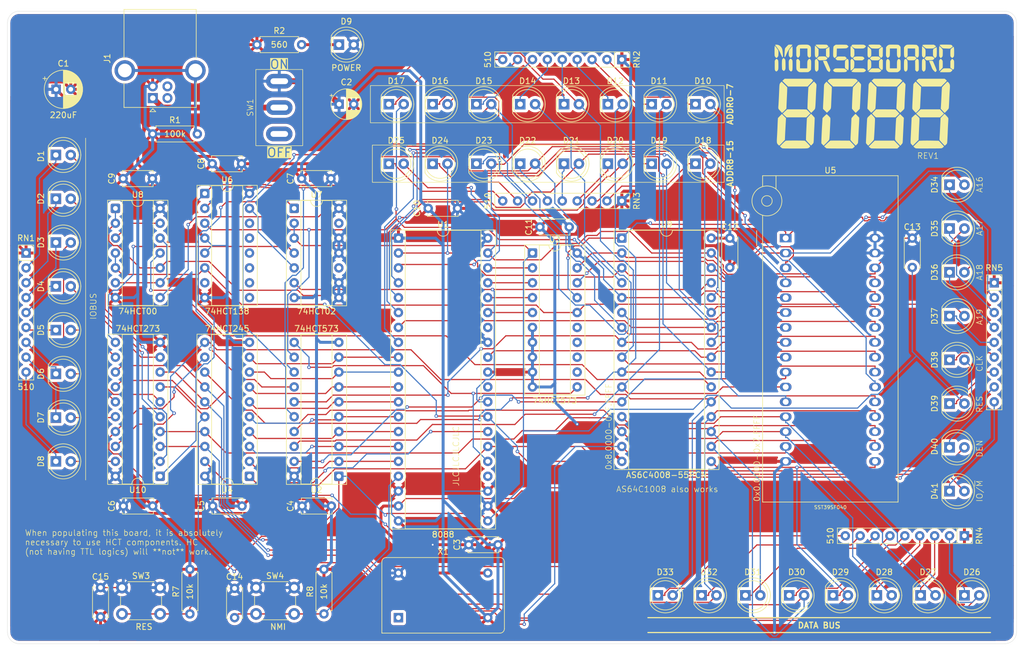
<source format=kicad_pcb>
(kicad_pcb (version 20241229) (generator "pcbnew") (generator_version "9.0")
  (title_block (title "Morse Board 8088 TEST BOARD") (date "2025-05-21") (rev "1"))
  (layers (0 "F.Cu" signal) (2 "B.Cu" signal) (13 "F.Paste" user) (15 "B.Paste" user) (5 "F.SilkS" user "F.Silkscreen") (7 "B.SilkS" user "B.Silkscreen") (1 "F.Mask" user) (3 "B.Mask" user) (25 "Edge.Cuts" user))
  (net 0 "")
  (net 1 "VCC")
  (net 2 "GND")
  (net 3 "RES")
  (net 4 "NMI")
  (net 5 "Net-(D1-K)")
  (net 6 "L0")
  (net 7 "L1")
  (net 8 "Net-(D2-K)")
  (net 9 "Net-(D3-K)")
  (net 10 "L2")
  (net 11 "L3")
  (net 12 "Net-(D4-K)")
  (net 13 "Net-(D5-K)")
  (net 14 "L4")
  (net 15 "L5")
  (net 16 "Net-(D6-K)")
  (net 17 "L6")
  (net 18 "Net-(D7-K)")
  (net 19 "Net-(D8-K)")
  (net 20 "L7")
  (net 21 "Net-(D9-K)")
  (net 22 "Net-(J1-Shield)")
  (net 24 "VIN")
  (net 26 "AD3")
  (net 27 "AD1")
  (net 28 "~{WR}")
  (net 29 "A11")
  (net 30 "ALE")
  (net 31 "AD6")
  (net 32 "CLK")
  (net 33 "AD5")
  (net 34 "DEN")
  (net 36 "A12")
  (net 37 "AD0")
  (net 38 "AD4")
  (net 39 "AD17")
  (net 40 "A10")
  (net 41 "AD19")
  (net 42 "A14")
  (net 43 "~{M}")
  (net 44 "A15")
  (net 45 "AD2")
  (net 47 "AD7")
  (net 48 "A9")
  (net 49 "AD16")
  (net 51 "~{RD}")
  (net 52 "AD18")
  (net 53 "DT")
  (net 54 "A13")
  (net 55 "A8")
  (net 56 "A1")
  (net 57 "A5")
  (net 58 "A3")
  (net 59 "A2")
  (net 60 "A0")
  (net 61 "A7")
  (net 62 "A4")
  (net 63 "A6")
  (net 64 "A18")
  (net 65 "A16")
  (net 66 "A19")
  (net 69 "A17")
  (net 72 "D3")
  (net 73 "D4")
  (net 74 "D7")
  (net 75 "D5")
  (net 76 "D2")
  (net 77 "D6")
  (net 78 "D0")
  (net 79 "D1")
  (net 80 "~{ROMCS}")
  (net 88 "~{IO00}")
  (net 89 "~{RES}")
  (net 91 "LATCH")
  (net 93 "~{RAMCS}")
  (net 94 "M")
  (net 95 "~{A19}")
  (net 97 "Net-(D10-K)")
  (net 98 "Net-(D11-K)")
  (net 99 "Net-(D12-K)")
  (net 100 "Net-(D13-K)")
  (net 101 "Net-(D14-K)")
  (net 102 "Net-(D15-K)")
  (net 103 "Net-(D16-K)")
  (net 104 "Net-(D17-K)")
  (net 105 "Net-(D18-K)")
  (net 106 "Net-(D19-K)")
  (net 107 "Net-(D20-K)")
  (net 108 "Net-(D21-K)")
  (net 109 "Net-(D22-K)")
  (net 110 "Net-(D23-K)")
  (net 111 "Net-(D24-K)")
  (net 112 "Net-(D25-K)")
  (net 113 "Net-(D26-K)")
  (net 114 "Net-(D27-K)")
  (net 115 "Net-(D28-K)")
  (net 116 "Net-(D29-K)")
  (net 117 "Net-(D30-K)")
  (net 118 "Net-(D31-K)")
  (net 119 "Net-(D32-K)")
  (net 120 "Net-(D33-K)")
  (net 121 "Net-(D34-K)")
  (net 122 "Net-(D35-K)")
  (net 123 "Net-(D36-K)")
  (net 124 "Net-(D37-K)")
  (net 125 "Net-(D38-K)")
  (net 126 "Net-(D39-K)")
  (net 127 "Net-(D40-K)")
  (net 128 "Net-(D41-K)")
  (footprint "LED_THT:LED_D5.0mm" (layer "F.Cu") (at 241.3 61.86)
    (property "Reference" "D35")
    (property "Value" "LED")
  )
  (footprint "LED_THT:LED_D5.0mm" (layer "F.Cu") (at 137.16 30.48)
    (property "Reference" "D9")
    (property "Value" "POWER")
  )
  (footprint "Oscillator:Oscillator_DIP-14" (layer "F.Cu") (at 147.32 128.27)
    (property "Reference" "X1")
    (property "Value" "TCXO-14")
  )
  (footprint "Package_DIP:DIP-20_W7.62mm_Socket" (layer "F.Cu") (at 137.16 104.14 180)
    (property "Reference" "U2")
    (property "Value" "74HCT573")
  )
  (footprint "Package_DIP:DIP-20_W7.62mm_Socket" (layer "F.Cu") (at 121.92 104.14 180)
    (property "Reference" "U4")
    (property "Value" "74HCT245")
  )
  (footprint "Capacitor_THT:CP_Radial_D6.3mm_P2.50mm" (layer "F.Cu") (at 88.94 38.1)
    (property "Reference" "C1")
    (property "Value" "220uF")
  )
  (footprint "Button_Switch_THT:SW_PUSH_6mm" (layer "F.Cu") (at 100.18 123.135)
    (property "Reference" "SW3")
    (property "Value" "RES")
  )
  (footprint "LED_THT:LED_D5.0mm" (layer "F.Cu") (at 88.9 71.72)
    (property "Reference" "D4")
    (property "Value" "LED")
  )
  (footprint "LED_THT:LED_D5.0mm" (layer "F.Cu") (at 243.84 124.46)
    (property "Reference" "D26")
    (property "Value" "LED")
  )
  (footprint "Capacitor_THT:C_Disc_D5.0mm_W2.5mm_P5.00mm" (layer "F.Cu") (at 119.38 128.27 90)
    (property "Reference" "C14")
    (property "Value" "100nF")
  )
  (footprint "LED_THT:LED_D5.0mm" (layer "F.Cu") (at 88.9 94.13)
    (property "Reference" "D7")
    (property "Value" "LED")
  )
  (footprint "LED_THT:LED_D5.0mm" (layer "F.Cu") (at 191.55 124.46)
    (property "Reference" "D33")
    (property "Value" "LED")
  )
  (footprint "Resistor_THT:R_Axial_DIN0207_L6.3mm_D2.5mm_P7.62mm_Horizontal" (layer "F.Cu") (at 111.76 127.635 90)
    (property "Reference" "R7")
    (property "Value" "10k")
  )
  (footprint "Capacitor_THT:C_Disc_D5.0mm_W2.5mm_P5.00mm" (layer "F.Cu") (at 135.81 53.34 180)
    (property "Reference" "C7")
    (property "Value" "100nF")
  )
  (footprint "Capacitor_THT:C_Disc_D5.0mm_W2.5mm_P5.00mm" (layer "F.Cu") (at 157.4 58.42 180)
    (property "Reference" "C10")
    (property "Value" "100nF")
  )
  (footprint "Resistor_THT:R_Array_SIP9" (layer "F.Cu") (at 185.42 57.15 180)
    (property "Reference" "RN3")
    (property "Value" "510")
  )
  (footprint "LED_THT:LED_D5.0mm" (layer "F.Cu") (at 88.9 101.6)
    (property "Reference" "D8")
    (property "Value" "LED")
  )
  (footprint "Package_DIP:DIP-14_W7.62mm_Socket" (layer "F.Cu") (at 99.06 58.42)
    (property "Reference" "U8")
    (property "Value" "74HCT00")
  )
  (footprint "LED_THT:LED_D5.0mm" (layer "F.Cu") (at 199.02 124.46)
    (property "Reference" "D32")
    (property "Value" "LED")
  )
  (footprint "Button_Switch_THT:SW_PUSH_6mm" (layer "F.Cu") (at 123.04 123.135)
    (property "Reference" "SW4")
    (property "Value" "NMI")
  )
  (footprint "LED_THT:LED_D5.0mm" (layer "F.Cu") (at 145.68 50.8)
    (property "Reference" "D25")
    (property "Value" "LED")
  )
  (footprint "LED_THT:LED_D5.0mm" (layer "F.Cu") (at 206.49 124.46)
    (property "Reference" "D31")
    (property "Value" "LED")
  )
  (footprint "LED_THT:LED_D5.0mm" (layer "F.Cu") (at 221.43 124.46)
    (property "Reference" "D29")
    (property "Value" "LED")
  )
  (footprint "Capacitor_THT:CP_Radial_D5.0mm_P2.50mm" (layer "F.Cu") (at 137.2 40.64)
    (property "Reference" "C2")
    (property "Value" "10uF")
  )
  (footprint "LED_THT:LED_D5.0mm" (layer "F.Cu") (at 145.68 40.64)
    (property "Reference" "D17")
    (property "Value" "LED")
  )
  (footprint "LED_THT:LED_D5.0mm" (layer "F.Cu") (at 175.56 50.8)
    (property "Reference" "D21")
    (property "Value" "LED")
  )
  (footprint "LED_THT:LED_D5.0mm" (layer "F.Cu") (at 241.3 91.74)
    (property "Reference" "D39")
    (property "Value" "LED")
  )
  (footprint "Capacitor_THT:C_Disc_D5.0mm_W2.5mm_P5.00mm" (layer "F.Cu") (at 100.41 109.22)
    (property "Reference" "C6")
    (property "Value" "100nF")
  )
  (footprint "LED_THT:LED_D5.0mm" (layer "F.Cu") (at 160.62 40.64)
    (property "Reference" "D15")
    (property "Value" "LED")
  )
  (footprint "LED_THT:LED_D5.0mm" (layer "F.Cu") (at 241.3 69.33)
    (property "Reference" "D36")
    (property "Value" "LED")
  )
  (footprint "Resistor_THT:R_Axial_DIN0207_L6.3mm_D2.5mm_P7.62mm_Horizontal" (layer "F.Cu") (at 123.19 30.48)
    (property "Reference" "R2")
    (property "Value" "560")
  )
  (footprint "LED_THT:LED_D5.0mm" (layer "F.Cu") (at 88.9 86.66)
    (property "Reference" "D6")
    (property "Value" "LED")
  )
  (footprint "Resistor_THT:R_Axial_DIN0207_L6.3mm_D2.5mm_P7.62mm_Horizontal" (layer "F.Cu") (at 105.41 45.72)
    (property "Reference" "R1")
    (property "Value" "100k")
  )
  (footprint "Capacitor_THT:C_Disc_D5.0mm_W2.5mm_P5.00mm" (layer "F.Cu") (at 96.52 123.135 -90)
    (property "Reference" "C15")
    (property "Value" "100nF")
  )
  (footprint "Socket:DIP_Socket-32_W11.9_W12.7_W15.24_W17.78_W18.5_3M_232-1285-00-0602J" (layer "F.Cu") (at 213.36 63.5)
    (property "Reference" "U5")
    (property "Value" "SST39SF040")
  )
  (footprint "LED_THT:LED_D5.0mm" (layer "F.Cu") (at 236.37 124.46)
    (property "Reference" "D27")
    (property "Value" "LED")
  )
  (footprint "Resistor_THT:R_Array_SIP9" (layer "F.Cu") (at 83.82 66.04 -90)
    (property "Reference" "RN1")
    (property "Value" "510")
  )
  (footprint "LED_THT:LED_D5.0mm" (layer "F.Cu") (at 190.5 40.64)
    (property "Reference" "D11")
    (property "Value" "LED")
  )
  (footprint "components:power_switch" (layer "F.Cu") (at 127 41.22 -90)
    (property "Reference" "SW1")
    (property "Value" "SW_SPDT")
  )
  (footprint "components:morseboard-logo" (layer "F.Cu") (at 226.695 39.37)
    (property "Reference" "G***")
    (property "Value" "LOGO" (hide yes))
  )
  (footprint "LED_THT:LED_D5.0mm" (layer "F.Cu") (at 88.9 49.31)
    (property "Reference" "D1")
    (property "Value" "LED")
  )
  (footprint "LED_THT:LED_D5.0mm" (layer "F.Cu") (at 168.09 50.8)
    (property "Reference" "D22")
    (property "Value" "LED")
  )
  (footprint "LED_THT:LED_D5.0mm" (layer "F.Cu") (at 241.3 76.8)
    (property "Reference" "D37")
    (property "Value" "LED")
  )
  (footprint "Capacitor_THT:C_Disc_D5.0mm_W2.5mm_P5.00mm" (layer "F.Cu") (at 234.95 68.5 90)
    (property "Reference" "C13")
    (property "Value" "100nF")
  )
  (footprint "Capacitor_THT:C_Disc_D5.0mm_W2.5mm_P5.00mm" (layer "F.Cu") (at 105.37 53.34 180)
    (property "Reference" "C9")
    (property "Value" "100nF")
  )
  (footprint "LED_THT:LED_D5.0mm" (layer "F.Cu") (at 197.97 50.8)
    (property "Reference" "D18")
    (property "Value" "LED")
  )
  (footprint "Package_DIP:DIP-20_W7.62mm_Socket" (layer "F.Cu") (at 170.18 66.04)
    (property "Reference" "U3")
    (property "Value" "74HCT573")
  )
  (footprint "LED_THT:LED_D5.0mm" (layer "F.Cu") (at 213.96 124.46)
    (property "Reference" "D30")
    (property "Value" "LED")
  )
  (footprint "LED_THT:LED_D5.0mm" (layer "F.Cu") (at 160.62 50.8)
    (property "Reference" "D23")
    (property "Value" "LED")
  )
  (footprint "Resistor_THT:R_Axial_DIN0207_L6.3mm_D2.5mm_P7.62mm_Horizontal" (layer "F.Cu") (at 134.62 127.635 90)
    (property "Reference" "R8")
    (property "Value" "10k")
  )
  (footprint "Package_DIP:DIP-40_W15.24mm_Socket" (layer "F.Cu") (at 147.32 63.5)
    (property "Reference" "U1")
    (property "Value" "8088")
  )
  (footprint "LED_THT:LED_D5.0mm" (layer "F.Cu") (at 197.97 40.64)
    (property "Reference" "D10")
    (property "Value" "LED")
  )
  (footprint "Resistor_THT:R_Array_SIP9" (layer "F.Cu") (at 185.42 33.02 180)
    (property "Reference" "RN2")
    (property "Value" "510")
  )
  (footprint "Package_DIP:DIP-14_W7.62mm_Socket" (layer "F.Cu") (at 129.54 58.42)
    (property "Reference" "U7")
    (property "Value" "74HCT02")
  )
  (footprint "LED_THT:LED_D5.0mm" (layer "F.Cu") (at 183.03 40.64)
    (property "Reference" "D12")
    (property "Value" "LED")
  )
  (footprint "LED_THT:LED_D5.0mm" (layer "F.Cu") (at 153.15 50.8)
    (property "Reference" "D24")
    (property "Value" "LED")
  )
  (footprint "LED_THT:LED_D5.0mm" (layer "F.Cu") (at 190.5 50.8)
    (property "Reference" "D19")
    (property "Value" "LED")
  )
  (footprint "Capacitor_THT:C_Disc_D5.0mm_W2.5mm_P5.00mm" (layer "F.Cu") (at 130.89 109.22)
    (property "Reference" "C4")
    (property "Value" "100nF")
  )
  (footprint "LED_THT:LED_D5.0mm" (layer "F.Cu") (at 241.3 84.27)
    (property "Reference" "D38")
    (property "Value" "LED")
  )
  (footprint "LED_THT:LED_D5.0mm" (layer "F.Cu") (at 241.3 54.39)
    (property "Reference" "D34")
    (property "Value" "LED")
  )
  (footprint "LED_THT:LED_D5.0mm" (layer "F.Cu") (at 88.9 79.19)
    (property "Reference" "D5")
    (property "Value" "LED")
  )
  (footprint "Capacitor_THT:C_Disc_D5.0mm_W2.5mm_P5.00mm" (layer "F.Cu") (at 120.57 50.8 180)
    (property "Reference" "C8")
    (property "Value" "100nF")
  )
  (footprint "Capacitor_THT:C_Disc_D5.0mm_W2.5mm_P5.00mm" (layer "F.Cu") (at 159.298 115.824)
    (property "Reference" "C3")
    (property "Value" "100nF")
  )
  (footprint "Connector_USB:USB_B_OST_USB-B1HSxx_Horizontal" (layer "F.Cu") (at 105.43 39.5975 90)
    (property "Reference" "J1")
    (property "Value" "USB_B")
  )
  (footprint "Capacitor_THT:C_Disc_D5.0mm_W2.5mm_P5.00mm" (layer "F.Cu") (at 115.65 109.22)
    (property "Reference" "C5")
    (property "Value" "100nF")
  )
  (footprint "Package_DIP:DIP-32_W15.24mm_Socket" (layer "F.Cu") (at 185.42 63.5)
    (property "Reference" "U9")
    (property "Value" "AS6C4008-55PCN")
  )
  (footprint "LED_THT:LED_D5.0mm" (layer "F.Cu") (at 228.9 124.46)
    (property "Reference" "D28")
    (property "Value" "LED")
  )
  (footprint "LED_THT:LED_D5.0mm" (layer "F.Cu") (at 175.56 40.64)
    (property "Reference" "D13")
    (property "Value" "LED")
  )
  (footprint "LED_THT:LED_D5.0mm" (layer "F.Cu") (at 241.3 99.21)
    (property "Reference" "D40")
    (property "Value" "LED")
  )
  (footprint "Capacitor_THT:C_Disc_D5.0mm_W2.5mm_P5.00mm" (layer "F.Cu") (at 203.835 63.5 -90)
    (property "Reference" "C12")
    (property "Value" "100nF")
  )
  (footprint "LED_THT:LED_D5.0mm" (layer "F.Cu") (at 153.15 40.64)
    (property "Reference" "D16")
    (property "Value" "LED")
  )
  (footprint "LED_THT:LED_D5.0mm" (layer "F.Cu") (at 88.9 64.25)
    (property "Reference" "D3")
    (property "Value" "LED")
  )
  (footprint "Package_DIP:DIP-16_W7.62mm_Socket" (layer "F.Cu") (at 114.3 55.88)
    (property "Reference" "U6")
    (property "Value" "74HCT138")
  )
  (footprint "LED_THT:LED_D5.0mm" (layer "F.Cu") (at 168.09 40.64)
    (property "Reference" "D14")
    (property "Value" "LED")
  )
  (footprint "LED_THT:LED_D5.0mm" (layer "F.Cu") (at 241.3 106.68)
    (property "Reference" "D41")
    (property "Value" "LED")
  )
  (footprint "Capacitor_THT:C_Disc_D5.0mm_W2.5mm_P5.00mm" (layer "F.Cu") (at 176.45 61.595 180)
    (property "Reference" "C11")
    (property "Value" "100nF")
  )
  (footprint "Resistor_THT:R_Array_SIP9" (layer "F.Cu") (at 248.92 71.12 -90)
    (property "Reference" "RN5")
    (property "Value" "510")
  )
  (footprint "LED_THT:LED_D5.0mm" (layer "F.Cu") (at 88.9 56.78)
    (property "Reference" "D2")
    (property "Value" "LED")
  )
  (footprint "LED_THT:LED_D5.0mm" (layer "F.Cu") (at 183.03 50.8)
    (property "Reference" "D20")
    (property "Value" "LED")
  )
  (footprint "Resistor_THT:R_Array_SIP9" (layer "F.Cu") (at 243.84 114.3 180)
    (property "Reference" "RN4")
    (property "Value" "510")
  )
  (footprint "Package_DIP:DIP-20_W7.62mm_Socket" (layer "F.Cu") (at 106.68 104.14 180)
    (property "Reference" "U10")
    (property "Value" "74HCT273")
  )
  (gr_line (start 93.98 46.429499) (end 93.98 104.775) (stroke (width 0.1)) (layer "F.SilkS"))
  (gr_line (start 189.865 128.27) (end 248.285 128.27) (stroke (width 0.2)) (layer "F.SilkS"))
  (gr_rect (start 142.54 37.465) (end 202.865 43.815) (stroke (width 0.1)) (fill no) (layer "F.SilkS"))
  (gr_rect (start 142.875 47.625) (end 202.865 53.975) (stroke (width 0.1)) (fill no) (layer "F.SilkS"))
  (gr_line (start 189.865 130.81) (end 248.285 130.81) (stroke (width 0.2)) (layer "F.SilkS"))
  (gr_line (start 80.645 130.715) (end 80.645 26.765) (stroke (width 0.05)) (layer "Edge.Cuts"))
  (gr_line (start 82.645 24.765) (end 250.73 24.765) (stroke (width 0.05)) (layer "Edge.Cuts"))
  (gr_line (start 250.73 132.715) (end 82.645 132.715) (stroke (width 0.05)) (layer "Edge.Cuts"))
  (gr_arc (start 250.73 24.765) (mid 252.144214 25.350786) (end 252.73 26.765) (stroke (width 0.05)) (layer "Edge.Cuts"))
  (gr_line (start 252.73 26.765) (end 252.73 130.715) (stroke (width 0.05)) (layer "Edge.Cuts"))
  (gr_arc (start 80.645 26.765) (mid 81.230786 25.350786) (end 82.645 24.765) (stroke (width 0.05)) (layer "Edge.Cuts"))
  (gr_arc (start 252.73 130.715) (mid 252.144214 132.129214) (end 250.73 132.715) (stroke (width 0.05)) (layer "Edge.Cuts"))
  (gr_arc (start 82.645 132.715) (mid 81.230786 132.129214) (end 80.645 130.715) (stroke (width 0.05)) (layer "Edge.Cuts"))
  (gr_text "0x0.0000-0x7.FFFF" (at 209.042 108.54 90) (layer "F.SilkS") (effects (font (size 1 1) (thickness 0.1)) (justify left bottom)))
  (gr_text "A17" (at 247.015 61.722 90) (layer "F.SilkS") (effects (font (size 1 1) (thickness 0.1)) (justify bottom)))
  (gr_text "RES" (at 247.015 93.345 90) (layer "F.SilkS") (effects (font (size 1 1) (thickness 0.1)) (justify left bottom)))
  (gr_text "A18" (at 247.015 69.342 90) (layer "F.SilkS") (effects (font (size 1 1) (thickness 0.1)) (justify bottom)))
  (gr_text "OFF" (at 127 49.784 0) (layer "F.SilkS" knockout) (effects (font (size 1.5 1.5) (thickness 0.2) (bold yes)) (justify bottom)))
  (gr_text "ON" (at 127 34.72 0) (layer "F.SilkS" knockout) (effects (font (size 1.5 1.5) (thickness 0.2) (bold yes)) (justify bottom)))
  (gr_text "DATA BUS" (at 219.075 130.175 0) (layer "F.SilkS") (effects (font (size 1 1) (thickness 0.2) (bold yes)) (justify bottom)))
  (gr_text "DEN" (at 247.015 100.965 90) (layer "F.SilkS") (effects (font (size 1 1) (thickness 0.1)) (justify left bottom)))
  (gr_text "When populating this board, it is absolutely\nnecessary to use HCT components. HC\n(not having TTL logics) will **not** work." (at 83.566 117.602 0) (layer "F.SilkS") (effects (font (size 1 1) (thickness 0.1)) (justify left bottom)))
  (gr_text "CLK" (at 247.015 86.36 90) (layer "F.SilkS") (effects (font (size 1 1) (thickness 0.1)) (justify left bottom)))
  (gr_text "ADDR8-15" (at 204.47 50.8 90) (layer "F.SilkS") (effects (font (size 1 1) (thickness 0.2) (bold yes)) (justify bottom)))
  (gr_text "0x8.0000-0xF.FFFF" (at 183.769 103.124 90) (layer "F.SilkS") (effects (font (size 1 1) (thickness 0.1)) (justify left bottom)))
  (gr_text "IO/~{M}" (at 247.015 108.585 90) (layer "F.SilkS") (effects (font (size 1 1) (thickness 0.1)) (justify left bottom)))
  (gr_text "IOBUS" (at 95.885 77.47 90) (layer "F.SilkS") (effects (font (size 1 1) (thickness 0.1)) (justify left bottom)))
  (gr_text "A19" (at 247.015 76.962 90) (layer "F.SilkS") (effects (font (size 1 1) (thickness 0.1)) (justify bottom)))
  (gr_text "ADDR0-7" (at 204.47 40.64 90) (layer "F.SilkS") (effects (font (size 1 1) (thickness 0.2) (bold yes)) (justify bottom)))
  (gr_text "AS64C1008 also works" (at 184.404 106.934 0) (layer "F.SilkS") (effects (font (size 1 1) (thickness 0.1)) (justify left bottom)))
  (gr_text "JLCJLCJLCJLC" (at 157.734 105.918 90) (layer "F.SilkS") (effects (font (size 1 1) (thickness 0.1)) (justify left bottom)))
  (gr_text "A16" (at 247.015 54.356 90) (layer "F.SilkS") (effects (font (size 1 1) (thickness 0.1)) (justify bottom)))
  (gr_text "REV1" (at 235.712 50.038 0) (layer "F.SilkS") (effects (font (size 1 1) (thickness 0.1)) (justify left bottom)))
  (segment (start 133.28 36.72) (end 137.2 40.64) (width 1) (layer "F.Cu") (net 1))
  (segment (start 88.94 38.1) (end 92.115 41.275) (width 0.5) (layer "F.Cu") (net 1))
  (segment (start 234.95 63.5) (end 228.6 63.5) (width 0.2) (layer "F.Cu") (net 1))
  (segment (start 92.115 41.275) (end 99.695 41.275) (width 0.5) (layer "F.Cu") (net 1))
  (segment (start 159.298 115.824) (end 161.29 115.824) (width 0.5) (layer "F.Cu") (net 1))
  (segment (start 100.41 109.22) (end 101.661 110.471) (width 0.5) (layer "F.Cu") (net 1))
  (segment (start 164.084 113.03) (end 164.084 110.744) (width 0.5) (layer "F.Cu") (net 1))
  (segment (start 109.161 49.549) (end 119.319 49.549) (width 0.5) (layer "F.Cu") (net 1))
  (segment (start 127 36.72) (end 133.28 36.72) (width 1) (layer "F.Cu") (net 1))
  (segment (start 114.399 110.471) (end 115.65 109.22) (width 0.5) (layer "F.Cu") (net 1))
  (segment (start 116.92 110.49) (end 129.62 110.49) (width 0.5) (layer "F.Cu") (net 1))
  (segment (start 120.57 50.8) (end 133.27 50.8) (width 0.5) (layer "F.Cu") (net 1))
  (segment (start 105.37 53.34) (end 109.161 49.549) (width 0.5) (layer "F.Cu") (net 1))
  (segment (start 102.87 50.84) (end 105.37 53.34) (width 0.5) (layer "F.Cu") (net 1))
  (segment (start 157.4 58.42) (end 160.086 58.42) (width 0.5) (layer "F.Cu") (net 1))
  (segment (start 100.18 123.135) (end 96.52 123.135) (width 0.2) (layer "F.Cu") (net 1))
  (segment (start 161.29 59.624) (end 174.479 59.624) (width 0.5) (layer "F.Cu") (net 1))
  (segment (start 102.87 44.45) (end 102.87 50.84) (width 0.5) (layer "F.Cu") (net 1))
  (segment (start 174.479 59.624) (end 176.45 61.595) (width 0.5) (layer "F.Cu") (net 1))
  (segment (start 119.319 49.549) (end 120.57 50.8) (width 0.5) (layer "F.Cu") (net 1))
  (segment (start 161.29 115.824) (end 164.084 113.03) (width 0.5) (layer "F.Cu") (net 1))
  (segment (start 101.661 110.471) (end 114.399 110.471) (width 0.5) (layer "F.Cu") (net 1))
  (segment (start 160.086 58.42) (end 161.29 59.624) (width 0.5) (layer "F.Cu") (net 1))
  (segment (start 99.695 41.275) (end 102.87 44.45) (width 0.5) (layer "F.Cu") (net 1))
  (segment (start 203.835 63.5) (end 200.66 63.5) (width 0.5) (layer "F.Cu") (net 1))
  (segment (start 115.65 109.22) (end 116.92 110.49) (width 0.5) (layer "F.Cu") (net 1))
  (segment (start 129.62 110.49) (end 130.89 109.22) (width 0.5) (layer "F.Cu") (net 1))
  (segment (start 153.162 115.824) (end 159.298 115.824) (width 0.5) (layer "F.Cu") (net 1))
  (segment (start 164.084 110.744) (end 162.56 109.22) (width 0.5) (layer "F.Cu") (net 1))
  (segment (start 133.27 50.8) (end 135.81 53.34) (width 0.5) (layer "F.Cu") (net 1))
  (via (at 153.162 115.824) (size 0.6) (drill 0.3) (layers "F.Cu" "B.Cu") (net 1))
  (segment (start 167.121 131.964) (end 181.091 131.964) (width 0.5) (layer "B.Cu") (net 1))
  (segment (start 139.7 30.48) (end 137.2 32.98) (width 0.5) (layer "B.Cu") (net 1))
  (segment (start 88.94 31.075) (end 88.94 38.1) (width 0.5) (layer "B.Cu") (net 1))
  (segment (start 202.681 131.964) (end 249.036 131.964) (width 0.5) (layer "B.Cu") (net 1))
  (segment (start 143.51 120.65) (end 147.32 120.65) (width 0.5) (layer "B.Cu") (net 1))
  (segment (start 229.87 26.035) (end 204.47 26.035) (width 0.5) (layer "B.Cu") (net 1))
  (segment (start 137.2 32.98) (end 137.2 40.64) (width 0.5) (layer "B.Cu") (net 1))
  (segment (start 181.091 131.964) (end 202.681 131.964) (width 0.5) (layer "B.Cu") (net 1))
  (segment (start 147.32 120.65) (end 152.146 115.824) (width 0.5) (layer "B.Cu") (net 1))
  (segment (start 126.365 131.445) (end 126.365 124.46) (width 0.5) (layer "B.Cu") (net 1))
  (segment (start 135.89 62.23) (end 137.16 63.5) (width 0.5) (layer "B.Cu") (net 1))
  (segment (start 103.505 124.46) (end 104.83 123.135) (width 0.5) (layer "B.Cu") (net 1))
  (segment (start 135.81 53.34) (end 135.81 57.07) (width 0.5) (layer "B.Cu") (net 1))
  (segment (start 100.41 122.905) (end 100.18 123.135) (width 0.5) (layer "B.Cu") (net 1))
  (segment (start 157.4 26.75) (end 158.115 26.035) (width 0.5) (layer "B.Cu") (net 1))
  (segment (start 101.505 124.46) (end 103.505 124.46) (width 0.5) (layer "B.Cu") (net 1))
  (segment (start 83.301 38.1) (end 81.396 40.005) (width 0.5) (layer "B.Cu") (net 1))
  (segment (start 126.365 124.46) (end 127.69 123.135) (width 0.5) (layer "B.Cu") (net 1))
  (segment (start 142.24 121.92) (end 143.51 120.65) (width 0.5) (layer "B.Cu") (net 1))
  (segment (start 203.835 26.67) (end 204.47 26.035) (width 0.5) (layer "B.Cu") (net 1))
  (segment (start 130.89 121.785) (end 130.89 109.22) (width 0.5) (layer "B.Cu") (net 1))
  (segment (start 157.48 80.01) (end 158.75 81.28) (width 0.5) (layer "B.Cu") (net 1))
  (segment (start 248.92 26.035) (end 229.87 26.035) (width 0.5) (layer "B.Cu") (net 1))
  (segment (start 102.754 131.964) (end 125.73 131.964) (width 0.5) (layer "B.Cu") (net 1))
  (segment (start 144.145 26.035) (end 139.7 30.48) (width 0.5) (layer "B.Cu") (net 1))
  (segment (start 129.54 107.87) (end 130.89 109.22) (width 0.5) (layer "B.Cu") (net 1))
  (segment (start 141.086 131.964) (end 142.24 130.81) (width 0.5) (layer "B.Cu") (net 1))
  (segment (start 115.65 109.22) (end 115.65 105.49) (width 0.5) (layer "B.Cu") (net 1))
  (segment (start 120.57 50.8) (end 120.57 54.53) (width 0.5) (layer "B.Cu") (net 1))
  (segment (start 100.41 109.22) (end 100.41 105.49) (width 0.5) (layer "B.Cu") (net 1))
  (segment (start 81.396 40.005) (end 81.396 129.656) (width 0.5) (layer "B.Cu") (net 1))
  (segment (start 105.37 53.34) (end 105.37 57.11) (width 0.5) (layer "B.Cu") (net 1))
  (segment (start 137.16 66.04) (end 135.909 67.291) (width 0.5) (layer "B.Cu") (net 1))
  (segment (start 137.16 58.42) (end 135.89 59.69) (width 0.5) (layer "B.Cu") (net 1))
  (segment (start 125.846 131.964) (end 126.365 131.445) (width 0.5) (layer "B.Cu") (net 1))
  (segment (start 102.235 131.445) (end 103.505 130.175) (width 0.5) (layer "B.Cu") (net 1))
  (segment (start 102.235 131.445) (end 102.754 131.964) (width 0.5) (layer "B.Cu") (net 1))
  (segment (start 135.909 67.291) (end 135.909 69.869) (width 0.5) (layer "B.Cu") (net 1))
  (segment (start 157.48 62.865) (end 157.48 80.01) (width 0.5) (layer "B.Cu") (net 1))
  (segment (start 121.325 121.325) (end 115.65 115.65) (width 0.5) (layer "B.Cu") (net 1))
  (segment (start 115.65 115.65) (end 115.65 109.22) (width 0.5) (layer "B.Cu") (net 1))
  (segment (start 88.94 38.1) (end 83.301 38.1) (width 0.5) (layer "B.Cu") (net 1))
  (segment (start 228.6 63.5) (end 228.6 27.305) (width 0.5) (layer "B.Cu") (net 1))
  (segment (start 228.6 63.5) (end 228.6 66.04) (width 0.5) (layer "B.Cu") (net 1))
  (segment (start 249.036 131.964) (end 251.979 129.021) (width 0.5) (layer "B.Cu") (net 1))
  (segment (start 157.4 58.42) (end 157.4 26.75) (width 0.5) (layer "B.Cu") (net 1))
  (segment (start 83.185 131.445) (end 102.235 131.445) (width 0.5) (layer "B.Cu") (net 1))
  (segment (start 152.146 115.824) (end 153.162 115.824) (width 0.5) (layer "B.Cu") (net 1))
  (segment (start 158.115 63.5) (end 162.56 63.5) (width 0.5) (layer "B.Cu") (net 1))
  (segment (start 157.4 62.785) (end 157.48 62.865) (width 0.5) (layer "B.Cu") (net 1))
  (segment (start 129.54 123.135) (end 130.89 121.785) (width 0.5) (layer "B.Cu") (net 1))
  (segment (start 144.145 26.035) (end 93.98 26.035) (width 0.5) (layer "B.Cu") (net 1))
  (segment (start 158.115 26.035) (end 144.145 26.035) (width 0.5) (layer "B.Cu") (net 1))
  (segment (start 251.979 129.021) (end 251.979 29.094) (width 0.5) (layer "B.Cu") (net 1))
  (segment (start 100.41 105.49) (end 99.06 104.14) (width 0.5) (layer "B.Cu") (net 1))
  (segment (start 204.47 26.035) (end 158.115 26.035) (width 0.5) (layer "B.Cu") (net 1))
  (segment (start 93.98 26.035) (end 88.94 31.075) (width 0.5) (layer "B.Cu") (net 1))
  (segment (start 176.45 61.595) (end 176.45 64.69) (width 0.5) (layer "B.Cu") (net 1))
  (segment (start 124.365 124.46) (end 123.04 123.135) (width 0.5) (layer "B.Cu") (net 1))
  (segment (start 126.365 124.46) (end 124.365 124.46) (width 0.5) (layer "B.Cu") (net 1))
  (segment (start 135.89 59.69) (end 135.89 62.23) (width 0.5) (layer "B.Cu") (net 1))
  (segment (start 119.38 123.27) (end 121.325 121.325) (width 0.2) (layer "B.Cu") (net 1))
  (segment (start 137.16 63.5) (end 137.16 66.04) (width 0.5) (layer "B.Cu") (net 1))
  (segment (start 123.04 123.135) (end 123.04 123.04) (width 0.5) (layer "B.Cu") (net 1))
  (segment (start 203.835 63.5) (end 203.835 26.67) (width 0.5) (layer "B.Cu") (net 1))
  (segment (start 103.505 130.175) (end 103.505 124.46) (width 0.5) (layer "B.Cu") (net 1))
  (segment (start 142.24 130.81) (end 142.24 121.92) (width 0.5) (layer "B.Cu") (net 1))
  (segment (start 115.65 105.49) (end 114.3 104.14) (width 0.5) (layer "B.Cu") (net 1))
  (segment (start 127.69 123.135) (end 129.54 123.135) (width 0.5) (layer "B.Cu") (net 1))
  (segment (start 157.48 62.865) (end 158.115 63.5) (width 0.5) (layer "B.Cu") (net 1))
  (segment (start 125.846 131.964) (end 141.086 131.964) (width 0.5) (layer "B.Cu") (net 1))
  (segment (start 100.18 123.135) (end 101.505 124.46) (width 0.5) (layer "B.Cu") (net 1))
  (segment (start 228.6 27.305) (end 229.87 26.035) (width 0.5) (layer "B.Cu") (net 1))
  (segment (start 251.979 29.094) (end 248.92 26.035) (width 0.5) (layer "B.Cu") (net 1))
  (segment (start 104.83 123.135) (end 106.68 123.135) (width 0.5) (layer "B.Cu") (net 1))
  (segment (start 129.54 104.14) (end 129.54 107.87) (width 0.5) (layer "B.Cu") (net 1))
  (segment (start 158.75 81.28) (end 162.56 81.28) (width 0.5) (layer "B.Cu") (net 1))
  (segment (start 135.909 69.869) (end 137.16 71.12) (width 0.5) (layer "B.Cu") (net 1))
  (segment (start 157.4 58.42) (end 157.4 62.785) (width 0.5) (layer "B.Cu") (net 1))
  (segment (start 176.45 64.69) (end 177.8 66.04) (width 0.5) (layer "B.Cu") (net 1))
  (segment (start 125.73 131.964) (end 125.846 131.964) (width 0.5) (layer "B.Cu") (net 1))
  (segment (start 135.81 57.07) (end 137.16 58.42) (width 0.5) (layer "B.Cu") (net 1))
  (segment (start 123.04 123.04) (end 121.325 121.325) (width 0.5) (layer "B.Cu") (net 1))
  (segment (start 137.16 71.12) (end 137.16 73.66) (width 0.5) (layer "B.Cu") (net 1))
  (segment (start 141.086 131.964) (end 167.121 131.964) (width 0.5) (layer "B.Cu") (net 1))
  (segment (start 105.37 57.11) (end 106.68 58.42) (width 0.5) (layer "B.Cu") (net 1))
  (segment (start 120.57 54.53) (end 121.92 55.88) (width 0.5) (layer "B.Cu") (net 1))
  (segment (start 100.41 109.22) (end 100.41 122.905) (width 0.5) (layer "B.Cu") (net 1))
  (segment (start 81.396 129.656) (end 83.185 131.445) (width 0.5) (layer "B.Cu") (net 1))
  (segment (start 82.55 64.77) (end 83.82 66.04) (width 0.5) (layer "F.Cu") (net 2))
  (segment (start 210.82 131.964) (end 249.036 131.964) (width 0.5) (layer "F.Cu") (net 2))
  (segment (start 115.57 50.8) (end 111.779 54.591) (width 0.5) (layer "F.Cu") (net 2))
  (segment (start 148.59 124.46) (end 152.4 128.27) (width 0.5) (layer "F.Cu") (net 2))
  (segment (start 162.56 86.36) (end 170.18 86.36) (width 0.5) (layer "F.Cu") (net 2))
  (segment (start 96.404 131.964) (end 158.866 131.964) (width 0.5) (layer "F.Cu") (net 2))
  (segment (start 98.925 125.73) (end 109.855 125.73) (width 0.5) (layer "F.Cu") (net 2))
  (segment (start 251.46 129.54) (end 251.46 128.905) (width 0.5) (layer "F.Cu") (net 2))
  (segment (start 154.305 60.325) (end 163.83 60.325) (width 0.5) (layer "F.Cu") (net 2))
  (segment (start 105.41 109.22) (end 106.661 107.969) (width 0.5) (layer "F.Cu") (net 2))
  (segment (start 178.435 62.23) (end 180.34 62.23) (width 0.5) (layer "F.Cu") (net 2))
  (segment (start 109.855 125.73) (end 111.76 123.825) (width 0.5) (layer "F.Cu") (net 2))
  (segment (start 171.45 61.595) (end 172.701 62.846) (width 0.5) (layer "F.Cu") (net 2))
  (segment (start 106.661 107.969) (end 119.399 107.969) (width 0.5) (layer "F.Cu") (net 2))
  (segment (start 94.615 131.445) (end 95.885 131.445) (width 0.5) (layer "F.Cu") (net 2))
  (segment (start 121.901 107.969) (end 134.639 107.969) (width 0.5) (layer "F.Cu") (net 2))
  (segment (start 81.396 130.291) (end 82.55 131.445) (width 0.5) (layer "F.Cu") (net 2))
  (segment (start 111.76 123.825) (end 111.76 120.015) (width 0.5) (layer "F.Cu") (net 2))
  (segment (start 101.621 54.591) (end 100.37 53.34) (width 0.5) (layer "F.Cu") (net 2))
  (segment (start 95.885 131.445) (end 96.404 131.964) (width 0.5) (layer "F.Cu") (net 2))
  (segment (start 81.396 39.37) (end 81.396 64.77) (width 0.5) (layer "F.Cu") (net 2))
  (segment (start 251.46 71.12) (end 248.92 71.12) (width 0.5) (layer "F.Cu") (net 2))
  (segment (start 165.1 61.595) (end 171.45 61.595) (width 0.5) (layer "F.Cu") (net 2))
  (segment (start 125.095 26.035) (end 123.19 27.94) (width 0.5) (layer "F.Cu") (net 2))
  (segment (start 101.092 38.1) (end 91.44 38.1) (width 0.5) (layer "F.Cu") (net 2))
  (segment (start 82.55 131.445) (end 94.615 131.445) (width 0.5) (layer "F.Cu") (net 2))
  (segment (start 105.41 35.56) (end 105.41 37.5775) (width 0.5) (layer "F.Cu") (net 2))
  (segment (start 91.44 38.1) (end 90.189 36.849) (width 0.5) (layer "F.Cu") (net 2))
  (segment (start 123.19 30.48) (end 110.49 30.48) (width 0.5) (layer "F.Cu") (net 2))
  (segment (start 211.455 131.329) (end 210.82 131.964) (width 0.5) (layer "F.Cu") (net 2))
  (segment (start 211.455 130.81) (end 211.455 131.329) (width 0.5) (layer "F.Cu") (net 2))
  (segment (start 92.71 26.035) (end 91.44 27.305) (width 0.5) (layer "F.Cu") (net 2))
  (segment (start 251.46 128.905) (end 251.979 128.386) (width 0.5) (layer "F.Cu") (net 2))
  (segment (start 172.701 62.846) (end 177.819 62.846) (width 0.5) (layer "F.Cu") (net 2))
  (segment (start 129.54 52.07) (end 130.81 53.34) (width 0.5) (layer "F.Cu") (net 2))
  (segment (start 152.4 58.42) (end 154.305 60.325) (width 0.5) (layer "F.Cu") (net 2))
  (segment (start 91.9425 37.5975) (end 91.44 38.1) (width 0.5) (layer "F.Cu") (net 2))
  (segment (start 90.189 36.849) (end 83.917 36.849) (width 0.5) (layer "F.Cu") (net 2))
  (segment (start 105.43 37.5975) (end 101.5945 37.5975) (width 0.5) (layer "F.Cu") (net 2))
  (segment (start 134.639 107.969) (end 135.89 109.22) (width 0.5) (layer "F.Cu") (net 2))
  (segment (start 251.979 71.639) (end 251.979 29.094) (width 0.5) (layer "F.Cu") (net 2))
  (segment (start 187.96 26.035) (end 125.095 26.035) (width 0.5) (layer "F.Cu") (net 2))
  (segment (start 193.059 64.789) (end 201.255 64.789) (width 0.5) (layer "F.Cu") (net 2))
  (segment (start 249.036 131.964) (end 251.46 129.54) (width 0.5) (layer "F.Cu") (net 2))
  (segment (start 158.866 131.964) (end 162.56 128.27) (width 0.5) (layer "F.Cu") (net 2))
  (segment (start 203.835 67.3686) (end 203.835 68.5) (width 0.5) (layer "F.Cu") (net 2))
  (segment (start 251.979 71.639) (end 251.46 71.12) (width 0.5) (layer "F.Cu") (net 2))
  (segment (start 125.095 26.035) (end 92.71 26.035) (width 0.5) (layer "F.Cu") (net 2))
  (segment (start 96.52 128.135) (end 98.925 125.73) (width 0.5) (layer "F.Cu") (net 2))
  (segment (start 91.44 27.305) (end 91.44 38.1) (width 0.5) (layer "F.Cu") (net 2))
  (segment (start 152.4 128.27) (end 162.56 128.27) (width 0.5) (layer "F.Cu") (net 2))
  (segment (start 81.396 64.77) (end 81.396 130.291) (width 0.5) (layer "F.Cu") (net 2))
  (segment (start 110.49 30.48) (end 105.41 35.56) (width 0.5) (layer "F.Cu") (net 2))
  (segment (start 119.399 107.969) (end 120.65 109.22) (width 0.5) (layer "F.Cu") (net 2))
  (segment (start 182.245 98.425) (end 182.245 96.52) (width 0.5) (layer "F.Cu") (net 2))
  (segment (start 163.83 60.325) (end 165.1 61.595) (width 0.5) (layer "F.Cu") (net 2))
  (segment (start 180.975 95.25) (end 177.8 95.25) (width 0.5) (layer "F.Cu") (net 2))
  (segment (start 251.979 119.38) (end 246.899 114.3) (width 0.5) (layer "F.Cu") (net 2))
  (segment (start 185.42 101.6) (end 182.245 98.425) (width 0.5) (layer "F.Cu") (net 2))
  (segment (start 182.245 96.52) (end 180.975 95.25) (width 0.5) (layer "F.Cu") (net 2))
  (segment (start 116.84 52.07) (end 129.54 52.07) (width 0.5) (layer "F.Cu") (net 2))
  (segment (start 158.866 131.964) (end 210.82 131.964) (width 0.5) (layer "F.Cu") (net 2))
  (segment (start 201.255 64.789) (end 203.835 67.3686) (width 0.5) (layer "F.Cu") (net 2))
  (segment (start 140.335 120.015) (end 144.78 124.46) (width 0.5) (layer "F.Cu") (net 2))
  (segment (start 251.979 119.38) (end 251.979 71.639) (width 0.5) (layer "F.Cu") (net 2))
  (segment (start 96.52 129.54) (end 96.52 128.135) (width 0.5) (layer "F.Cu") (net 2))
  (segment (start 120.65 109.22) (end 121.901 107.969) (width 0.5) (layer "F.Cu") (net 2))
  (segment (start 185.42 57.15) (end 193.059 64.789) (width 0.5) (layer "F.Cu") (net 2))
  (segment (start 177.819 62.846) (end 178.435 62.23) (width 0.5) (layer "F.Cu") (net 2))
  (segment (start 248.92 26.035) (end 187.96 26.035) (width 0.5) (layer "F.Cu") (net 2))
  (segment (start 144.78 124.46) (end 148.59 124.46) (width 0.5) (layer "F.Cu") (net 2))
  (segment (start 81.396 64.77) (end 82.55 64.77) (width 0.5) (layer "F.Cu") (net 2))
  (segment (start 180.34 62.23) (end 185.42 57.15) (width 0.5) (layer "F.Cu") (net 2))
  (segment (start 251.979 29.094) (end 248.92 26.035) (width 0.5) (layer "F.Cu") (net 2))
  (segment (start 115.57 50.8) (end 116.84 52.07) (width 0.5) (layer "F.Cu") (net 2))
  (segment (start 185.42 28.575) (end 185.42 33.02) (width 0.5) (layer "F.Cu") (net 2))
  (segment (start 134.62 120.015) (end 140.335 120.015) (width 0.5) (layer "F.Cu") (net 2))
  (segment (start 123.19 27.94) (end 123.19 30.48) (width 0.5) (layer "F.Cu") (net 2))
  (segment (start 101.5945 37.5975) (end 101.092 38.1) (width 0.5) (layer "F.Cu") (net 2))
  (segment (start 246.899 114.3) (end 243.84 114.3) (width 0.5) (layer "F.Cu") (net 2))
  (segment (start 251.979 128.386) (end 251.979 119.38) (width 0.5) (layer "F.Cu") (net 2))
  (segment (start 105.41 37.5775) (end 105.43 37.5975) (width 0.5) (layer "F.Cu") (net 2))
  (segment (start 94.615 131.445) (end 96.52 129.54) (width 0.5) (layer "F.Cu") (net 2))
  (segment (start 187.96 26.035) (end 185.42 28.575) (width 0.5) (layer "F.Cu") (net 2))
  (segment (start 111.779 54.591) (end 101.621 54.591) (width 0.5) (layer "F.Cu") (net 2))
  (segment (start 83.917 36.849) (end 81.396 39.37) (width 0.5) (layer "F.Cu") (net 2))
  (via (at 211.455 130.81) (size 0.6) (drill 0.3) (layers "F.Cu" "B.Cu") (net 2))
  (via (at 177.8 95.25) (size 0.6) (drill 0.3) (layers "F.Cu" "B.Cu") (net 2))
  (segment (start 213.36 101.6) (end 211.455 103.505) (width 0.5) (layer "B.Cu") (net 2))
  (segment (start 118.11 80.01) (end 118.11 108.585) (width 0.5) (layer "B.Cu") (net 2))
  (segment (start 133.35 55.88) (end 133.35 73.025) (width 0.5) (layer "B.Cu") (net 2))
  (segment (start 102.87 73.025) (end 102.235 73.66) (width 0.5) (layer "B.Cu") (net 2))
  (segment (start 133.35 73.025) (end 133.35 80.645) (width 0.5) (layer "B.Cu") (net 2))
  (segment (start 111.76 115.57) (end 111.76 120.015) (width 0.5) (layer "B.Cu") (net 2))
  (segment (start 139.7 40.64) (end 139.7 41.91) (width 0.5) (layer "B.Cu") (net 2))
  (segment (start 115.57 50.8) (end 118.11 53.34) (width 0.5) (layer "B.Cu") (net 2))
  (segment (start 164.298 126.532) (end 162.56 128.27) (width 0.5) (layer "B.Cu") (net 2))
  (segment (start 173.355 88.9) (end 170.18 88.9) (width 0.5) (layer "B.Cu") (net 2))
  (segment (start 117.475 73.66) (end 114.3 73.66) (width 0.5) (layer "B.Cu") (net 2))
  (segment (start 105.41 45.72) (end 104.129 44.439) (width 0.5) (layer "B.Cu") (net 2))
  (segment (start 102.87 80.645) (end 103.505 81.28) (width 0.5) (layer "B.Cu") (net 2))
  (segment (start 118.745 109.22) (end 120.65 109.22) (width 0.5) (layer "B.Cu") (net 2))
  (segment (start 105.41 109.22) (end 111.76 115.57) (width 0.5) (layer "B.Cu") (net 2))
  (segment (start 154.94 106.68) (end 162.56 106.68) (width 0.2) (layer "B.Cu") (net 2))
  (segment (start 135.89 118.745) (end 134.62 120.015) (width 0.5) (layer "B.Cu") (net 2))
  (segment (start 186.921 34.521) (end 186.921 55.649) (width 0.5) (layer "B.Cu") (net 2))
  (segment (start 154.94 106.68) (end 154.94 64.77) (width 0.5) (layer "B.Cu") (net 2))
  (segment (start 133.985 81.28) (end 137.16 81.28) (width 0.5) (layer "B.Cu") (net 2))
  (segment (start 118.11 53.34) (end 118.11 64.77) (width 0.5) (layer "B.Cu") (net 2))
  (segment (start 154.94 64.77) (end 154.94 60.96) (width 0.5) (layer "B.Cu") (net 2))
  (segment (start 153.67 63.5) (end 154.94 64.77) (width 0.5) (layer "B.Cu") (net 2))
  (segment (start 130.81 50.8) (end 130.81 53.34) (width 0.5) (layer "B.Cu") (net 2))
  (segment (start 173.99 91.44) (end 177.8 95.25) (width 0.5) (layer "B.Cu") (net 2))
  (segment (start 147.32 63.5) (end 153.67 63.5) (width 0.5) (layer "B.Cu") (net 2))
  (segment (start 133.35 107.95) (end 134.62 109.22) (width 0.5) (layer "B.Cu") (net 2))
  (segment (start 118.11 73.025) (end 118.11 80.01) (width 0.5) (layer "B.Cu") (net 2))
  (segment (start 104.14 109.22) (end 105.41 109.22) (width 0.5) (layer "B.Cu") (net 2))
  (segment (start 133.35 80.645) (end 133.35 107.95) (width 0.5) (layer "B.Cu") (net 2))
  (segment (start 173.99 88.265) (end 173.355 88.9) (width 0.5) (layer "B.Cu") (net 2))
  (segment (start 154.94 110.49) (end 154.94 120.65) (width 0.5) (layer "B.Cu") (net 2))
  (segment (start 102.87 80.645) (end 102.87 107.95) (width 0.5) (layer "B.Cu") (net 2))
  (segment (start 186.921 55.649) (end 185.42 57.15) (width 0.5) (layer "B.Cu") (net 2))
  (segment (start 152.4 58.42) (end 151.13 57.15) (width 0.5) (layer "B.Cu") (net 2))
  (segment (start 130.81 53.34) (end 133.35 55.88) (width 0.5) (layer "B.Cu") (net 2))
  (segment (start 164.298 115.824) (end 162.56 115.824) (width 0.5) (layer "B.Cu") (net 2))
  (segment (start 102.87 107.95) (end 104.14 109.22) (width 0.5) (layer "B.Cu") (net 2))
  (segment (start 173.99 64.135) (end 173.99 88.265) (width 0.5) (layer "B.Cu") (net 2))
  (segment (start 143.51 34.925) (end 139.7 38.735) (width 0.5) (layer "B.Cu") (net 2))
  (segment (start 149.225 34.925) (end 143.51 34.925) (width 0.5) (layer "B.Cu") (net 2))
  (segment (start 171.45 61.595) (end 173.99 64.135) (width 0.5) (layer "B.Cu") (net 2))
  (segment (start 105.41 48.3) (end 100.37 53.34) (width 0.5) (layer "B.Cu") (net 2))
  (segment (start 119.38 81.28) (end 121.92 81.28) (width 0.5) (layer "B.Cu") (net 2))
  (segment (start 139.7 38.735) (end 139.7 40.64) (width 0.5) (layer "B.Cu") (net 2))
  (segment (start 146.1502 107.8498) (end 146.1502 110.5902) (width 0.2) (layer "B.Cu") (net 2))
  (segment (start 100.37 53.34) (end 100.37 53.38) (width 0.5) (layer "B.Cu") (net 2))
  (segment (start 173.99 88.265) (end 173.99 91.44) (width 0.5) (layer "B.Cu") (net 2))
  (segment (start 170.18 83.82) (end 170.18 81.28) (width 0.5) (layer "B.Cu") (net 2))
  (segment (start 115.57 64.77) (end 114.3 63.5) (width 0.2) (layer "B.Cu") (net 2))
  (segment (start 118.11 80.01) (end 119.38 81.28) (width 0.5) (layer "B.Cu") (net 2))
  (segment (start 105.41 45.72) (end 110.49 45.72) (width 0.5) (layer "B.Cu") (net 2))
  (segment (start 133.35 73.025) (end 132.715 73.66) (width 0.5) (layer "B.Cu") (net 2))
  (segment (start 100.37 53.38) (end 102.87 55.88) (width 0.5) (layer "B.Cu") (net 2))
  (segment (start 104.129 37.6964) (end 104.228 37.5975) (width 0.5) (layer "B.Cu") (net 2))
  (segment (start 134.62 109.22) (end 135.89 109.22) (width 0.5) (layer "B.Cu") (net 2))
  (segment (start 154.94 60.96) (end 152.4 58.42) (width 0.5) (layer "B.Cu") (net 2))
  (segment (start 146.1502 110.5902) (end 147.32 111.76) (width 0.2) (layer "B.Cu") (net 2))
  (segment (start 103.505 81.28) (end 106.68 81.28) (width 0.5) (layer "B.Cu") (net 2))
  (segment (start 105.41 45.72) (end 105.41 48.3) (width 0.5) (layer "B.Cu") (net 2))
  (segment (start 170.18 88.9) (end 170.18 86.36) (width 0.5) (layer "B.Cu") (net 2))
  (segment (start 139.7 41.91) (end 130.81 50.8) (width 0.5) (layer "B.Cu") (net 2))
  (segment (start 185.42 33.02) (end 186.921 34.521) (width 0.5) (layer "B.Cu") (net 2))
  (segment (start 132.715 73.66) (end 129.54 73.66) (width 0.5) (layer "B.Cu") (net 2))
  (segment (start 162.56 115.824) (end 154.94 108.204) (width 0.5) (layer "B.Cu") (net 2))
  (segment (start 115.57 64.77) (end 114.3 66.04) (width 0.2) (layer "B.Cu") (net 2))
  (segment (start 118.11 108.585) (end 118.745 109.22) (width 0.5) (layer "B.Cu") (net 2))
  (segment (start 102.87 55.88) (end 102.87 73.025) (width 0.5) (layer "B.Cu") (net 2))
  (segment (start 104.228 37.5975) (end 105.43 37.5975) (width 0.5) (layer "B.Cu") (net 2))
  (segment (start 147.32 106.68) (end 146.1502 107.8498) (width 0.2) (layer "B.Cu") (net 2))
  (segment (start 170.18 86.36) (end 170.18 83.82) (width 0.5) (layer "B.Cu") (net 2))
  (segment (start 153.67 111.76) (end 154.94 110.49) (width 0.5) (layer "B.Cu") (net 2))
  (segment (start 135.89 109.22) (end 135.89 118.745) (width 0.5) (layer "B.Cu") (net 2))
  (segment (start 164.298 115.824) (end 164.298 126.532) (width 0.5) (layer "B.Cu") (net 2))
  (segment (start 118.11 64.77) (end 118.11 73.025) (width 0.5) (layer "B.Cu") (net 2))
  (segment (start 133.35 80.645) (end 133.985 81.28) (width 0.5) (layer "B.Cu") (net 2))
  (segment (start 211.455 103.505) (end 211.455 130.81) (width 0.5) (layer "B.Cu") (net 2))
  (segment (start 110.49 45.72) (end 115.57 50.8) (width 0.5) (layer "B.Cu") (net 2))
  (segment (start 118.11 73.025) (end 117.475 73.66) (width 0.5) (layer "B.Cu") (net 2))
  (segment (start 170.18 81.28) (end 170.18 78.74) (width 0.5) (layer "B.Cu") (net 2))
  (segment (start 104.129 44.439) (end 104.129 37.6964) (width 0.5) (layer "B.Cu") (net 2))
  (segment (start 154.94 120.65) (end 162.56 128.27) (width 0.5) (layer "B.Cu") (net 2))
  (segment (start 151.13 57.15) (end 151.13 36.83) (width 0.5) (layer "B.Cu") (net 2))
  (segment (start 102.87 73.025) (end 102.87 80.645) (width 0.5) (layer "B.Cu") (net 2))
  (segment (start 151.13 36.83) (end 149.225 34.925) (width 0.5) (layer "B.Cu") (net 2))
  (segment (start 102.235 73.66) (end 99.06 73.66) (width 0.5) (layer "B.Cu") (net 2))
  (segment (start 154.94 110.49) (end 154.94 108.204) (width 0.5) (layer "B.Cu") (net 2))
  (segment (start 147.32 111.76) (end 153.67 111.76) (width 0.5) (layer "B.Cu") (net 2))
  (segment (start 154.94 108.204) (end 154.94 106.68) (width 0.5) (layer "B.Cu") (net 2))
  (segment (start 118.11 64.77) (end 115.57 64.77) (width 0.2) (layer "B.Cu") (net 2))
  (segment (start 137.16 109.5212) (end 137.16 104.14) (width 0.2) (layer "F.Cu") (net 3))
  (segment (start 145.3477 110.49) (end 145.0937 110.744) (width 0.2) (layer "F.Cu") (net 3))
  (segment (start 132.2919 114.3893) (end 123.9701 114.3893) (width 0.2) (layer "F.Cu") (net 3))
  (segment (start 111.76 127.635) (end 106.68 127.635) (width 0.2) (layer "F.Cu") (net 3))
  (segment (start 129.54 63.5) (end 130.81 64.77) (width 0.2) (layer "F.Cu") (net 3))
  (segment (start 106.68 127.635) (end 100.18 127.635) (width 0.2) (layer "F.Cu") (net 3))
  (segment (start 161.29 110.49) (end 145.3477 110.49) (width 0.2) (layer "F.Cu") (net 3))
  (segment (start 111.76 126.5994) (end 111.76 127.635) (width 0.2) (layer "F.Cu") (net 3))
  (segment (start 161.4098 110.6098) (end 161.29 110.49) (width 0.2) (layer "F.Cu") (net 3))
  (segment (start 137.16 109.5212) (end 132.2919 114.3893) (width 0.2) (layer "F.Cu") (net 3))
  (segment (start 123.9701 114.3893) (end 111.76 126.5994) (width 0.2) (layer "F.Cu") (net 3))
  (segment (start 162.56 111.76) (end 161.4098 110.6098) (width 0.2) (layer "F.Cu") (net 3))
  (segment (start 130.81 64.77) (end 168.91 64.77) (width 0.2) (layer "F.Cu") (net 3))
  (segment (start 168.91 64.77) (end 170.18 66.04) (width 0.2) (layer "F.Cu") (net 3))
  (via (at 145.0937 110.744) (size 0.6) (drill 0.3) (layers "F.Cu" "B.Cu") (net 3))
  (segment (start 168.64 67.58) (end 168.64 96.4009) (width 0.2) (layer "B.Cu") (net 3))
  (segment (start 225.6131 92.5069) (end 227.95 90.17) (width 0.2) (layer "B.Cu") (net 3))
  (segment (start 145.0937 110.744) (end 138.4897 104.14) (width 0.2) (layer "B.Cu") (net 3))
  (segment (start 234.95 68.5) (end 234.95 82.85) (width 0.2) (layer "B.Cu") (net 3))
  (segment (start 170.18 66.04) (end 168.64 67.58) (width 0.2) (layer "B.Cu") (net 3))
  (segment (start 168.64 96.4009) (end 179.764 96.4009) (width 0.2) (layer "B.Cu") (net 3))
  (segment (start 138.4897 104.14) (end 137.16 104.14) (width 0.2) (layer "B.Cu") (net 3))
  (segment (start 229.0927 90.17) (end 235.6814 83.5813) (width 0.2) (layer "B.Cu") (net 3))
  (segment (start 235.6814 83.5813) (end 243.84 91.74) (width 0.2) (layer "B.Cu") (net 3))
  (segment (start 129.54 60.96) (end 129.54 63.5) (width 0.2) (layer "B.Cu") (net 3))
  (segment (start 168.64 96.4009) (end 168.64 105.68) (width 0.2) (layer "B.Cu") (net 3))
  (segment (start 201.9274 90.3372) (end 204.0971 92.5069) (width 0.2) (layer "B.Cu") (net 3))
  (segment (start 197.59 92.71) (end 199.9628 90.3372) (width 0.2) (layer "B.Cu") (net 3))
  (segment (start 179.764 96.4009) (end 183.4549 92.71) (width 0.2) (layer "B.Cu") (net 3))
  (segment (start 168.64 105.68) (end 162.56 111.76) (width 0.2) (layer "B.Cu") (net 3))
  (segment (start 234.95 82.85) (end 235.6814 83.5813) (width 0.2) (layer "B.Cu") (net 3))
  (segment (start 227.95 90.17) (end 229.0927 90.17) (width 0.2) (layer "B.Cu") (net 3))
  (segment (start 199.9628 90.3372) (end 201.9274 90.3372) (width 0.2) (layer "B.Cu") (net 3))
  (segment (start 204.0971 92.5069) (end 225.6131 92.5069) (width 0.2) (layer "B.Cu") (net 3))
  (segment (start 183.4549 92.71) (end 197.59 92.71) (width 0.2) (layer "B.Cu") (net 3))
  (segment (start 129.54 127.635) (end 134.62 127.635) (width 0.2) (layer "F.Cu") (net 4))
  (segment (start 123.04 127.635) (end 120.015 127.635) (width 0.2) (layer "F.Cu") (net 4))
  (segment (start 129.54 127.635) (end 123.04 127.635) (width 0.2) (layer "F.Cu") (net 4))
  (segment (start 120.015 127.635) (end 119.38 128.27) (width 0.2) (layer "F.Cu") (net 4))
  (segment (start 145.7039 105.7561) (end 145.7039 116.5511) (width 0.2) (layer "B.Cu") (net 4))
  (segment (start 147.32 104.14) (end 145.7039 105.7561) (width 0.2) (layer "B.Cu") (net 4))
  (segment (start 145.7039 116.5511) (end 134.62 127.635) (width 0.2) (layer "B.Cu") (net 4))
  (segment (start 86.0995 66.3005) (end 83.82 68.58) (width 0.2) (layer "B.Cu") (net 5))
  (segment (start 88.9 50.5101) (end 86.0995 53.3106) (width 0.2) (layer "B.Cu") (net 5))
  (segment (start 88.9 49.31) (end 88.9 50.5101) (width 0.2) (layer "B.Cu") (net 5))
  (segment (start 86.0995 53.3106) (end 86.0995 66.3005) (width 0.2) (layer "B.Cu") (net 5))
  (segment (start 97.3036 75.6537) (end 103.681 82.0311) (width 0.2) (layer "F.Cu") (net 6))
  (segment (start 91.44 49.31) (end 97.3036 55.1736) (width 0.2) (layer "F.Cu") (net 6))
  (segment (start 97.3036 55.1736) (end 97.3036 75.6537) (width 0.2) (layer "F.Cu") (net 6))
  (via (at 103.681 82.0311) (size 0.6) (drill 0.3) (layers "F.Cu" "B.Cu") (net 6))
  (segment (start 106.9968 92.71) (end 106.3943 92.71) (width 0.2) (layer "B.Cu") (net 6))
  (segment (start 106.3943 92.71) (end 104.661 90.9767) (width 0.2) (layer "B.Cu") (net 6))
  (segment (start 104.661 90.9767) (end 104.661 83.0111) (width 0.2) (layer "B.Cu") (net 6))
  (segment (start 106.68 101.6) (end 107.7802 100.4998) (width 0.2) (layer "B.Cu") (net 6))
  (segment (start 104.661 83.0111) (end 103.681 82.0311) (width 0.2) (layer "B.Cu") (net 6))
  (segment (start 107.7802 93.4934) (end 106.9968 92.71) (width 0.2) (layer "B.Cu") (net 6))
  (segment (start 107.7802 100.4998) (end 107.7802 93.4934) (width 0.2) (layer "B.Cu") (net 6))
  (segment (start 96.0031 61.3431) (end 96.0031 75.4507) (width 0.2) (layer "F.Cu") (net 7))
  (segment (start 96.0032 75.4507) (end 103.625 83.0725) (width 0.2) (layer "F.Cu") (net 7))
  (segment (start 96.0031 75.4507) (end 96.0032 75.4507) (width 0.2) (layer "F.Cu") (net 7))
  (segment (start 91.44 56.78) (end 96.0031 61.3431) (width 0.2) (layer "F.Cu") (net 7))
  (via (at 103.625 83.0725) (size 0.6) (drill 0.3) (layers "F.Cu" "B.Cu") (net 7))
  (segment (start 103.625 90.925) (end 103.625 83.0725) (width 0.2) (layer "B.Cu") (net 7))
  (segment (start 106.68 93.98) (end 103.625 90.925) (width 0.2) (layer "B.Cu") (net 7))
  (segment (start 88.9 56.78) (end 88.9 57.9801) (width 0.2) (layer "B.Cu") (net 8))
  (segment (start 88.9 57.9801) (end 87.5342 59.3459) (width 0.2) (layer "B.Cu") (net 8))
  (segment (start 87.5342 67.4058) (end 83.82 71.12) (width 0.2) (layer "B.Cu") (net 8))
  (segment (start 87.5342 59.3459) (end 87.5342 67.4058) (width 0.2) (layer "B.Cu") (net 8))
  (segment (start 88.9 64.25) (end 88.9 68.58) (width 0.2) (layer "B.Cu") (net 9))
  (segment (start 88.9 68.58) (end 83.82 73.66) (width 0.2) (layer "B.Cu") (net 9))
  (segment (start 98.71 90.17) (end 105.41 90.17) (width 0.2) (layer "F.Cu") (net 10))
  (segment (start 91.44 64.25) (end 90.215 65.475) (width 0.2) (layer "F.Cu") (net 10))
  (segment (start 90.215 65.475) (end 90.215 81.675) (width 0.2) (layer "F.Cu") (net 10))
  (segment (start 105.41 90.17) (end 106.68 91.44) (width 0.2) (layer "F.Cu") (net 10))
  (segment (start 90.215 81.675) (end 98.71 90.17) (width 0.2) (layer "F.Cu") (net 10))
  (segment (start 91.44 71.835) (end 103.425 83.82) (width 0.2) (layer "F.Cu") (net 11))
  (segment (start 91.44 71.72) (end 91.44 71.835) (width 0.2) (layer "F.Cu") (net 11))
  (segment (start 103.425 83.82) (end 106.68 83.82) (width 0.2) (layer "F.Cu") (net 11))
  (segment (start 87.6999 72.3201) (end 83.82 76.2) (width 0.2) (layer "B.Cu") (net 12))
  (segment (start 88.9 71.72) (end 87.6999 71.72) (width 0.2) (layer "B.Cu") (net 12))
  (segment (start 87.6999 71.72) (end 87.6999 72.3201) (width 0.2) (layer "B.Cu") (net 12))
  (segment (start 88.9 79.19) (end 84.27 79.19) (width 0.2) (layer "F.Cu") (net 13))
  (segment (start 84.27 79.19) (end 83.82 78.74) (width 0.2) (layer "F.Cu") (net 13))
  (segment (start 91.44 79.19) (end 94.43 79.19) (width 0.2) (layer "F.Cu") (net 14))
  (segment (start 94.43 79.19) (end 99.06 83.82) (width 0.2) (layer "F.Cu") (net 14))
  (segment (start 91.44 86.66) (end 94.28 86.66) (width 0.2) (layer "F.Cu") (net 15))
  (segment (start 94.28 86.66) (end 99.06 91.44) (width 0.2) (layer "F.Cu") (net 15))
  (segment (start 87.9999 85.4599) (end 83.82 81.28) (width 0.2) (layer "B.Cu") (net 16))
  (segment (start 88.9 86.66) (end 88.9 85.4599) (width 0.2) (layer "B.Cu") (net 16))
  (segment (start 88.9 85.4599) (end 87.9999 85.4599) (width 0.2) (layer "B.Cu") (net 16))
  (segment (start 98.91 94.13) (end 99.06 93.98) (width 0.2) (layer "F.Cu") (net 17))
  (segment (start 91.44 94.13) (end 98.91 94.13) (width 0.2) (layer "F.Cu") (net 17))
  (segment (start 88.9 94.13) (end 88.9 88.9) (width 0.2) (layer "B.Cu") (net 18))
  (segment (start 88.9 88.9) (end 83.82 83.82) (width 0.2) (layer "B.Cu") (net 18))
  (segment (start 83.82 95.3199) (end 83.82 86.36) (width 0.2) (layer "B.Cu") (net 19))
  (segment (start 88.9 100.3999) (end 83.82 95.3199) (width 0.2) (layer "B.Cu") (net 19))
  (segment (start 88.9 101.6) (end 88.9 100.3999) (width 0.2) (layer "B.Cu") (net 19))
  (segment (start 91.44 101.6) (end 99.06 101.6) (width 0.2) (layer "F.Cu") (net 20))
  (segment (start 137.16 30.48) (end 130.81 30.48) (width 0.5) (layer "F.Cu") (net 21))
  (segment (start 112.7 34.8875) (end 112.7 45.39) (width 0.5) (layer "B.Cu") (net 22))
  (segment (start 100.66 34.8875) (end 112.7 34.8875) (width 0.5) (layer "B.Cu") (net 22))
  (segment (start 112.7 45.39) (end 113.03 45.72) (width 0.5) (layer "B.Cu") (net 22))
  (segment (start 107.0525 41.22) (end 127 41.22) (width 1) (layer "F.Cu") (net 24))
  (segment (start 105.43 39.5975) (end 107.0525 41.22) (width 1) (layer "F.Cu") (net 24))
  (segment (start 137.16 93.98) (end 136.6328 94.5072) (width 0.2) (layer "F.Cu") (net 26))
  (segment (start 137.16 93.98) (end 147.32 93.98) (width 0.2) (layer "F.Cu") (net 26))
  (segment (start 136.6328 94.5072) (end 132.5908 94.5072) (width 0.2) (layer "F.Cu") (net 26))
  (via (at 132.5908 94.5072) (size 0.6) (drill 0.3) (layers "F.Cu" "B.Cu") (net 26))
  (segment (start 121.92 93.98) (end 123.0221 95.0821) (width 0.2) (layer "B.Cu") (net 26))
  (segment (start 132.0159 95.0821) (end 132.5908 94.5072) (width 0.2) (layer "B.Cu") (net 26))
  (segment (start 123.0221 95.0821) (end 132.0159 95.0821) (width 0.2) (layer "B.Cu") (net 26))
  (segment (start 137.16 99.06) (end 147.32 99.06) (width 0.2) (layer "F.Cu") (net 27))
  (segment (start 137.16 99.06) (end 132.5742 99.06) (width 0.2) (layer "F.Cu") (net 27))
  (via (at 132.5742 99.06) (size 0.6) (drill 0.3) (layers "F.Cu" "B.Cu") (net 27))
  (segment (start 121.92 99.06) (end 123.0269 100.1669) (width 0.2) (layer "B.Cu") (net 27))
  (segment (start 131.4673 100.1669) (end 132.5742 99.06) (width 0.2) (layer "B.Cu") (net 27))
  (segment (start 123.0269 100.1669) (end 131.4673 100.1669) (width 0.2) (layer "B.Cu") (net 27))
  (segment (start 200.66 71.12) (end 200.0943 71.12) (width 0.2) (layer "F.Cu") (net 28))
  (segment (start 200.0943 71.12) (end 198.9462 72.2681) (width 0.2) (layer "F.Cu") (net 28))
  (segment (start 130.6881 72.2681) (end 163.3638 72.2681) (width 0.2) (layer "F.Cu") (net 28))
  (segment (start 198.9462 72.2681) (end 163.3638 72.2681) (width 0.2) (layer "F.Cu") (net 28))
  (segment (start 129.54 71.12) (end 130.6881 72.2681) (width 0.2) (layer "F.Cu") (net 28))
  (via (at 163.3638 72.2681) (size 0.6) (drill 0.3) (layers "F.Cu" "B.Cu") (net 28))
  (segment (start 161.062 91.44) (end 160.6879 91.0659) (width 0.2) (layer "B.Cu") (net 28))
  (segment (start 160.6879 89.1558) (end 162.2137 87.63) (width 0.2) (layer "B.Cu") (net 28))
  (segment (start 162.8466 87.63) (end 163.6602 86.8164) (width 0.2) (layer "B.Cu") (net 28))
  (segment (start 163.6602 86.8164) (end 163.6602 72.5645) (width 0.2) (layer "B.Cu") (net 28))
  (segment (start 162.2137 87.63) (end 162.8466 87.63) (width 0.2) (layer "B.Cu") (net 28))
  (segment (start 163.6602 72.5645) (end 163.3638 72.2681) (width 0.2) (layer "B.Cu") (net 28))
  (segment (start 162.56 91.44) (end 161.062 91.44) (width 0.2) (layer "B.Cu") (net 28))
  (segment (start 160.6879 91.0659) (end 160.6879 89.1558) (width 0.2) (layer "B.Cu") (net 28))
  (segment (start 164.0006 58.2515) (end 162.6597 56.9106) (width 0.2) (layer "F.Cu") (net 29))
  (segment (start 192.5699 49.1716) (end 179.7284 49.1716) (width 0.2) (layer "F.Cu") (net 29))
  (segment (start 168.91 56.8395) (end 168.91 57.4568) (width 0.2) (layer "F.Cu") (net 29))
  (segment (start 168.91 57.4568) (end 168.1153 58.2515) (width 0.2) (layer "F.Cu") (net 29))
  (segment (start 228.6 81.28) (end 228.6 80.2599) (width 0.2) (layer "F.Cu") (net 29))
  (segment (start 228.6 80.2599) (end 201.6801 80.2599) (width 0.2) (layer "F.Cu") (net 29))
  (segment (start 151.0501 56.9106) (end 149.8994 58.0613) (width 0.2) (layer "F.Cu") (net 29))
  (segment (start 179.7284 49.1716) (end 178.1 50.8) (width 0.2) (layer "F.Cu") (net 29))
  (segment (start 162.6597 56.9106) (end 151.0501 56.9106) (width 0.2) (layer "F.Cu") (net 29))
  (segment (start 168.1153 58.2515) (end 164.0006 58.2515) (width 0.2) (layer "F.Cu") (net 29))
  (segment (start 178.1 50.8) (end 173.2697 55.6303) (width 0.2) (layer "F.Cu") (net 29))
  (segment (start 170.1192 55.6303) (end 168.91 56.8395) (width 0.2) (layer "F.Cu") (net 29))
  (segment (start 192.6819 49.2836) (end 192.5699 49.1716) (width 0.2) (layer "F.Cu") (net 29))
  (segment (start 201.6801 80.2599) (end 200.66 81.28) (width 0.2) (layer "F.Cu") (net 29))
  (segment (start 173.2697 55.6303) (end 170.1192 55.6303) (width 0.2) (layer "F.Cu") (net 29))
  (via (at 192.6819 49.2836) (size 0.6) (drill 0.3) (layers "F.Cu" "B.Cu") (net 29))
  (via (at 149.8994 58.0613) (size 0.6) (drill 0.3) (layers "F.Cu" "B.Cu") (net 29))
  (segment (start 201.0045 77.47) (end 200.3548 77.47) (width 0.2) (layer "B.Cu") (net 29))
  (segment (start 195.2121 72.3273) (end 195.2121 51.2602) (width 0.2) (layer "B.Cu") (net 29))
  (segment (start 201.7991 78.2646) (end 201.0045 77.47) (width 0.2) (layer "B.Cu") (net 29))
  (segment (start 145.7778 72.1178) (end 145.7778 62.5766) (width 0.2) (layer "B.Cu") (net 29))
  (segment (start 193.2355 49.2836) (end 192.6819 49.2836) (width 0.2) (layer "B.Cu") (net 29))
  (segment (start 200.66 81.28) (end 201.7991 80.1409) (width 0.2) (layer "B.Cu") (net 29))
  (segment (start 149.8994 58.455) (end 149.8994 58.0613) (width 0.2) (layer "B.Cu") (net 29))
  (segment (start 195.2121 51.2602) (end 193.2355 49.2836) (width 0.2) (layer "B.Cu") (net 29))
  (segment (start 145.7778 62.5766) (end 149.8994 58.455) (width 0.2) (layer "B.Cu") (net 29))
  (segment (start 200.3548 77.47) (end 195.2121 72.3273) (width 0.2) (layer "B.Cu") (net 29))
  (segment (start 147.32 73.66) (end 145.7778 72.1178) (width 0.2) (layer "B.Cu") (net 29))
  (segment (start 201.7991 80.1409) (end 201.7991 78.2646) (width 0.2) (layer "B.Cu") (net 29))
  (segment (start 156.3171 90.0001) (end 160.0823 90.0001) (width 0.2) (layer "F.Cu") (net 30))
  (segment (start 151.5754 85.2584) (end 156.3171 90.0001) (width 0.2) (layer "F.Cu") (net 30))
  (segment (start 132.0718 85.5391) (end 136.0157 85.5391) (width 0.2) (layer "F.Cu") (net 30))
  (segment (start 177.8 88.9) (end 176.6999 90.0001) (width 0.2) (layer "F.Cu") (net 30))
  (segment (start 136.2964 85.2584) (end 151.5754 85.2584) (width 0.2) (layer "F.Cu") (net 30))
  (segment (start 176.6999 90.0001) (end 160.0823 90.0001) (width 0.2) (layer "F.Cu") (net 30))
  (segment (start 136.0157 85.5391) (end 136.2964 85.2584) (width 0.2) (layer "F.Cu") (net 30))
  (via (at 160.0823 90.0001) (size 0.6) (drill 0.3) (layers "F.Cu" "B.Cu") (net 30))
  (via (at 132.0718 85.5391) (size 0.6) (drill 0.3) (layers "F.Cu" "B.Cu") (net 30))
  (segment (start 129.54 81.28) (end 132.0718 83.8118) (width 0.2) (layer "B.Cu") (net 30))
  (segment (start 160.0823 90.0001) (end 160.0823 99.1223) (width 0.2) (layer "B.Cu") (net 30))
  (segment (start 132.0718 83.8118) (end 132.0718 85.5391) (width 0.2) (layer "B.Cu") (net 30))
  (segment (start 160.0823 99.1223) (end 162.56 101.6) (width 0.2) (layer "B.Cu") (net 30))
  (segment (start 124.46 86.36) (end 125.5798 87.4798) (width 0.2) (layer "F.Cu") (net 31))
  (segment (start 136.0402 87.4798) (end 137.16 86.36) (width 0.2) (layer "F.Cu") (net 31))
  (segment (start 125.5798 87.4798) (end 136.0402 87.4798) (width 0.2) (layer "F.Cu") (net 31))
  (segment (start 121.92 86.36) (end 124.46 86.36) (width 0.2) (layer "F.Cu") (net 31))
  (segment (start 137.16 86.36) (end 147.32 86.36) (width 0.2) (layer "B.Cu") (net 31))
  (segment (start 232.7219 104.2896) (end 232.8656 104.4333) (width 0.2) (layer "F.Cu") (net 32))
  (segment (start 144.78 109.22) (end 144.3437 109.6563) (width 0.5) (layer "F.Cu") (net 32))
  (segment (start 167.0202 107.95) (end 168.3246 106.6456) (width 0.2) (layer "F.Cu") (net 32))
  (segment (start 144.78 109.22) (end 147.32 109.22) (width 0.5) (layer "F.Cu") (net 32))
  (segment (start 168.3246 106.6456) (end 170.866 106.6456) (width 0.2) (layer "F.Cu") (net 32))
  (segment (start 167.0202 107.95) (end 148.59 107.95) (width 0.2) (layer "F.Cu") (net 32))
  (segment (start 170.866 106.6456) (end 171.4018 106.1098) (width 0.2) (layer "F.Cu") (net 32))
  (segment (start 177.1585 104.2896) (end 232.7219 104.2896) (width 0.2) (layer "F.Cu") (net 32))
  (segment (start 152.337725 120.65) (end 162.56 120.65) (width 0.5) (layer "F.Cu") (net 32))
  (segment (start 148.59 107.95) (end 147.32 109.22) (width 0.2) (layer "F.Cu") (net 32))
  (segment (start 175.3383 106.1098) (end 177.1585 104.2896) (width 0.2) (layer "F.Cu") (net 32))
  (segment (start 144.3437 112.655975) (end 152.337725 120.65) (width 0.5) (layer "F.Cu") (net 32))
  (segment (start 171.4018 106.1098) (end 175.3383 106.1098) (width 0.2) (layer "F.Cu") (net 32))
  (segment (start 144.3437 109.6563) (end 144.3437 112.655975) (width 0.5) (layer "F.Cu") (net 32))
  (via (at 232.8656 104.4333) (size 0.6) (drill 0.3) (layers "F.Cu" "B.Cu") (net 32))
  (segment (start 243.84 84.27) (end 245.0586 85.4886) (width 0.2) (layer "B.Cu") (net 32))
  (segment (start 245.0586 92.2403) (end 232.8656 104.4333) (width 0.2) (layer "B.Cu") (net 32))
  (segment (start 245.0586 85.4886) (end 245.0586 92.2403) (width 0.2) (layer "B.Cu") (net 32))
  (segment (start 137.16 88.9) (end 147.32 88.9) (width 0.2) (layer "F.Cu") (net 33))
  (segment (start 123.0312 90.0112) (end 134.9174 90.0112) (width 0.2) (layer "F.Cu") (net 33))
  (segment (start 121.92 88.9) (end 123.0312 90.0112) (width 0.2) (layer "F.Cu") (net 33))
  (segment (start 134.9174 90.0112) (end 136.0286 88.9) (width 0.2) (layer "F.Cu") (net 33))
  (segment (start 136.0286 88.9) (end 137.16 88.9) (width 0.2) (layer "F.Cu") (net 33))
  (segment (start 239.8293 103.2207) (end 243.84 99.21) (width 0.2) (layer "F.Cu") (net 34))
  (segment (start 114.3 101.6) (end 118.3427 105.6427) (width 0.2) (layer "F.Cu") (net 34))
  (segment (start 162.56 99.06) (end 178.5333 99.06) (width 0.2) (layer "F.Cu") (net 34))
  (segment (start 118.3427 105.6427) (end 133.7388 105.6427) (width 0.2) (layer "F.Cu") (net 34))
  (segment (start 182.694 103.2207) (end 239.8293 103.2207) (width 0.2) (layer "F.Cu") (net 34))
  (segment (start 136.5115 102.87) (end 158.75 102.87) (width 0.2) (layer "F.Cu") (net 34))
  (segment (start 133.7388 105.6427) (end 136.5115 102.87) (width 0.2) (layer "F.Cu") (net 34))
  (segment (start 158.75 102.87) (end 162.56 99.06) (width 0.2) (layer "F.Cu") (net 34))
  (segment (start 178.5333 99.06) (end 182.694 103.2207) (width 0.2) (layer "F.Cu") (net 34))
  (segment (start 159.5616 52.0248) (end 159.12 51.5832) (width 0.2) (layer "F.Cu") (net 36))
  (segment (start 173.5467 47.8833) (end 170.63 50.8) (width 0.2) (layer "F.Cu") (net 36))
  (segment (start 149.3417 48.3683) (end 149.2858 48.4242) (width 0.2) (layer "F.Cu") (net 36))
  (segment (start 169.4052 52.0248) (end 159.5616 52.0248) (width 0.2) (layer "F.Cu") (net 36))
  (segment (start 170.63 50.8) (end 169.4052 52.0248) (width 0.2) (layer "F.Cu") (net 36))
  (segment (start 204.6955 55.3555) (end 204.6955 53.2866) (width 0.2) (layer "F.Cu") (net 36))
  (segment (start 198.4684 47.8833) (end 173.5467 47.8833) (width 0.2) (layer "F.Cu") (net 36))
  (segment (start 159.12 51.5832) (end 159.12 51.259) (width 0.2) (layer "F.Cu") (net 36))
  (segment (start 204.6955 53.2866) (end 200.3582 48.9493) (width 0.2) (layer "F.Cu") (net 36))
  (segment (start 156.2293 48.3683) (end 149.3417 48.3683) (width 0.2) (layer "F.Cu") (net 36))
  (segment (start 200.3582 48.9493) (end 199.5344 48.9493) (width 0.2) (layer "F.Cu") (net 36))
  (segment (start 159.12 51.259) (end 156.2293 48.3683) (width 0.2) (layer "F.Cu") (net 36))
  (segment (start 199.5344 48.9493) (end 198.4684 47.8833) (width 0.2) (layer "F.Cu") (net 36))
  (via (at 149.2858 48.4242) (size 0.6) (drill 0.3) (layers "F.Cu" "B.Cu") (net 36))
  (via (at 204.6955 55.3555) (size 0.6) (drill 0.3) (layers "F.Cu" "B.Cu") (net 36))
  (segment (start 170.63 50.8) (end 173.99 54.16) (width 0.2) (layer "B.Cu") (net 36))
  (segment (start 149.3451 48.3649) (end 150.1746 48.3649) (width 0.2) (layer "B.Cu") (net 36))
  (segment (start 213.105 70.0999) (end 204.6955 61.6904) (width 0.2) (layer "B.Cu") (net 36))
  (segment (start 150.1746 48.3649) (end 150.4996 48.6899) (width 0.2) (layer "B.Cu") (net 36))
  (segment (start 150.4996 58.4207) (end 146.178 62.7423) (width 0.2) (layer "B.Cu") (net 36))
  (segment (start 173.99 54.16) (end 173.99 57.5646) (width 0.2) (layer "B.Cu") (net 36))
  (segment (start 173.99 57.5646) (end 177.926 61.5006) (width 0.2) (layer "B.Cu") (net 36))
  (segment (start 146.178 69.978) (end 147.32 71.12) (width 0.2) (layer "B.Cu") (net 36))
  (segment (start 213.36 70.0999) (end 213.105 70.0999) (width 0.2) (layer "B.Cu") (net 36))
  (segment (start 204.6955 61.6904) (end 204.6955 55.3555) (width 0.2) (layer "B.Cu") (net 36))
  (segment (start 149.2858 48.4242) (end 149.3451 48.3649) (width 0.2) (layer "B.Cu") (net 36))
  (segment (start 213.36 71.12) (end 213.36 70.0999) (width 0.2) (layer "B.Cu") (net 36))
  (segment (start 177.926 63.626) (end 185.42 71.12) (width 0.2) (layer "B.Cu") (net 36))
  (segment (start 177.926 61.5006) (end 177.926 63.626) (width 0.2) (layer "B.Cu") (net 36))
  (segment (start 146.178 62.7423) (end 146.178 69.978) (width 0.2) (layer "B.Cu") (net 36))
  (segment (start 150.4996 48.6899) (end 150.4996 58.4207) (width 0.2) (layer "B.Cu") (net 36))
  (segment (start 135.5786 101.6) (end 134.4784 102.7002) (width 0.2) (layer "F.Cu") (net 37))
  (segment (start 134.4784 102.7002) (end 123.0202 102.7002) (width 0.2) (layer "F.Cu") (net 37))
  (segment (start 123.0202 102.7002) (end 121.92 101.6) (width 0.2) (layer "F.Cu") (net 37))
  (segment (start 137.16 101.6) (end 135.5786 101.6) (width 0.2) (layer "F.Cu") (net 37))
  (segment (start 147.32 101.6) (end 137.16 101.6) (width 0.2) (layer "F.Cu") (net 37))
  (segment (start 136.3599 91.44) (end 135.245 92.5549) (width 0.2) (layer "F.Cu") (net 38))
  (segment (start 147.32 91.44) (end 137.16 91.44) (width 0.2) (layer "F.Cu") (net 38))
  (segment (start 137.16 91.44) (end 136.3599 91.44) (width 0.2) (layer "F.Cu") (net 38))
  (segment (start 123.0349 92.5549) (end 121.92 91.44) (width 0.2) (layer "F.Cu") (net 38))
  (segment (start 135.245 92.5549) (end 123.0349 92.5549) (width 0.2) (layer "F.Cu") (net 38))
  (segment (start 162.56 71.12) (end 170.18 71.12) (width 0.2) (layer "F.Cu") (net 39))
  (segment (start 162.4778 71.12) (end 162.56 71.12) (width 0.2) (layer "B.Cu") (net 39))
  (segment (start 191.5627 49.5998) (end 186.7702 49.5998) (width 0.2) (layer "F.Cu") (net 40))
  (segment (start 211.1999 86.36) (end 200.66 86.36) (width 0.2) (layer "F.Cu") (net 40))
  (segment (start 186.7702 49.5998) (end 185.57 50.8) (width 0.2) (layer "F.Cu") (net 40))
  (segment (start 163.6192 58.7187) (end 177.806 58.7187) (width 0.2) (layer "F.Cu") (net 40))
  (segment (start 147.5216 59.9841) (end 148.8531 59.9841) (width 0.2) (layer "F.Cu") (net 40))
  (segment (start 162.2113 57.3108) (end 163.6192 58.7187) (width 0.2) (layer "F.Cu") (net 40))
  (segment (start 151.5264 57.3108) (end 162.2113 57.3108) (width 0.2) (layer "F.Cu") (net 40))
  (segment (start 192.4399 52.797) (end 191.7002 52.0573) (width 0.2) (layer "F.Cu") (net 40))
  (segment (start 177.806 58.7187) (end 178.9285 57.5962) (width 0.2) (layer "F.Cu") (net 40))
  (segment (start 228.6 85.3399) (end 212.22 85.3399) (width 0.2) (layer "F.Cu") (net 40))
  (segment (start 178.9285 56.9713) (end 182.9191 52.9807) (width 0.2) (layer "F.Cu") (net 40))
  (segment (start 212.22 85.3399) (end 211.1999 86.36) (width 0.2) (layer "F.Cu") (net 40))
  (segment (start 183.3893 52.9807) (end 185.57 50.8) (width 0.2) (layer "F.Cu") (net 40))
  (segment (start 178.9285 57.5962) (end 178.9285 56.9713) (width 0.2) (layer "F.Cu") (net 40))
  (segment (start 182.9191 52.9807) (end 183.3893 52.9807) (width 0.2) (layer "F.Cu") (net 40))
  (segment (start 191.7002 49.7373) (end 191.5627 49.5998) (width 0.2) (layer "F.Cu") (net 40))
  (segment (start 191.7002 52.0573) (end 191.7002 49.7373) (width 0.2) (layer "F.Cu") (net 40))
  (segment (start 148.8531 59.9841) (end 151.5264 57.3108) (width 0.2) (layer "F.Cu") (net 40))
  (segment (start 228.6 86.36) (end 228.6 85.3399) (width 0.2) (layer "F.Cu") (net 40))
  (via (at 147.5216 59.9841) (size 0.6) (drill 0.3) (layers "F.Cu" "B.Cu") (net 40))
  (via (at 192.4399 52.797) (size 0.6) (drill 0.3) (layers "F.Cu" "B.Cu") (net 40))
  (segment (start 145.3776 62.1281) (end 145.3776 74.2576) (width 0.2) (layer "B.Cu") (net 40))
  (segment (start 200.66 86.36) (end 192.4399 78.1399) (width 0.2) (layer "B.Cu") (net 40))
  (segment (start 145.3776 74.2576) (end 147.32 76.2) (width 0.2) (layer "B.Cu") (net 40))
  (segment (start 192.4399 78.1399) (end 192.4399 52.797) (width 0.2) (layer "B.Cu") (net 40))
  (segment (start 147.5216 59.9841) (end 145.3776 62.1281) (width 0.2) (layer "B.Cu") (net 40))
  (segment (start 162.56 76.2) (end 170.18 76.2) (width 0.2) (layer "F.Cu") (net 41))
  (segment (start 159.1129 66.04) (end 155.6981 66.04) (width 0.2) (layer "F.Cu") (net 42))
  (segment (start 208.768 70.8647) (end 202.6108 70.8647) (width 0.2) (layer "F.Cu") (net 42))
  (segment (start 209.5328 70.0999) (end 208.768 70.8647) (width 0.2) (layer "F.Cu") (net 42))
  (segment (start 147.32 66.04) (end 155.6981 66.04) (width 0.2) (layer "F.Cu") (net 42))
  (segment (start 178.9331 69.85) (end 162.2579 69.85) (width 0.2) (layer "F.Cu") (net 42))
  (segment (start 201.5961 69.85) (end 186.69 69.85) (width 0.2) (layer "F.Cu") (net 42))
  (segment (start 185.42 68.58) (end 183.8647 70.1353) (width 0.2) (layer "F.Cu") (net 42))
  (segment (start 160.8227 68.4148) (end 160.8227 67.7498) (width 0.2) (layer "F.Cu") (net 42))
  (segment (start 228.6 70.0999) (end 209.5328 70.0999) (width 0.2) (layer "F.Cu") (net 42))
  (segment (start 160.8227 67.7498) (end 159.1129 66.04) (width 0.2) (layer "F.Cu") (net 42))
  (segment (start 202.6108 70.8647) (end 201.5961 69.85) (width 0.2) (layer "F.Cu") (net 42))
  (segment (start 183.8647 70.1353) (end 179.2184 70.1353) (width 0.2) (layer "F.Cu") (net 42))
  (segment (start 228.6 71.12) (end 228.6 70.0999) (width 0.2) (layer "F.Cu") (net 42))
  (segment (start 162.2579 69.85) (end 160.8227 68.4148) (width 0.2) (layer "F.Cu") (net 42))
  (segment (start 186.69 69.85) (end 185.42 68.58) (width 0.2) (layer "F.Cu") (net 42))
  (segment (start 179.2184 70.1353) (end 178.9331 69.85) (width 0.2) (layer "F.Cu") (net 42))
  (via (at 155.6981 66.04) (size 0.6) (drill 0.3) (layers "F.Cu" "B.Cu") (net 42))
  (segment (start 155.69 50.8) (end 155.6981 50.8081) (width 0.2) (layer "B.Cu") (net 42))
  (segment (start 155.6981 50.8081) (end 155.6981 66.04) (width 0.2) (layer "B.Cu") (net 42))
  (segment (start 167.6148 99.911) (end 169.3038 101.6) (width 0.2) (layer "F.Cu") (net 43))
  (segment (start 113.1888 69.6912) (end 114.3 68.58) (width 0.2) (layer "F.Cu") (net 43))
  (segment (start 178.9002 101.6) (end 181.1085 103.8083) (width 0.2) (layer "F.Cu") (net 43))
  (segment (start 120.5268 74.8068) (end 134.7468 74.8068) (width 0.2) (layer "F.Cu") (net 43))
  (segment (start 100.1712 69.6912) (end 113.1888 69.6912) (width 0.2) (layer "F.Cu") (net 43))
  (segment (start 114.3 68.58) (end 120.5268 74.8068) (width 0.2) (layer "F.Cu") (net 43))
  (segment (start 181.1085 103.8083) (end 240.9683 103.8083) (width 0.2) (layer "F.Cu") (net 43))
  (segment (start 169.3038 101.6) (end 178.9002 101.6) (width 0.2) (layer "F.Cu") (net 43))
  (segment (start 162.4465 93.8665) (end 153.7737 93.8665) (width 0.2) (layer "F.Cu") (net 43))
  (segment (start 240.9683 103.8083) (end 243.84 106.68) (width 0.2) (layer "F.Cu") (net 43))
  (segment (start 99.06 68.58) (end 100.1712 69.6912) (width 0.2) (layer "F.Cu") (net 43))
  (segment (start 162.56 93.98) (end 162.4465 93.8665) (width 0.2) (layer "F.Cu") (net 43))
  (via (at 134.7468 74.8068) (size 0.6) (drill 0.3) (layers "F.Cu" "B.Cu") (net 43))
  (via (at 167.6148 99.911) (size 0.6) (drill 0.3) (layers "F.Cu" "B.Cu") (net 43))
  (via (at 153.7737 93.8665) (size 0.6) (drill 0.3) (layers "F.Cu" "B.Cu") (net 43))
  (segment (start 167.6148 99.0348) (end 167.6148 99.911) (width 0.2) (layer "B.Cu") (net 43))
  (segment (start 162.56 93.98) (end 167.6148 99.0348) (width 0.2) (layer "B.Cu") (net 43))
  (segment (start 134.7468 74.8068) (end 145.03 85.09) (width 0.2) (layer "B.Cu") (net 43))
  (segment (start 153.7737 91.2311) (end 153.7737 93.8665) (width 0.2) (layer "B.Cu") (net 43))
  (segment (start 99.06 66.04) (end 99.06 68.58) (width 0.2) (layer "B.Cu") (net 43))
  (segment (start 147.6326 85.09) (end 153.7737 91.2311) (width 0.2) (layer "B.Cu") (net 43))
  (segment (start 145.03 85.09) (end 147.6326 85.09) (width 0.2) (layer "B.Cu") (net 43))
  (segment (start 213.36 68.58) (end 213.36 67.5599) (width 0.2) (layer "F.Cu") (net 44))
  (segment (start 214.6727 66.5022) (end 214.6727 65.559) (width 0.2) (layer "F.Cu") (net 44))
  (segment (start 163.7233 67.2033) (end 162.56 66.04) (width 0.2) (layer "F.Cu") (net 44))
  (segment (start 152.3122 54.8922) (end 148.22 50.8) (width 0.2) (layer "F.Cu") (net 44))
  (segment (start 214.0911 64.9774) (end 209.2823 64.9774) (width 0.2) (layer "F.Cu") (net 44))
  (segment (start 209.2823 64.9774) (end 204.5958 69.6639) (width 0.2) (layer "F.Cu") (net 44))
  (segment (start 190.5113 66.04) (end 186.8339 62.3626) (width 0.2) (layer "F.Cu") (net 44))
  (segment (start 213.615 67.5599) (end 214.6727 66.5022) (width 0.2) (layer "F.Cu") (net 44))
  (segment (start 181.1838 63.0391) (end 179.4935 63.0391) (width 0.2) (layer "F.Cu") (net 44))
  (segment (start 159.7339 54.8922) (end 152.3122 54.8922) (width 0.2) (layer "F.Cu") (net 44))
  (segment (start 203.4346 69.6639) (end 202.7271 68.9564) (width 0.2) (layer "F.Cu") (net 44))
  (segment (start 171.6726 67.2033) (end 163.7233 67.2033) (width 0.2) (layer "F.Cu") (net 44))
  (segment (start 186.8339 62.3626) (end 181.8603 62.3626) (width 0.2) (layer "F.Cu") (net 44))
  (segment (start 202.7271 68.1071) (end 200.66 66.04) (width 0.2) (layer "F.Cu") (net 44))
  (segment (start 181.8603 62.3626) (end 181.1838 63.0391) (width 0.2) (layer "F.Cu") (net 44))
  (segment (start 213.36 67.5599) (end 213.615 67.5599) (width 0.2) (layer "F.Cu") (net 44))
  (segment (start 179.4935 63.0391) (end 178.134 64.3986) (width 0.2) (layer "F.Cu") (net 44))
  (segment (start 204.5958 69.6639) (end 203.4346 69.6639) (width 0.2) (layer "F.Cu") (net 44))
  (segment (start 174.4773 64.3986) (end 171.6726 67.2033) (width 0.2) (layer "F.Cu") (net 44))
  (segment (start 178.134 64.3986) (end 174.4773 64.3986) (width 0.2) (layer "F.Cu") (net 44))
  (segment (start 214.6727 65.559) (end 214.0911 64.9774) (width 0.2) (layer "F.Cu") (net 44))
  (segment (start 202.7271 68.9564) (end 202.7271 68.1071) (width 0.2) (layer "F.Cu") (net 44))
  (segment (start 200.66 66.04) (end 190.5113 66.04) (width 0.2) (layer "F.Cu") (net 44))
  (via (at 159.7339 54.8922) (size 0.6) (drill 0.3) (layers "F.Cu" "B.Cu") (net 44))
  (segment (start 159.7339 54.8922) (end 159.7339 56.0236) (width 0.2) (layer "B.Cu") (net 44))
  (segment (start 164.0964 60.3861) (end 164.0964 64.5036) (width 0.2) (layer "B.Cu") (net 44))
  (segment (start 164.0964 64.5036) (end 162.56 66.04) (width 0.2) (layer "B.Cu") (net 44))
  (segment (start 159.7339 56.0236) (end 164.0964 60.3861) (width 0.2) (layer "B.Cu") (net 44))
  (segment (start 137.16 96.52) (end 135.9902 97.6898) (width 0.2) (layer "F.Cu") (net 45))
  (segment (start 123.0898 97.6898) (end 121.92 96.52) (width 0.2) (layer "F.Cu") (net 45))
  (segment (start 147.32 96.52) (end 137.16 96.52) (width 0.2) (layer "F.Cu") (net 45))
  (segment (start 135.9902 97.6898) (end 123.0898 97.6898) (width 0.2) (layer "F.Cu") (net 45))
  (segment (start 147.32 83.82) (end 137.16 83.82) (width 0.2) (layer "F.Cu") (net 47))
  (segment (start 123.0312 84.9312) (end 121.92 83.82) (width 0.2) (layer "F.Cu") (net 47))
  (segment (start 137.16 83.82) (end 136.0488 84.9312) (width 0.2) (layer "F.Cu") (net 47))
  (segment (start 136.0488 84.9312) (end 123.0312 84.9312) (width 0.2) (layer "F.Cu") (net 47))
  (segment (start 147.32 78.74) (end 148.4666 77.5934) (width 0.2) (layer "F.Cu") (net 48))
  (segment (start 185.8975 77.5934) (end 187.0441 78.74) (width 0.2) (layer "F.Cu") (net 48))
  (segment (start 187.0441 78.74) (end 200.66 78.74) (width 0.2) (layer "F.Cu") (net 48))
  (segment (start 148.4666 77.5934) (end 185.8975 77.5934) (width 0.2) (layer "F.Cu") (net 48))
  (segment (start 228.6 78.74) (end 228.6 77.7199) (width 0.2) (layer "F.Cu") (net 48))
  (segment (start 201.6801 77.7199) (end 200.66 78.74) (width 0.2) (layer "F.Cu") (net 48))
  (segment (start 228.6 77.7199) (end 201.6801 77.7199) (width 0.2) (layer "F.Cu") (net 48))
  (segment (start 200.66 78.74) (end 193.04 71.12) (width 0.2) (layer "B.Cu") (net 48))
  (segment (start 193.04 71.12) (end 193.04 50.8) (width 0.2) (layer "B.Cu") (net 48))
  (segment (start 162.56 68.58) (end 170.18 68.58) (width 0.2) (layer "F.Cu") (net 49))
  (segment (start 197.8625 82.7199) (end 198.9626 83.82) (width 0.2) (layer "F.Cu") (net 51))
  (segment (start 201.6801 82.7999) (end 200.66 83.82) (width 0.2) (layer "F.Cu") (net 51))
  (segment (start 198.9626 83.82) (end 200.66 83.82) (width 0.2) (layer "F.Cu") (net 51))
  (segment (start 163.6601 82.7199) (end 197.8625 82.7199) (width 0.2) (layer "F.Cu") (net 51))
  (segment (start 228.6 83.82) (end 228.6 82.7999) (width 0.2) (layer "F.Cu") (net 51))
  (segment (start 162.56 83.82) (end 163.6601 82.7199) (width 0.2) (layer "F.Cu") (net 51))
  (segment (start 228.6 82.7999) (end 201.6801 82.7999) (width 0.2) (layer "F.Cu") (net 51))
  (segment (start 170.18 73.66) (end 162.56 73.66) (width 0.2) (layer "F.Cu") (net 52))
  (segment (start 162.56 96.52) (end 152.8126 96.52) (width 0.2) (layer "F.Cu") (net 53))
  (segment (start 123.0226 105.2426) (end 121.92 104.14) (width 0.2) (layer "F.Cu") (net 53))
  (segment (start 132.7846 105.2426) (end 123.0226 105.2426) (width 0.2) (layer "F.Cu") (net 53))
  (segment (start 134.8346 103.1926) (end 132.7846 105.2426) (width 0.2) (layer "F.Cu") (net 53))
  (via (at 134.8346 103.1926) (size 0.6) (drill 0.3) (layers "F.Cu" "B.Cu") (net 53))
  (via (at 152.8126 96.52) (size 0.6) (drill 0.3) (layers "F.Cu" "B.Cu") (net 53))
  (segment (start 139.5358 102.7002) (end 141.906 100.33) (width 0.2) (layer "B.Cu") (net 53))
  (segment (start 149.0026 100.33) (end 152.8126 96.52) (width 0.2) (layer "B.Cu") (net 53))
  (segment (start 135.327 102.7002) (end 139.5358 102.7002) (width 0.2) (layer "B.Cu") (net 53))
  (segment (start 134.8346 103.1926) (end 135.327 102.7002) (width 0.2) (layer "B.Cu") (net 53))
  (segment (start 141.906 100.33) (end 149.0026 100.33) (width 0.2) (layer "B.Cu") (net 53))
  (segment (start 198.9169 47.4832) (end 168.7523 47.4832) (width 0.2) (layer "F.Cu") (net 54))
  (segment (start 160.2226 67.9984) (end 147.9016 67.9984) (width 0.2) (layer "F.Cu") (net 54))
  (segment (start 199.3642 47.9305) (end 198.9169 47.4832) (width 0.2) (layer "F.Cu") (net 54))
  (segment (start 202.2194 72.6399) (end 201.7728 72.1933) (width 0.2) (layer "F.Cu") (net 54))
  (segment (start 228.6 73.66) (end 228.6 72.6399) (width 0.2) (layer "F.Cu") (net 54))
  (segment (start 163.2531 50.8931) (end 163.16 50.8) (width 0.2) (layer "F.Cu") (net 54))
  (segment (start 147.9016 67.9984) (end 147.32 68.58) (width 0.2) (layer "F.Cu") (net 54))
  (segment (start 168.7523 47.4832) (end 165.3424 50.8931) (width 0.2) (layer "F.Cu") (net 54))
  (segment (start 165.3424 50.8931) (end 163.2531 50.8931) (width 0.2) (layer "F.Cu") (net 54))
  (segment (start 228.6 72.6399) (end 202.2194 72.6399) (width 0.2) (layer "F.Cu") (net 54))
  (via (at 201.7728 72.1933) (size 0.6) (drill 0.3) (layers "F.Cu" "B.Cu") (net 54))
  (via (at 199.3642 47.9305) (size 0.6) (drill 0.3) (layers "F.Cu" "B.Cu") (net 54))
  (via (at 160.2226 67.9984) (size 0.6) (drill 0.3) (layers "F.Cu" "B.Cu") (net 54))
  (segment (start 163.16 50.8) (end 163.16 58.6011) (width 0.2) (layer "B.Cu") (net 54))
  (segment (start 201.7728 50.3391) (end 201.7728 72.1933) (width 0.2) (layer "B.Cu") (net 54))
  (segment (start 164.5318 65.6656) (end 162.8874 67.31) (width 0.2) (layer "B.Cu") (net 54))
  (segment (start 201.7728 72.5472) (end 200.66 73.66) (width 0.2) (layer "B.Cu") (net 54))
  (segment (start 164.5318 59.9729) (end 164.5318 65.6656) (width 0.2) (layer "B.Cu") (net 54))
  (segment (start 162.8874 67.31) (end 160.911 67.31) (width 0.2) (layer "B.Cu") (net 54))
  (segment (start 199.3642 47.9305) (end 201.7728 50.3391) (width 0.2) (layer "B.Cu") (net 54))
  (segment (start 160.911 67.31) (end 160.2226 67.9984) (width 0.2) (layer "B.Cu") (net 54))
  (segment (start 163.16 58.6011) (end 164.5318 59.9729) (width 0.2) (layer "B.Cu") (net 54))
  (segment (start 201.7728 72.1933) (end 201.7728 72.5472) (width 0.2) (layer "B.Cu") (net 54))
  (segment (start 201.6801 75.1799) (end 228.6 75.1799) (width 0.2) (layer "F.Cu") (net 55))
  (segment (start 159.3961 52.425) (end 158.5783 51.6072) (width 0.2) (layer "F.Cu") (net 55))
  (segment (start 158.5783 51.6072) (end 158.5783 51.3243) (width 0.2) (layer "F.Cu") (net 55))
  (segment (start 228.6 76.2) (end 228.6 75.1799) (width 0.2) (layer "F.Cu") (net 55))
  (segment (start 175.0325 48.2834) (end 170.8909 52.425) (width 0.2) (layer "F.Cu") (net 55))
  (segment (start 200.51 50.4907) (end 198.3027 48.2834) (width 0.2) (layer "F.Cu") (net 55))
  (segment (start 158.5783 51.3243) (end 156.2225 48.9685) (width 0.2) (layer "F.Cu") (net 55))
  (segment (start 200.51 50.8) (end 200.51 50.4907) (width 0.2) (layer "F.Cu") (net 55))
  (segment (start 200.66 76.2) (end 201.6801 75.1799) (width 0.2) (layer "F.Cu") (net 55))
  (segment (start 156.2225 48.9685) (end 149.8733 48.9685) (width 0.2) (layer "F.Cu") (net 55))
  (segment (start 198.3027 48.2834) (end 175.0325 48.2834) (width 0.2) (layer "F.Cu") (net 55))
  (segment (start 170.8909 52.425) (end 159.3961 52.425) (width 0.2) (layer "F.Cu") (net 55))
  (via (at 149.8733 48.9685) (size 0.6) (drill 0.3) (layers "F.Cu" "B.Cu") (net 55))
  (segment (start 199.5485 51.7615) (end 200.51 50.8) (width 0.2) (layer "B.Cu") (net 55))
  (segment (start 200.66 76.2) (end 199.5485 75.0885) (width 0.2) (layer "B.Cu") (net 55))
  (segment (start 199.5485 75.0885) (end 199.5485 51.7615) (width 0.2) (layer "B.Cu") (net 55))
  (segment (start 144.9775 61.5939) (end 144.9775 78.9375) (width 0.2) (layer "B.Cu") (net 55))
  (segment (start 144.9775 78.9375) (end 147.32 81.28) (width 0.2) (layer "B.Cu") (net 55))
  (segment (start 149.8733 56.6981) (end 144.9775 61.5939) (width 0.2) (layer "B.Cu") (net 55))
  (segment (start 149.8733 48.9685) (end 149.8733 56.6981) (width 0.2) (layer "B.Cu") (net 55))
  (segment (start 202.6341 88.9) (end 201.5142 90.0199) (width 0.2) (layer "F.Cu") (net 56))
  (segment (start 168.9267 93.5554) (end 180.7646 93.5554) (width 0.2) (layer "F.Cu") (net 56))
  (segment (start 201.5142 90.0199) (end 186.5399 90.0199) (width 0.2) (layer "F.Cu") (net 56))
  (segment (start 167.1747 95.3074) (end 168.9267 93.5554) (width 0.2) (layer "F.Cu") (net 56))
  (segment (start 150.4603 97.9573) (end 153.1102 95.3074) (width 0.2) (layer "F.Cu") (net 56))
  (segment (start 129.54 99.06) (end 130.4667 98.1333) (width 0.2) (layer "F.Cu") (net 56))
  (segment (start 186.5399 90.0199) (end 185.42 88.9) (width 0.2) (layer "F.Cu") (net 56))
  (segment (start 130.4667 98.1333) (end 136.522 98.1333) (width 0.2) (layer "F.Cu") (net 56))
  (segment (start 136.522 98.1333) (end 136.698 97.9573) (width 0.2) (layer "F.Cu") (net 56))
  (segment (start 153.1102 95.3074) (end 167.1747 95.3074) (width 0.2) (layer "F.Cu") (net 56))
  (segment (start 213.36 88.9) (end 202.6341 88.9) (width 0.2) (layer "F.Cu") (net 56))
  (segment (start 136.698 97.9573) (end 150.4603 97.9573) (width 0.2) (layer "F.Cu") (net 56))
  (via (at 180.7646 93.5554) (size 0.6) (drill 0.3) (layers "F.Cu" "B.Cu") (net 56))
  (segment (start 180.7646 93.5554) (end 185.42 88.9) (width 0.2) (layer "B.Cu") (net 56))
  (segment (start 191.8397 41.8403) (end 193.04 40.64) (width 0.2) (layer "B.Cu") (net 56))
  (segment (start 185.42 88.9) (end 191.8397 82.4803) (width 0.2) (layer "B.Cu") (net 56))
  (segment (start 191.8397 82.4803) (end 191.8397 41.8403) (width 0.2) (layer "B.Cu") (net 56))
  (segment (start 122.7702 87.63) (end 124.0402 88.9) (width 0.2) (layer "F.Cu") (net 57))
  (segment (start 186.5562 79.8762) (end 185.42 78.74) (width 0.2) (layer "F.Cu") (net 57))
  (segment (start 115.2746 82.4133) (end 120.4913 87.63) (width 0.2) (layer "F.Cu") (net 57))
  (segment (start 115.8119 54.3681) (end 114.3 55.88) (width 0.2) (layer "F.Cu") (net 57))
  (segment (start 120.4913 87.63) (end 122.7702 87.63) (width 0.2) (layer "F.Cu") (net 57))
  (segment (start 202.6341 78.74) (end 201.4979 79.8762) (width 0.2) (layer "F.Cu") (net 57))
  (segment (start 124.6876 54.3681) (end 115.8119 54.3681) (width 0.2) (layer "F.Cu") (net 57))
  (segment (start 213.36 78.74) (end 202.6341 78.74) (width 0.2) (layer "F.Cu") (net 57))
  (segment (start 163.16 40.64) (end 156.376 47.424) (width 0.2) (layer "F.Cu") (net 57))
  (segment (start 145.0125 47.424) (end 137.9512 54.4853) (width 0.2) (layer "F.Cu") (net 57))
  (segment (start 201.4979 79.8762) (end 186.5562 79.8762) (width 0.2) (layer "F.Cu") (net 57))
  (segment (start 137.9512 54.4853) (end 124.8048 54.4853) (width 0.2) (layer "F.Cu") (net 57))
  (segment (start 124.0402 88.9) (end 129.54 88.9) (width 0.2) (layer "F.Cu") (net 57))
  (segment (start 156.376 47.424) (end 145.0125 47.424) (width 0.2) (layer "F.Cu") (net 57))
  (segment (start 124.8048 54.4853) (end 124.6876 54.3681) (width 0.2) (layer "F.Cu") (net 57))
  (via (at 115.2746 82.4133) (size 0.6) (drill 0.3) (layers "F.Cu" "B.Cu") (net 57))
  (segment (start 180.7806 74.1006) (end 180.7806 69.9934) (width 0.2) (layer "B.Cu") (net 57))
  (segment (start 115.4002 78.5568) (end 115.4002 82.2877) (width 0.2) (layer "B.Cu") (net 57))
  (segment (start 166.7468 52.1453) (end 166.7468 44.2268) (width 0.2) (layer "B.Cu") (net 57))
  (segment (start 114.3 55.88) (end 112.7987 57.3813) (width 0.2) (layer "B.Cu") (net 57))
  (segment (start 180.7806 69.9934) (end 178.2387 67.4515) (width 0.2) (layer "B.Cu") (net 57))
  (segment (start 171.45 56.8485) (end 166.7468 52.1453) (width 0.2) (layer "B.Cu") (net 57))
  (segment (start 185.42 78.74) (end 180.7806 74.1006) (width 0.2) (layer "B.Cu") (net 57))
  (segment (start 175.8998 63.0697) (end 171.45 58.6199) (width 0.2) (layer "B.Cu") (net 57))
  (segment (start 112.7987 75.9553) (end 115.4002 78.5568) (width 0.2) (layer "B.Cu") (net 57))
  (segment (start 171.45 58.6199) (end 171.45 56.8485) (width 0.2) (layer "B.Cu") (net 57))
  (segment (start 177.6381 67.4515) (end 175.8998 65.7132) (width 0.2) (layer "B.Cu") (net 57))
  (segment (start 115.4002 82.2877) (end 115.2746 82.4133) (width 0.2) (layer "B.Cu") (net 57))
  (segment (start 178.2387 67.4515) (end 177.6381 67.4515) (width 0.2) (layer "B.Cu") (net 57))
  (segment (start 175.8998 65.7132) (end 175.8998 63.0697) (width 0.2) (layer "B.Cu") (net 57))
  (segment (start 166.7468 44.2268) (end 163.16 40.64) (width 0.2) (layer "B.Cu") (net 57))
  (segment (start 112.7987 57.3813) (end 112.7987 75.9553) (width 0.2) (layer "B.Cu") (net 57))
  (segment (start 134.2586 49.2569) (end 129.5161 49.2569) (width 0.2) (layer "F.Cu") (net 58))
  (segment (start 168.1163 31.9064) (end 151.6091 31.9064) (width 0.2) (layer "F.Cu") (net 58))
  (segment (start 213.36 83.82) (end 207.5287 83.82) (width 0.2) (layer "F.Cu") (net 58))
  (segment (start 186.572 84.972) (end 185.42 83.82) (width 0.2) (layer "F.Cu") (net 58))
  (segment (start 173.8303 36.3703) (end 171.9731 36.3703) (width 0.2) (layer "F.Cu") (net 58))
  (segment (start 206.3767 84.972) (end 186.572 84.972) (width 0.2) (layer "F.Cu") (net 58))
  (segment (start 178.1 40.64) (end 173.8303 36.3703) (width 0.2) (layer "F.Cu") (net 58))
  (segment (start 168.91 32.7001) (end 168.1163 31.9064) (width 0.2) (layer "F.Cu") (net 58))
  (segment (start 168.91 33.3072) (end 168.91 32.7001) (width 0.2) (layer "F.Cu") (net 58))
  (segment (start 207.5287 83.82) (end 206.3767 84.972) (width 0.2) (layer "F.Cu") (net 58))
  (segment (start 171.9731 36.3703) (end 168.91 33.3072) (width 0.2) (layer "F.Cu") (net 58))
  (segment (start 151.6091 31.9064) (end 134.2586 49.2569) (width 0.2) (layer "F.Cu") (net 58))
  (via (at 129.5161 49.2569) (size 0.6) (drill 0.3) (layers "F.Cu" "B.Cu") (net 58))
  (segment (start 185.42 83.82) (end 187.3807 81.8593) (width 0.2) (layer "B.Cu") (net 58))
  (segment (start 129.5161 49.2569) (end 129.5161 49.8549) (width 0.2) (layer "B.Cu") (net 58))
  (segment (start 187.3807 68.9683) (end 185.7224 67.31) (width 0.2) (layer "B.Cu") (net 58))
  (segment (start 122.221 57.15) (end 121.6079 57.15) (width 0.2) (layer "B.Cu") (net 58))
  (segment (start 121.6079 57.15) (end 120.8076 57.9503) (width 0.2) (layer "B.Cu") (net 58))
  (segment (start 128.1002 92.5402) (end 129.54 93.98) (width 0.2) (layer "B.Cu") (net 58))
  (segment (start 181.7734 44.3134) (end 178.1 40.64) (width 0.2) (layer "B.Cu") (net 58))
  (segment (start 185.1138 67.31) (end 181.7734 63.9696) (width 0.2) (layer "B.Cu") (net 58))
  (segment (start 120.8076 78.1935) (end 128.1002 85.4861) (width 0.2) (layer "B.Cu") (net 58))
  (segment (start 128.1002 85.4861) (end 128.1002 92.5402) (width 0.2) (layer "B.Cu") (net 58))
  (segment (start 129.5161 49.8549) (end 122.221 57.15) (width 0.2) (layer "B.Cu") (net 58))
  (segment (start 185.7224 67.31) (end 185.1138 67.31) (width 0.2) (layer "B.Cu") (net 58))
  (segment (start 181.7734 63.9696) (end 181.7734 44.3134) (width 0.2) (layer "B.Cu") (net 58))
  (segment (start 120.8076 57.9503) (end 120.8076 78.1935) (width 0.2) (layer "B.Cu") (net 58))
  (segment (start 187.3807 81.8593) (end 187.3807 68.9683) (width 0.2) (layer "B.Cu") (net 58))
  (segment (start 161.1788 94.4667) (end 151.0873 94.4667) (width 0.2) (layer "F.Cu") (net 59))
  (segment (start 179.5925 90.7571) (end 166.7766 90.7571) (width 0.2) (layer "F.Cu") (net 59))
  (segment (start 199.8306 87.5006) (end 198.69 86.36) (width 0.2) (layer "F.Cu") (net 59))
  (segment (start 213.36 86.36) (end 213.36 87.3801) (width 0.2) (layer "F.Cu") (net 59))
  (segment (start 213.2395 87.5006) (end 199.8306 87.5006) (width 0.2) (layer "F.Cu") (net 59))
  (segment (start 150.4466 95.1074) (end 130.9526 95.1074) (width 0.2) (layer "F.Cu") (net 59))
  (segment (start 166.7766 90.7571) (end 166.511 91.0227) (width 0.2) (layer "F.Cu") (net 59))
  (segment (start 130.9526 95.1074) (end 129.54 96.52) (width 0.2) (layer "F.Cu") (net 59))
  (segment (start 198.69 86.36) (end 185.42 86.36) (width 0.2) (layer "F.Cu") (net 59))
  (segment (start 213.36 87.3801) (end 213.2395 87.5006) (width 0.2) (layer "F.Cu") (net 59))
  (segment (start 151.0873 94.4667) (end 150.4466 95.1074) (width 0.2) (layer "F.Cu") (net 59))
  (via (at 161.1788 94.4667) (size 0.6) (drill 0.3) (layers "F.Cu" "B.Cu") (net 59))
  (via (at 179.5925 90.7571) (size 0.6) (drill 0.3) (layers "F.Cu" "B.Cu") (net 59))
  (via (at 166.511 91.0227) (size 0.6) (drill 0.3) (layers "F.Cu" "B.Cu") (net 59))
  (segment (start 161.1788 93.7467) (end 162.1798 92.7457) (width 0.2) (layer "B.Cu") (net 59))
  (segment (start 162.1798 92.7457) (end 164.788 92.7457) (width 0.2) (layer "B.Cu") (net 59))
  (segment (start 185.42 86.36) (end 187.7808 83.9992) (width 0.2) (layer "B.Cu") (net 59))
  (segment (start 183.9896 86.36) (end 179.5925 90.7571) (width 0.2) (layer "B.Cu") (net 59))
  (segment (start 185.42 86.36) (end 183.9896 86.36) (width 0.2) (layer "B.Cu") (net 59))
  (segment (start 164.788 92.7457) (end 166.511 91.0227) (width 0.2) (layer "B.Cu") (net 59))
  (segment (start 187.7808 66.8435) (end 185.7712 64.8339) (width 0.2) (layer "B.Cu") (net 59))
  (segment (start 184.3101 41.8999) (end 185.57 40.64) (width 0.2) (layer "B.Cu") (net 59))
  (segment (start 161.1788 94.4667) (end 161.1788 93.7467) (width 0.2) (layer "B.Cu") (net 59))
  (segment (start 187.7808 83.9992) (end 187.7808 66.8435) (width 0.2) (layer "B.Cu") (net 59))
  (segment (start 184.8695 64.8339) (end 184.3101 64.2745) (width 0.2) (layer "B.Cu") (net 59))
  (segment (start 185.7712 64.8339) (end 184.8695 64.8339) (width 0.2) (layer "B.Cu") (net 59))
  (segment (start 184.3101 64.2745) (end 184.3101 41.8999) (width 0.2) (layer "B.Cu") (net 59))
  (segment (start 159.8305 92.3229) (end 161.3302 90.8232) (width 0.2) (layer "F.Cu") (net 60))
  (segment (start 148.803 92.3229) (end 159.8305 92.3229) (width 0.2) (layer "F.Cu") (net 60))
  (segment (start 167.815 91.44) (end 185.42 91.44) (width 0.2) (layer "F.Cu") (net 60))
  (segment (start 134.3644 101.6) (end 129.54 101.6) (width 0.2) (layer "F.Cu") (net 60))
  (via (at 134.3644 101.6) (size 0.6) (drill 0.3) (layers "F.Cu" "B.Cu") (net 60))
  (via (at 161.3302 90.8232) (size 0.6) (drill 0.3) (layers "F.Cu" "B.Cu") (net 60))
  (via (at 167.815 91.44) (size 0.6) (drill 0.3) (layers "F.Cu" "B.Cu") (net 60))
  (via (at 148.803 92.3229) (size 0.6) (drill 0.3) (layers "F.Cu" "B.Cu") (net 60))
  (segment (start 146.9942 92.71) (end 139.2391 100.4651) (width 0.2) (layer "B.Cu") (net 60))
  (segment (start 148.803 92.3229) (end 148.4159 92.71) (width 0.2) (layer "B.Cu") (net 60))
  (segment (start 148.4159 92.71) (end 146.9942 92.71) (width 0.2) (layer "B.Cu") (net 60))
  (segment (start 161.3302 90.8232) (end 161.8547 90.2987) (width 0.2) (layer "B.Cu") (net 60))
  (segment (start 202.3932 87.5371) (end 202.3932 42.5232) (width 0.2) (layer "B.Cu") (net 60))
  (segment (start 139.2391 100.4651) (end 135.4993 100.4651) (width 0.2) (layer "B.Cu") (net 60))
  (segment (start 135.4993 100.4651) (end 134.3644 101.6) (width 0.2) (layer "B.Cu") (net 60))
  (segment (start 213.36 91.44) (end 213.36 90.4199) (width 0.2) (layer "B.Cu") (net 60))
  (segment (start 185.42 91.44) (end 189.3229 87.5371) (width 0.2) (layer "B.Cu") (net 60))
  (segment (start 205.276 90.4199) (end 213.36 90.4199) (width 0.2) (layer "B.Cu") (net 60))
  (segment (start 166.6737 90.2987) (end 167.815 91.44) (width 0.2) (layer "B.Cu") (net 60))
  (segment (start 202.3932 42.5232) (end 200.51 40.64) (width 0.2) (layer "B.Cu") (net 60))
  (segment (start 161.8547 90.2987) (end 166.6737 90.2987) (width 0.2) (layer "B.Cu") (net 60))
  (segment (start 189.3229 87.5371) (end 202.3932 87.5371) (width 0.2) (layer "B.Cu") (net 60))
  (segment (start 202.3932 87.5371) (end 205.276 90.4199) (width 0.2) (layer "B.Cu") (net 60))
  (segment (start 162.3618 61.6598) (end 164.4645 63.7625) (width 0.2) (layer "F.Cu") (net 61))
  (segment (start 164.4645 63.7625) (end 177.3258 63.7625) (width 0.2) (layer "F.Cu") (net 61))
  (segment (start 146.9215 58.6064) (end 146.9215 60.2326) (width 0.2) (layer "F.Cu") (net 61))
  (segment (start 148.3487 61.6598) (end 162.3618 61.6598) (width 0.2) (layer "F.Cu") (net 61))
  (segment (start 145.0829 62.0712) (end 132.0718 62.0712) (width 0.2) (layer "F.Cu") (net 61))
  (segment (start 146.9215 60.2326) (end 145.0829 62.0712) (width 0.2) (layer "F.Cu") (net 61))
  (segment (start 199.699 72.5291) (end 198.5681 73.66) (width 0.2) (layer "F.Cu") (net 61))
  (segment (start 213.36 73.66) (end 202.3539 73.66) (width 0.2) (layer "F.Cu") (net 61))
  (segment (start 201.223 72.5291) (end 199.699 72.5291) (width 0.2) (layer "F.Cu") (net 61))
  (segment (start 132.0718 62.0712) (end 115.4112 62.0712) (width 0.2) (layer "F.Cu") (net 61))
  (segment (start 198.5681 73.66) (end 185.42 73.66) (width 0.2) (layer "F.Cu") (net 61))
  (segment (start 146.9836 58.5443) (end 146.9215 58.6064) (width 0.2) (layer "F.Cu") (net 61))
  (segment (start 146.9215 60.2326) (end 148.3487 61.6598) (width 0.2) (layer "F.Cu") (net 61))
  (segment (start 115.4112 62.0712) (end 114.3 60.96) (width 0.2) (layer "F.Cu") (net 61))
  (segment (start 202.3539 73.66) (end 201.223 72.5291) (width 0.2) (layer "F.Cu") (net 61))
  (via (at 132.0718 62.0712) (size 0.6) (drill 0.3) (layers "F.Cu" "B.Cu") (net 61))
  (via (at 177.3258 63.7625) (size 0.6) (drill 0.3) (layers "F.Cu" "B.Cu") (net 61))
  (via (at 146.9836 58.5443) (size 0.6) (drill 0.3) (layers "F.Cu" "B.Cu") (net 61))
  (segment (start 146.9836 41.8764) (end 146.9836 58.5443) (width 0.2) (layer "B.Cu") (net 61))
  (segment (start 182.3053 70.5453) (end 182.3053 68.742) (width 0.2) (layer "B.Cu") (net 61))
  (segment (start 132.0718 70.1555) (end 132.0718 62.0712) (width 0.2) (layer "B.Cu") (net 61))
  (segment (start 129.8373 72.39) (end 132.0718 70.1555) (width 0.2) (layer "B.Cu") (net 61))
  (segment (start 148.22 40.64) (end 146.9836 41.8764) (width 0.2) (layer "B.Cu") (net 61))
  (segment (start 129.54 83.82) (end 128.4398 82.7198) (width 0.2) (layer "B.Cu") (net 61))
  (segment (start 129.2126 72.39) (end 129.8373 72.39) (width 0.2) (layer "B.Cu") (net 61))
  (segment (start 128.4398 82.7198) (end 128.4398 73.1628) (width 0.2) (layer "B.Cu") (net 61))
  (segment (start 182.3053 68.742) (end 177.3258 63.7625) (width 0.2) (layer "B.Cu") (net 61))
  (segment (start 185.42 73.66) (end 182.3053 70.5453) (width 0.2) (layer "B.Cu") (net 61))
  (segment (start 128.4398 73.1628) (end 129.2126 72.39) (width 0.2) (layer "B.Cu") (net 61))
  (segment (start 163.425 82.3802) (end 161.436 82.3802) (width 0.2) (layer "F.Cu") (net 62))
  (segment (start 201.4943 82.4198) (end 198.411 82.4198) (width 0.2) (layer "F.Cu") (net 62))
  (segment (start 129.54 91.44) (end 135.0312 91.44) (width 0.2) (layer "F.Cu") (net 62))
  (segment (start 213.36 81.28) (end 202.6341 81.28) (width 0.2) (layer "F.Cu") (net 62))
  (segment (start 165.6365 80.1687) (end 163.425 82.3802) (width 0.2) (layer "F.Cu") (net 62))
  (segment (start 185.42 81.28) (end 184.3087 80.1687) (width 0.2) (layer "F.Cu") (net 62))
  (segment (start 135.0312 91.44) (end 136.1804 90.2908) (width 0.2) (layer "F.Cu") (net 62))
  (segment (start 198.411 82.4198) (end 197.2712 81.28) (width 0.2) (layer "F.Cu") (net 62))
  (segment (start 184.3087 80.1687) (end 165.6365 80.1687) (width 0.2) (layer "F.Cu") (net 62))
  (segment (start 197.2712 81.28) (end 185.42 81.28) (width 0.2) (layer "F.Cu") (net 62))
  (segment (start 202.6341 81.28) (end 201.4943 82.4198) (width 0.2) (layer "F.Cu") (net 62))
  (segment (start 136.1804 90.2908) (end 155.759 90.2908) (width 0.2) (layer "F.Cu") (net 62))
  (via (at 155.759 90.2908) (size 0.6) (drill 0.3) (layers "F.Cu" "B.Cu") (net 62))
  (via (at 161.436 82.3802) (size 0.6) (drill 0.3) (layers "F.Cu" "B.Cu") (net 62))
  (segment (start 185.1031 69.85) (end 179.07 63.8169) (width 0.2) (layer "B.Cu") (net 62))
  (segment (start 186.9805 71.0973) (end 185.7332 69.85) (width 0.2) (layer "B.Cu") (net 62))
  (segment (start 155.759 88.0572) (end 155.759 90.2908) (width 0.2) (layer "B.Cu") (net 62))
  (segment (start 179.07 53.7023) (end 176.7602 51.3925) (width 0.2) (layer "B.Cu") (net 62))
  (segment (start 185.7332 69.85) (end 185.1031 69.85) (width 0.2) (layer "B.Cu") (net 62))
  (segment (start 161.436 82.3802) (end 155.759 88.0572) (width 0.2) (layer "B.Cu") (net 62))
  (segment (start 176.7602 46.7702) (end 170.63 40.64) (width 0.2) (layer "B.Cu") (net 62))
  (segment (start 176.7602 51.3925) (end 176.7602 46.7702) (width 0.2) (layer "B.Cu") (net 62))
  (segment (start 179.07 63.8169) (end 179.07 53.7023) (width 0.2) (layer "B.Cu") (net 62))
  (segment (start 186.9805 79.7195) (end 186.9805 71.0973) (width 0.2) (layer "B.Cu") (net 62))
  (segment (start 185.42 81.28) (end 186.9805 79.7195) (width 0.2) (layer "B.Cu") (net 62))
  (segment (start 131.1233 54.8854) (end 124.639 54.8854) (width 0.2) (layer "F.Cu") (net 63))
  (segment (start 131.1233 54.8854) (end 131.1233 55.1021) (width 0.2) (layer "F.Cu") (net 63))
  (segment (start 117.9517 54.7683) (end 114.3 58.42) (width 0.2) (layer "F.Cu") (net 63))
  (segment (start 163.7277 39.4399) (end 156.8901 39.4399) (width 0.2) (layer "F.Cu") (net 63))
  (segment (start 164.4077 40.1199) (end 163.7277 39.4399) (width 0.2) (layer "F.Cu") (net 63))
  (segment (start 164.4077 47.8241) (end 145.1782 47.8241) (width 0.2) (layer "F.Cu") (net 63))
  (segment (start 164.5646 47.981) (end 164.4077 47.8241) (width 0.2) (layer "F.Cu") (net 63))
  (segment (start 124.5219 54.7683) (end 117.9517 54.7683) (width 0.2) (layer "F.Cu") (net 63))
  (segment (start 202.6341 76.2) (end 201.5025 77.3316) (width 0.2) (layer "F.Cu") (net 63))
  (segment (start 164.4077 47.8241) (end 164.4077 40.1199) (width 0.2) (layer "F.Cu") (net 63))
  (segment (start 138.1169 54.8854) (end 131.1233 54.8854) (width 0.2) (layer "F.Cu") (net 63))
  (segment (start 156.8901 39.4399) (end 155.69 40.64) (width 0.2) (layer "F.Cu") (net 63))
  (segment (start 145.1782 47.8241) (end 138.1169 54.8854) (width 0.2) (layer "F.Cu") (net 63))
  (segment (start 186.5516 77.3316) (end 185.42 76.2) (width 0.2) (layer "F.Cu") (net 63))
  (segment (start 201.5025 77.3316) (end 186.5516 77.3316) (width 0.2) (layer "F.Cu") (net 63))
  (segment (start 124.639 54.8854) (end 124.5219 54.7683) (width 0.2) (layer "F.Cu") (net 63))
  (segment (start 213.36 76.2) (end 202.6341 76.2) (width 0.2) (layer "F.Cu") (net 63))
  (segment (start 164.5646 50.224) (end 164.5646 47.981) (width 0.2) (layer "F.Cu") (net 63))
  (via (at 131.1233 55.1021) (size 0.6) (drill 0.3) (layers "F.Cu" "B.Cu") (net 63))
  (via (at 164.5646 50.224) (size 0.6) (drill 0.3) (layers "F.Cu" "B.Cu") (net 63))
  (segment (start 168.91 57.5395) (end 170.8798 59.5093) (width 0.2) (layer "B.Cu") (net 63))
  (segment (start 170.8798 59.5093) (end 170.9898 59.5093) (width 0.2) (layer "B.Cu") (net 63))
  (segment (start 127.9873 84.8073) (end 127.9873 71.1131) (width 0.2) (layer "B.Cu") (net 63))
  (segment (start 129.2504 69.85) (end 129.8436 69.85) (width 0.2) (layer "B.Cu") (net 63))
  (segment (start 186.5326 79.2129) (end 186.5326 77.3126) (width 0.2) (layer "B.Cu") (net 63))
  (segment (start 174.6549 63.1744) (end 174.6549 72.0872) (width 0.2) (layer "B.Cu") (net 63))
  (segment (start 127.9873 71.1131) (end 129.2504 69.85) (width 0.2) (layer "B.Cu") (net 63))
  (segment (start 129.8436 69.85) (end 131.1233 68.5703) (width 0.2) (layer "B.Cu") (net 63))
  (segment (start 168.91 56.4548) (end 168.91 57.5395) (width 0.2) (layer "B.Cu") (net 63))
  (segment (start 129.54 86.36) (end 127.9873 84.8073) (width 0.2) (layer "B.Cu") (net 63))
  (segment (start 186.5326 77.3126) (end 185.42 76.2) (width 0.2) (layer "B.Cu") (net 63))
  (segment (start 131.1233 68.5703) (end 131.1233 55.1021) (width 0.2) (layer "B.Cu") (net 63))
  (segment (start 177.4977 74.93) (end 179.9389 74.93) (width 0.2) (layer "B.Cu") (net 63))
  (segment (start 164.5646 50.224) (end 164.5646 52.1094) (width 0.2) (layer "B.Cu") (net 63))
  (segment (start 184.9193 79.9104) (end 185.8351 79.9104) (width 0.2) (layer "B.Cu") (net 63))
  (segment (start 170.9898 59.5093) (end 174.6549 63.1744) (width 0.2) (layer "B.Cu") (net 63))
  (segment (start 179.9389 74.93) (end 184.9193 79.9104) (width 0.2) (layer "B.Cu") (net 63))
  (segment (start 164.5646 52.1094) (end 168.91 56.4548) (width 0.2) (layer "B.Cu") (net 63))
  (segment (start 174.6549 72.0872) (end 177.4977 74.93) (width 0.2) (layer "B.Cu") (net 63))
  (segment (start 185.8351 79.9104) (end 186.5326 79.2129) (width 0.2) (layer "B.Cu") (net 63))
  (segment (start 226.827057 60.545) (end 226.475 60.192943) (width 0.2) (layer "F.Cu") (net 64))
  (segment (start 229.421057 60.345) (end 227.524943 60.345) (width 0.2) (layer "F.Cu") (net 64))
  (segment (start 226.475 59.944) (end 216.916 59.944) (width 0.2) (layer "F.Cu") (net 64))
  (segment (start 226.475 60.192943) (end 226.475 59.944) (width 0.2) (layer "F.Cu") (net 64))
  (segment (start 216.916 59.944) (end 213.36 63.5) (width 0.2) (layer "F.Cu") (net 64))
  (segment (start 213.36 63.5) (end 213.36 62.4799) (width 0.2) (layer "F.Cu") (net 64))
  (segment (start 190.2756 60.9416) (end 190.481 61.147) (width 0.2) (layer "F.Cu") (net 64))
  (segment (start 243.84 69.33) (end 245.872 67.298) (width 0.2) (layer "F.Cu") (net 64))
  (segment (start 230.471 60.192943) (end 230.118943 60.545) (width 0.2) (layer "F.Cu") (net 64))
  (segment (start 227.324943 60.545) (end 226.827057 60.545) (width 0.2) (layer "F.Cu") (net 64))
  (segment (start 227.524943 60.345) (end 227.324943 60.545) (width 0.2) (layer "F.Cu") (net 64))
  (segment (start 178.4998 64.7988) (end 177.3748 64.7988) (width 0.2) (layer "F.Cu") (net 64))
  (segment (start 179.7986 63.5) (end 178.4998 64.7988) (width 0.2) (layer "F.Cu") (net 64))
  (segment (start 229.621057 60.545) (end 229.421057 60.345) (width 0.2) (layer "F.Cu") (net 64))
  (segment (start 230.471 59.944) (end 230.471 60.192943) (width 0.2) (layer "F.Cu") (net 64))
  (segment (start 190.481 61.147) (end 212.0271 61.147) (width 0.2) (layer "F.Cu") (net 64))
  (segment (start 185.42 63.5) (end 179.7986 63.5) (width 0.2) (layer "F.Cu") (net 64))
  (segment (start 230.118943 60.545) (end 229.621057 60.545) (width 0.2) (layer "F.Cu") (net 64))
  (segment (start 244.366236 59.944) (end 230.471 59.944) (width 0.2) (layer "F.Cu") (net 64))
  (segment (start 245.872 61.449764) (end 244.366236 59.944) (width 0.2) (layer "F.Cu") (net 64))
  (segment (start 212.0271 61.147) (end 213.36 62.4799) (width 0.2) (layer "F.Cu") (net 64))
  (segment (start 245.872 67.298) (end 245.872 61.449764) (width 0.2) (layer "F.Cu") (net 64))
  (segment (start 177.3748 64.7988) (end 176.2423 65.9313) (width 0.2) (layer "F.Cu") (net 64))
  (segment (start 176.2423 65.9313) (end 176.2423 66.9223) (width 0.2) (layer "F.Cu") (net 64))
  (via (at 190.2756 60.9416) (size 0.6) (drill 0.3) (layers "F.Cu" "B.Cu") (net 64))
  (via (at 176.2423 66.9223) (size 0.6) (drill 0.3) (layers "F.Cu" "B.Cu") (net 64))
  (segment (start 177.8 73.66) (end 176.2423 72.1023) (width 0.2) (layer "B.Cu") (net 64))
  (segment (start 176.2423 72.1023) (end 176.2423 66.9223) (width 0.2) (layer "B.Cu") (net 64))
  (segment (start 187.9784 60.9416) (end 190.2756 60.9416) (width 0.2) (layer "B.Cu") (net 64))
  (segment (start 185.42 63.5) (end 187.9784 60.9416) (width 0.2) (layer "B.Cu") (net 64))
  (segment (start 213.36 66.04) (end 212.0599 66.04) (width 0.2) (layer "F.Cu") (net 65))
  (segment (start 203.2622 70.064) (end 204.9613 70.064) (width 0.2) (layer "F.Cu") (net 65))
  (segment (start 199.4722 66.798) (end 199.9842 67.31) (width 0.2) (layer "F.Cu") (net 65))
  (segment (start 202.327 69.1288) (end 203.2622 70.064) (width 0.2) (layer "F.Cu") (net 65))
  (segment (start 201.0033 67.31) (end 202.327 68.6337) (width 0.2) (layer "F.Cu") (net 65))
  (segment (start 208.9852 66.0401) (end 212.0599 66.0401) (width 0.2) (layer "F.Cu") (net 65))
  (segment (start 177.8 68.58) (end 180.34 66.04) (width 0.2) (layer "F.Cu") (net 65))
  (segment (start 199.9842 67.31) (end 201.0033 67.31) (width 0.2) (layer "F.Cu") (net 65))
  (segment (start 202.327 68.6337) (end 202.327 69.1288) (width 0.2) (layer "F.Cu") (net 65))
  (segment (start 227.076 59.944) (end 229.87 59.944) (width 0.2) (layer "F.Cu") (net 65))
  (segment (start 180.34 66.04) (end 185.42 66.04) (width 0.2) (layer "F.Cu") (net 65))
  (segment (start 204.9613 70.064) (end 208.9852 66.0401) (width 0.2) (layer "F.Cu") (net 65))
  (segment (start 186.178 66.798) (end 199.4722 66.798) (width 0.2) (layer "F.Cu") (net 65))
  (segment (start 185.42 66.04) (end 186.178 66.798) (width 0.2) (layer "F.Cu") (net 65))
  (segment (start 212.0599 66.0401) (end 212.0599 66.04) (width 0.2) (layer "F.Cu") (net 65))
  (via (at 227.076 59.944) (size 0.6) (drill 0.3) (layers "F.Cu" "B.Cu") (net 65))
  (via (at 229.87 59.944) (size 0.6) (drill 0.3) (layers "F.Cu" "B.Cu") (net 65))
  (segment (start 220.98 66.04) (end 227.076 59.944) (width 0.2) (layer "B.Cu") (net 65))
  (segment (start 241.52 52.07) (end 243.84 54.39) (width 0.2) (layer "B.Cu") (net 65))
  (segment (start 213.36 66.04) (end 220.98 66.04) (width 0.2) (layer "B.Cu") (net 65))
  (segment (start 229.87 59.944) (end 237.744 52.07) (width 0.2) (layer "B.Cu") (net 65))
  (segment (start 237.744 52.07) (end 241.52 52.07) (width 0.2) (layer "B.Cu") (net 65))
  (segment (start 136.1267 74.93) (end 170.8313 74.93) (width 0.2) (layer "F.Cu") (net 66))
  (segment (start 106.68 68.58) (end 107.7882 67.4718) (width 0.2) (layer "F.Cu") (net 66))
  (segment (start 119.9549 72.39) (end 130.1733 72.39) (width 0.2) (layer "F.Cu") (net 66))
  (segment (start 103.2393 68.58) (end 106.68 68.58) (width 0.2) (layer "F.Cu") (net 66))
  (segment (start 134.4926 73.2959) (end 136.1267 74.93) (width 0.2) (layer "F.Cu") (net 66))
  (segment (start 115.0367 67.4718) (end 119.9549 72.39) (width 0.2) (layer "F.Cu") (net 66))
  (segment (start 98.6985 64.77) (end 99.4293 64.77) (width 0.2) (layer "F.Cu") (net 66))
  (segment (start 97.9252 62.0948) (end 97.9252 63.9967) (width 0.2) (layer "F.Cu") (net 66))
  (segment (start 241.8189 74.7789) (end 179.2211 74.7789) (width 0.2) (layer "F.Cu") (net 66))
  (segment (start 99.4293 64.77) (end 103.2393 68.58) (width 0.2) (layer "F.Cu") (net 66))
  (segment (start 130.1733 72.39) (end 131.0792 73.2959) (width 0.2) (layer "F.Cu") (net 66))
  (segment (start 172.1013 76.2) (end 177.8 76.2) (width 0.2) (layer "F.Cu") (net 66))
  (segment (start 170.8313 74.93) (end 172.1013 76.2) (width 0.2) (layer "F.Cu") (net 66))
  (segment (start 243.84 76.8) (end 241.8189 74.7789) (width 0.2) (layer "F.Cu") (net 66))
  (segment (start 131.0792 73.2959) (end 134.4926 73.2959) (width 0.2) (layer "F.Cu") (net 66))
  (segment (start 97.9252 63.9967) (end 98.6985 64.77) (width 0.2) (layer "F.Cu") (net 66))
  (segment (start 107.7882 67.4718) (end 115.0367 67.4718) (width 0.2) (layer "F.Cu") (net 66))
  (segment (start 179.2211 74.7789) (end 177.8 76.2) (width 0.2) (layer "F.Cu") (net 66))
  (segment (start 99.06 60.96) (end 97.9252 62.0948) (width 0.2) (layer "F.Cu") (net 66))
  (segment (start 99.06 58.42) (end 99.06 60.96) (width 0.2) (layer "B.Cu") (net 66))
  (segment (start 228.6 68.58) (end 231.14 66.04) (width 0.2) (layer "F.Cu") (net 69))
  (segment (start 228.6 68.58) (end 228.6 69.6001) (width 0.2) (layer "F.Cu") (net 69))
  (segment (start 181.4513 67.4687) (end 179.4259 69.4941) (width 0.2) (layer "F.Cu") (net 69))
  (segment (start 206.0579 69.6001) (end 228.6 69.6001) (width 0.2) (layer "F.Cu") (net 69))
  (segment (start 205.1939 70.4641) (end 206.0579 69.6001) (width 0.2) (layer "F.Cu") (net 69))
  (segment (start 231.14 66.04) (end 239.66 66.04) (width 0.2) (layer "F.Cu") (net 69))
  (segment (start 200.66 68.58) (end 201.1417 68.58) (width 0.2) (layer "F.Cu") (net 69))
  (segment (start 201.1417 68.58) (end 203.0258 70.4641) (width 0.2) (layer "F.Cu") (net 69))
  (segment (start 200.66 68.58) (end 199.5487 67.4687) (width 0.2) (layer "F.Cu") (net 69))
  (segment (start 203.0258 70.4641) (end 205.1939 70.4641) (width 0.2) (layer "F.Cu") (net 69))
  (segment (start 199.5487 67.4687) (end 181.4513 67.4687) (width 0.2) (layer "F.Cu") (net 69))
  (segment (start 239.66 66.04) (end 243.84 61.86) (width 0.2) (layer "F.Cu") (net 69))
  (via (at 179.4259 69.4941) (size 0.6) (drill 0.3) (layers "F.Cu" "B.Cu") (net 69))
  (segment (start 177.8 71.12) (end 179.4259 69.4941) (width 0.2) (layer "B.Cu") (net 69))
  (segment (start 215.2789 102.6201) (end 201.6801 102.6201) (width 0.2) (layer "F.Cu") (net 72))
  (segment (start 164.9425 125.9615) (end 153.6174 125.9615) (width 0.2) (layer "F.Cu") (net 72))
  (segment (start 167.3215 128.3405) (end 164.9425 125.9615) (width 0.2) (layer "F.Cu") (net 72))
  (segment (start 220.0895 128.3405) (end 167.3215 128.3405) (width 0.2) (layer "F.Cu") (net 72))
  (segment (start 114.3 91.44) (end 109.22 86.36) (width 0.2) (layer "F.Cu") (net 72))
  (segment (start 109.22 86.36) (end 106.68 86.36) (width 0.2) (layer "F.Cu") (net 72))
  (segment (start 149.7703 122.1144) (end 144.7539 122.1144) (width 0.2) (layer "F.Cu") (net 72))
  (segment (start 228.6 102.6201) (end 215.2789 102.6201) (width 0.2) (layer "F.Cu") (net 72))
  (segment (start 153.6174 125.9615) (end 149.7703 122.1144) (width 0.2) (layer "F.Cu") (net 72))
  (segment (start 201.6801 102.6201) (end 200.66 101.6) (width 0.2) (layer "F.Cu") (net 72))
  (segment (start 228.6 101.6) (end 228.6 102.6201) (width 0.2) (layer "F.Cu") (net 72))
  (segment (start 144.7539 122.1144) (end 139.3734 116.7339) (width 0.2) (layer "F.Cu") (net 72))
  (segment (start 139.3734 116.7339) (end 125.0935 116.7339) (width 0.2) (layer "F.Cu") (net 72))
  (segment (start 223.97 124.46) (end 220.0895 128.3405) (width 0.2) (layer "F.Cu") (net 72))
  (via (at 125.0935 116.7339) (size 0.6) (drill 0.3) (layers "F.Cu" "B.Cu") (net 72))
  (via (at 215.2789 102.6201) (size 0.6) (drill 0.3) (layers "F.Cu" "B.Cu") (net 72))
  (segment (start 125.0935 116.7339) (end 124.8735 116.7339) (width 0.2) (layer "B.Cu") (net 72))
  (segment (start 215.2789 115.7689) (end 215.2789 102.6201) (width 0.2) (layer "B.Cu") (net 72))
  (segment (start 124.8735 116.7339) (end 117.1596 109.02) (width 0.2) (layer "B.Cu") (net 72))
  (segment (start 117.1596 94.2996) (end 114.3 91.44) (width 0.2) (layer "B.Cu") (net 72))
  (segment (start 117.1596 109.02) (end 117.1596 94.2996) (width 0.2) (layer "B.Cu") (net 72))
  (segment (start 223.97 124.46) (end 215.2789 115.7689) (width 0.2) (layer "B.Cu") (net 72))
  (segment (start 114.3 88.9) (end 110.6487 85.2487) (width 0.2) (layer "F.Cu") (net 73))
  (segment (start 216.5 124.46) (end 214.8996 126.0604) (width 0.2) (layer "F.Cu") (net 73))
  (segment (start 200.66 99.06) (end 201.6801 98.0399) (width 0.2) (layer "F.Cu") (net 73))
  (segment (start 228.6 99.06) (end 228.6 98.0399) (width 0.2) (layer "F.Cu") (net 73))
  (segment (start 143.5326 119.5469) (end 138.9751 114.9894) (width 0.2) (layer "F.Cu") (net 73))
  (segment (start 154.3104 124.2596) (end 149.5977 119.5469) (width 0.2) (layer "F.Cu") (net 73))
  (segment (start 201.6801 98.0399) (end 228.6 98.0399) (width 0.2) (layer "F.Cu") (net 73))
  (segment (start 138.9751 114.9894) (end 124.2186 114.9894) (width 0.2) (layer "F.Cu") (net 73))
  (segment (start 214.8996 126.0604) (end 187.3736 126.0604) (width 0.2) (layer "F.Cu") (net 73))
  (segment (start 187.3736 126.0604) (end 185.5728 124.2596) (width 0.2) (layer "F.Cu") (net 73))
  (segment (start 100.1713 85.2487) (end 99.06 86.36) (width 0.2) (layer "F.Cu") (net 73))
  (segment (start 149.5977 119.5469) (end 143.5326 119.5469) (width 0.2) (layer "F.Cu") (net 73))
  (segment (start 110.6487 85.2487) (end 100.1713 85.2487) (width 0.2) (layer "F.Cu") (net 73))
  (segment (start 185.5728 124.2596) (end 154.3104 124.2596) (width 0.2) (layer "F.Cu") (net 73))
  (via (at 124.2186 114.9894) (size 0.6) (drill 0.3) (layers "F.Cu" "B.Cu") (net 73))
  (segment (start 124.2186 114.9894) (end 123.6949 114.9894) (width 0.2) (layer "B.Cu") (net 73))
  (segment (start 200.66 99.06) (end 207.6902 106.0902) (width 0.2) (layer "B.Cu") (net 73))
  (segment (start 211.706 131.412) (end 216.5 126.618) (width 0.2) (layer "B.Cu") (net 73))
  (segment (start 216.5 126.618) (end 216.5 124.46) (width 0.2) (layer "B.Cu") (net 73))
  (segment (start 207.6902 127.897) (end 211.2052 131.412) (width 0.2) (layer "B.Cu") (net 73))
  (segment (start 123.6949 114.9894) (end 117.5598 108.8543) (width 0.2) (layer "B.Cu") (net 73))
  (segment (start 117.5598 92.1598) (end 114.3 88.9) (width 0.2) (layer "B.Cu") (net 73))
  (segment (start 207.6902 106.0902) (end 207.6902 127.897) (width 0.2) (layer "B.Cu") (net 73))
  (segment (start 117.5598 108.8543) (end 117.5598 92.1598) (width 0.2) (layer "B.Cu") (net 73))
  (segment (start 211.2052 131.412) (end 211.706 131.412) (width 0.2) (layer "B.Cu") (net 73))
  (segment (start 201.6801 90.4199) (end 201.1701 90.9299) (width 0.2) (layer "F.Cu") (net 74))
  (segment (start 181.7626 90.17) (end 179.2226 87.63) (width 0.2) (layer "F.Cu") (net 74))
  (segment (start 107.1934 95.25) (end 102.87 95.25) (width 0.2) (layer "F.Cu") (net 74))
  (segment (start 102.87 95.25) (end 99.06 99.06) (width 0.2) (layer "F.Cu") (net 74))
  (segment (start 228.6 90.4199) (end 201.6801 90.4199) (width 0.2) (layer "F.Cu") (net 74))
  (segment (start 115.1016 81.28) (end 114.3 81.28) (width 0.2) (layer "F.Cu") (net 74))
  (segment (start 228.6 91.44) (end 228.6 90.4199) (width 0.2) (layer "F.Cu") (net 74))
  (segment (start 186.884 90.9299) (end 186.1241 90.17) (width 0.2) (layer "F.Cu") (net 74))
  (segment (start 109.0651 93.3783) (end 107.1934 95.25) (width 0.2) (layer "F.Cu") (net 74))
  (segment (start 149.4648 82.55) (end 116.3716 82.55) (width 0.2) (layer "F.Cu") (net 74))
  (segment (start 179.2226 87.63) (end 154.5448 87.63) (width 0.2) (layer "F.Cu") (net 74))
  (segment (start 154.5448 87.63) (end 149.4648 82.55) (width 0.2) (layer "F.Cu") (net 74))
  (segment (start 200.66 90.9299) (end 200.66 91.44) (width 0.2) (layer "F.Cu") (net 74))
  (segment (start 116.3716 82.55) (end 115.1016 81.28) (width 0.2) (layer "F.Cu") (net 74))
  (segment (start 201.1701 90.9299) (end 200.66 90.9299) (width 0.2) (layer "F.Cu") (net 74))
  (segment (start 186.1241 90.17) (end 181.7626 90.17) (width 0.2) (layer "F.Cu") (net 74))
  (segment (start 200.66 90.9299) (end 186.884 90.9299) (width 0.2) (layer "F.Cu") (net 74))
  (via (at 109.0651 93.3783) (size 0.6) (drill 0.3) (layers "F.Cu" "B.Cu") (net 74))
  (segment (start 108.4569 87.1231) (end 108.4569 92.7701) (width 0.2) (layer "B.Cu") (net 74))
  (segment (start 197.4361 121.1139) (end 194.09 124.46) (width 0.2) (layer "B.Cu") (net 74))
  (segment (start 108.4569 92.7701) (end 109.0651 93.3783) (width 0.2) (layer "B.Cu") (net 74))
  (segment (start 200.66 91.44) (end 197.4361 94.6639) (width 0.2) (layer "B.Cu") (net 74))
  (segment (start 114.3 81.28) (end 108.4569 87.1231) (width 0.2) (layer "B.Cu") (net 74))
  (segment (start 197.4361 94.6639) (end 197.4361 121.1139) (width 0.2) (layer "B.Cu") (net 74))
  (segment (start 148.4974 92.8659) (end 148.5935 92.962) (width 0.2) (layer "F.Cu") (net 75))
  (segment (start 200.66 96.0099) (end 200.8108 96.0099) (width 0.2) (layer "F.Cu") (net 75))
  (segment (start 108.754 87.7887) (end 113.5822 92.6169) (width 0.2) (layer "F.Cu") (net 75))
  (segment (start 122.3473 92.8515) (end 124.578 95.0822) (width 0.2) (layer "F.Cu") (net 75))
  (segment (start 201.3208 95.4999) (end 228.6 95.4999) (width 0.2) (layer "F.Cu") (net 75))
  (segment (start 130.403 95.0822) (end 131.8809 93.6043) (width 0.2) (layer "F.Cu") (net 75))
  (segment (start 117.6523 89.7123) (end 120.7915 92.8515) (width 0.2) (layer "F.Cu") (net 75))
  (segment (start 124.578 95.0822) (end 130.403 95.0822) (width 0.2) (layer "F.Cu") (net 75))
  (segment (start 135.6965 92.8659) (end 148.4974 92.8659) (width 0.2) (layer "F.Cu") (net 75))
  (segment (start 159.3609 92.8658) (end 182.3407 92.8658) (width 0.2) (layer "F.Cu") (net 75))
  (segment (start 120.7915 92.8515) (end 122.3473 92.8515) (width 0.2) (layer "F.Cu") (net 75))
  (segment (start 186.5336 96.0099) (end 200.66 96.0099) (width 0.2) (layer "F.Cu") (net 75))
  (segment (start 134.9581 93.6043) (end 135.6965 92.8659) (width 0.2) (layer "F.Cu") (net 75))
  (segment (start 117.6523 89.7123) (end 114.3 86.36) (width 0.2) (layer "F.Cu") (net 75))
  (segment (start 114.7477 92.6169) (end 117.6523 89.7123) (width 0.2) (layer "F.Cu") (net 75))
  (segment (start 200.8108 96.0099) (end 201.3208 95.4999) (width 0.2) (layer "F.Cu") (net 75))
  (segment (start 99.06 88.9) (end 100.1713 87.7887) (width 0.2) (layer "F.Cu") (net 75))
  (segment (start 148.5935 92.962) (end 159.2647 92.962) (width 0.2) (layer "F.Cu") (net 75))
  (segment (start 100.1713 87.7887) (end 108.754 87.7887) (width 0.2) (layer "F.Cu") (net 75))
  (segment (start 185.9152 95.3915) (end 186.5336 96.0099) (width 0.2) (layer "F.Cu") (net 75))
  (segment (start 200.66 96.52) (end 200.66 96.0099) (width 0.2) (layer "F.Cu") (net 75))
  (segment (start 184.8664 95.3915) (end 185.9152 95.3915) (width 0.2) (layer "F.Cu") (net 75))
  (segment (start 131.8809 93.6043) (end 134.9581 93.6043) (width 0.2) (layer "F.Cu") (net 75))
  (segment (start 159.2647 92.962) (end 159.3609 92.8658) (width 0.2) (layer "F.Cu") (net 75))
  (segment (start 113.5822 92.6169) (end 114.7477 92.6169) (width 0.2) (layer "F.Cu") (net 75))
  (segment (start 228.6 96.52) (end 228.6 95.4999) (width 0.2) (layer "F.Cu") (net 75))
  (segment (start 182.3407 92.8658) (end 184.8664 95.3915) (width 0.2) (layer "F.Cu") (net 75))
  (segment (start 209.03 104.89) (end 209.03 124.46) (width 0.2) (layer "B.Cu") (net 75))
  (segment (start 200.66 96.52) (end 209.03 104.89) (width 0.2) (layer "B.Cu") (net 75))
  (segment (start 109.22 88.9) (end 106.68 88.9) (width 0.2) (layer "F.Cu") (net 76))
  (segment (start 213.36 99.06) (end 213.36 100.0801) (width 0.2) (layer "F.Cu") (net 76))
  (segment (start 213.36 100.0801) (end 213.2689 100.1712) (width 0.2) (layer "F.Cu") (net 76))
  (segment (start 165.673 129.3849) (end 168.775 129.3849) (width 0.2) (layer "F.Cu") (net 76))
  (segment (start 152.4546 127.1264) (end 163.4145 127.1264) (width 0.2) (layer "F.Cu") (net 76))
  (segment (start 186.5312 100.1712) (end 185.42 99.06) (width 0.2) (layer "F.Cu") (net 76))
  (segment (start 114.3 93.98) (end 109.22 88.9) (width 0.2) (layer "F.Cu") (net 76))
  (segment (start 120.8326 118.8909) (end 139.9891 118.8909) (width 0.2) (layer "F.Cu") (net 76))
  (segment (start 145.008 123.9098) (end 149.238 123.9098) (width 0.2) (layer "F.Cu") (net 76))
  (segment (start 213.2689 100.1712) (end 186.5312 100.1712) (width 0.2) (layer "F.Cu") (net 76))
  (segment (start 149.238 123.9098) (end 152.4546 127.1264) (width 0.2) (layer "F.Cu") (net 76))
  (segment (start 163.4145 127.1264) (end 165.673 129.3849) (width 0.2) (layer "F.Cu") (net 76))
  (segment (start 119.3248 120.3987) (end 120.8326 118.8909) (width 0.2) (layer "F.Cu") (net 76))
  (segment (start 139.9891 118.8909) (end 145.008 123.9098) (width 0.2) (layer "F.Cu") (net 76))
  (via (at 119.3248 120.3987) (size 0.6) (drill 0.3) (layers "F.Cu" "B.Cu") (net 76))
  (via (at 168.775 129.3849) (size 0.6) (drill 0.3) (layers "F.Cu" "B.Cu") (net 76))
  (segment (start 185.42 99.06) (end 177.5057 99.06) (width 0.2) (layer "B.Cu") (net 76))
  (segment (start 213.36 100.0801) (end 213.615 100.0801) (width 0.2) (layer "B.Cu") (net 76))
  (segment (start 224.79 111.2551) (end 224.79 117.81) (width 0.2) (layer "B.Cu") (net 76))
  (segment (start 173.9703 122.4669) (end 168.775 127.6622) (width 0.2) (layer "B.Cu") (net 76))
  (segment (start 177.5057 99.06) (end 173.9703 102.5954) (width 0.2) (layer "B.Cu") (net 76))
  (segment (start 114.3 93.98) (end 113.1998 95.0802) (width 0.2) (layer "B.Cu") (net 76))
  (segment (start 168.775 127.6622) (end 168.775 129.3849) (width 0.2) (layer "B.Cu") (net 76))
  (segment (start 213.36 99.06) (end 213.36 100.0801) (width 0.2) (layer "B.Cu") (net 76))
  (segment (start 113.1998 114.2737) (end 119.3248 120.3987) (width 0.2) (layer "B.Cu") (net 76))
  (segment (start 113.1998 95.0802) (end 113.1998 114.2737) (width 0.2) (layer "B.Cu") (net 76))
  (segment (start 173.9703 102.5954) (end 173.9703 122.4669) (width 0.2) (layer "B.Cu") (net 76))
  (segment (start 213.615 100.0801) (end 224.79 111.2551) (width 0.2) (layer "B.Cu") (net 76))
  (segment (start 224.79 117.81) (end 231.44 124.46) (width 0.2) (layer "B.Cu") (net 76))
  (segment (start 152.2996 119.5498) (end 145.0947 112.3449) (width 0.2) (layer "F.Cu") (net 77))
  (segment (start 109.0575 90.622) (end 109.0575 89.7487) (width 0.2) (layer "F.Cu") (net 77))
  (segment (start 97.9447 97.6353) (end 99.06 96.52) (width 0.2) (layer "F.Cu") (net 77))
  (segment (start 184.034 119.5498) (end 152.2996 119.5498) (width 0.2) (layer "F.Cu") (net 77))
  (segment (start 103.0116 92.5684) (end 107.1111 92.5684) (width 0.2) (layer "F.Cu") (net 77))
  (segment (start 190.1444 125.6602) (end 184.034 119.5498) (width 0.2) (layer "F.Cu") (net 77))
  (segment (start 106.6547 107.3947) (end 99.59 100.33) (width 0.2) (layer "F.Cu") (net 77))
  (segment (start 201.6801 92.9599) (end 200.66 93.98) (width 0.2) (layer "F.Cu") (net 77))
  (segment (start 99.59 100.33) (end 98.7135 100.33) (width 0.2) (layer "F.Cu") (net 77))
  (segment (start 107.1111 92.5684) (end 109.0575 90.622) (width 0.2) (layer "F.Cu") (net 77))
  (segment (start 99.06 96.52) (end 103.0116 92.5684) (width 0.2) (layer "F.Cu") (net 77))
  (segment (start 228.6 93.98) (end 228.6 92.9599) (width 0.2) (layer "F.Cu") (net 77))
  (segment (start 136.0061 107.3947) (end 106.6547 107.3947) (width 0.2) (layer "F.Cu") (net 77))
  (segment (start 97.9447 99.5612) (end 97.9447 97.6353) (width 0.2) (layer "F.Cu") (net 77))
  (segment (start 200.3598 125.6602) (end 190.1444 125.6602) (width 0.2) (layer "F.Cu") (net 77))
  (segment (start 98.7135 100.33) (end 97.9447 99.5612) (width 0.2) (layer "F.Cu") (net 77))
  (segment (start 228.6 92.9599) (end 201.6801 92.9599) (width 0.2) (layer "F.Cu") (net 77))
  (segment (start 201.56 124.46) (end 200.3598 125.6602) (width 0.2) (layer "F.Cu") (net 77))
  (via (at 109.0575 89.7487) (size 0.6) (drill 0.3) (layers "F.Cu" "B.Cu") (net 77))
  (via (at 136.0061 107.3947) (size 0.6) (drill 0.3) (layers "F.Cu" "B.Cu") (net 77))
  (via (at 145.0947 112.3449) (size 0.6) (drill 0.3) (layers "F.Cu" "B.Cu") (net 77))
  (segment (start 199.5385 122.4385) (end 199.5385 95.1015) (width 0.2) (layer "B.Cu") (net 77))
  (segment (start 199.5385 95.1015) (end 200.66 93.98) (width 0.2) (layer "B.Cu") (net 77))
  (segment (start 136.0061 107.3947) (end 139.2212 110.6098) (width 0.2) (layer "B.Cu") (net 77))
  (segment (start 139.2212 110.6098) (end 143.3596 110.6098) (width 0.2) (layer "B.Cu") (net 77))
  (segment (start 143.3596 110.6098) (end 145.0947 112.3449) (width 0.2) (layer "B.Cu") (net 77))
  (segment (start 201.56 124.46) (end 199.5385 122.4385) (width 0.2) (layer "B.Cu") (net 77))
  (segment (start 109.0575 89.7487) (end 109.0575 89.0625) (width 0.2) (layer "B.Cu") (net 77))
  (segment (start 109.0575 89.0625) (end 114.3 83.82) (width 0.2) (layer "B.Cu") (net 77))
  (segment (start 139.6906 117.6169) (end 125.1141 117.6169) (width 0.2) (layer "F.Cu") (net 78))
  (segment (start 246.38 124.46) (end 242.0993 128.7407) (width 0.2) (layer "F.Cu") (net 78))
  (segment (start 149.8459 123.1536) (end 145.2273 123.1536) (width 0.2) (layer "F.Cu") (net 78))
  (segment (start 166.5755 128.7407) (end 164.561 126.7262) (width 0.2) (layer "F.Cu") (net 78))
  (segment (start 164.561 126.7262) (end 153.4185 126.7262) (width 0.2) (layer "F.Cu") (net 78))
  (segment (start 153.4185 126.7262) (end 149.8459 123.1536) (width 0.2) (layer "F.Cu") (net 78))
  (segment (start 202.2749 93.98) (end 201.1498 95.1051) (width 0.2) (layer "F.Cu") (net 78))
  (segment (start 186.5451 95.1051) (end 185.42 93.98) (width 0.2) (layer "F.Cu") (net 78))
  (segment (start 145.2273 123.1536) (end 139.6906 117.6169) (width 0.2) (layer "F.Cu") (net 78))
  (segment (start 201.1498 95.1051) (end 186.5451 95.1051) (width 0.2) (layer "F.Cu") (net 78))
  (segment (start 242.0993 128.7407) (end 166.5755 128.7407) (width 0.2) (layer "F.Cu") (net 78))
  (segment (start 106.68 99.06) (end 114.3 99.06) (width 0.2) (layer "F.Cu") (net 78))
  (segment (start 213.36 93.98) (end 202.2749 93.98) (width 0.2) (layer "F.Cu") (net 78))
  (via (at 125.1141 117.6169) (size 0.6) (drill 0.3) (layers "F.Cu" "B.Cu") (net 78))
  (segment (start 232.41 113.8472) (end 232.41 115.2701) (width 0.2) (layer "B.Cu") (net 78))
  (segment (start 213.5629 95.0001) (end 232.41 113.8472) (width 0.2) (layer "B.Cu") (net 78))
  (segment (start 213.36 93.98) (end 213.36 95.0001) (width 0.2) (layer "B.Cu") (net 78))
  (segment (start 116.7594 109.2622) (end 116.7594 101.5194) (width 0.2) (layer "B.Cu") (net 78))
  (segment (start 125.1141 117.6169) (end 116.7594 109.2622) (width 0.2) (layer "B.Cu") (net 78))
  (segment (start 213.36 95.0001) (end 213.5629 95.0001) (width 0.2) (layer "B.Cu") (net 78))
  (segment (start 232.41 115.2701) (end 242.8001 125.6602) (width 0.2) (layer "B.Cu") (net 78))
  (segment (start 116.7594 101.5194) (end 114.3 99.06) (width 0.2) (layer "B.Cu") (net 78))
  (segment (start 245.1798 125.6602) (end 246.38 124.46) (width 0.2) (layer "B.Cu") (net 78))
  (segment (start 242.8001 125.6602) (end 245.1798 125.6602) (width 0.2) (layer "B.Cu") (net 78))
  (segment (start 183.0555 94.1555) (end 185.42 96.52) (width 0.2) (layer "F.Cu") (net 79))
  (segment (start 202.6341 96.52) (end 201.4643 97.6898) (width 0.2) (layer "F.Cu") (net 79))
  (segment (start 179.8563 94.1555) (end 183.0555 94.1555) (width 0.2) (layer "F.Cu") (net 79))
  (segment (start 186.5898 97.6898) (end 185.42 96.52) (width 0.2) (layer "F.Cu") (net 79))
  (segment (start 179.8498 94.149) (end 179.8563 94.1555) (width 0.2) (layer "F.Cu") (net 79))
  (segment (start 174.0315 96.3501) (end 176.2326 94.149) (width 0.2) (layer "F.Cu") (net 79))
  (segment (start 157.5497 100.1682) (end 159.9279 97.79) (width 0.2) (layer "F.Cu") (net 79))
  (segment (start 168.4354 96.3501) (end 174.0315 96.3501) (width 0.2) (layer "F.Cu") (net 79))
  (segment (start 166.9955 97.79) (end 168.4354 96.3501) (width 0.2) (layer "F.Cu") (net 79))
  (segment (start 201.4643 97.6898) (end 186.5898 97.6898) (width 0.2) (layer "F.Cu") (net 79))
  (segment (start 159.9279 97.79) (end 166.9955 97.79) (width 0.2) (layer "F.Cu") (net 79))
  (segment (start 213.36 96.52) (end 202.6341 96.52) (width 0.2) (layer "F.Cu") (net 79))
  (segment (start 176.2326 94.149) (end 179.8498 94.149) (width 0.2) (layer "F.Cu") (net 79))
  (segment (start 114.3 96.52) (end 106.68 96.52) (width 0.2) (layer "F.Cu") (net 79))
  (segment (start 117.9482 100.1682) (end 157.5497 100.1682) (width 0.2) (layer "F.Cu") (net 79))
  (segment (start 114.3 96.52) (end 117.9482 100.1682) (width 0.2) (layer "F.Cu") (net 79))
  (segment (start 213.615 97.5401) (end 229.87 113.7951) (width 0.2) (layer "B.Cu") (net 79))
  (segment (start 229.87 115.42) (end 238.91 124.46) (width 0.2) (layer "B.Cu") (net 79))
  (segment (start 213.36 96.52) (end 213.36 97.5401) (width 0.2) (layer "B.Cu") (net 79))
  (segment (start 213.36 97.5401) (end 213.615 97.5401) (width 0.2) (layer "B.Cu") (net 79))
  (segment (start 229.87 113.7951) (end 229.87 115.42) (width 0.2) (layer "B.Cu") (net 79))
  (segment (start 159.2517 52.8674) (end 158.1782 51.7939) (width 0.2) (layer "F.Cu") (net 80))
  (segment (start 158.1782 51.7939) (end 158.1782 51.5321) (width 0.2) (layer "F.Cu") (net 80))
  (segment (start 199.2209 52.4368) (end 199.2209 49.7674) (width 0.2) (layer "F.Cu") (net 80))
  (segment (start 198.137 48.6835) (end 175.3694 48.6835) (width 0.2) (layer "F.Cu") (net 80))
  (segment (start 206.4407 59.6566) (end 199.2209 52.4368) (width 0.2) (layer "F.Cu") (net 80))
  (segment (start 175.3694 48.6835) (end 171.1855 52.8674) (width 0.2) (layer "F.Cu") (net 80))
  (segment (start 199.2209 49.7674) (end 198.137 48.6835) (width 0.2) (layer "F.Cu") (net 80))
  (segment (start 156.2459 49.5998) (end 143.9684 49.5998) (width 0.2) (layer "F.Cu") (net 80))
  (segment (start 133.7165 59.8517) (end 112.8242 59.8517) (width 0.2) (layer "F.Cu") (net 80))
  (segment (start 143.9684 49.5998) (end 133.7165 59.8517) (width 0.2) (layer "F.Cu") (net 80))
  (segment (start 112.8242 59.8517) (end 111.4744 61.2015) (width 0.2) (layer "F.Cu") (net 80))
  (segment (start 171.1855 52.8674) (end 159.2517 52.8674) (width 0.2) (layer "F.Cu") (net 80))
  (segment (start 158.1782 51.5321) (end 156.2459 49.5998) (width 0.2) (layer "F.Cu") (net 80))
  (via (at 111.4744 61.2015) (size 0.6) (drill 0.3) (layers "F.Cu" "B.Cu") (net 80))
  (via (at 206.4407 59.6566) (size 0.6) (drill 0.3) (layers "F.Cu" "B.Cu") (net 80))
  (segment (start 228.6 88.9) (end 228.6 87.8799) (width 0.2) (layer "B.Cu") (net 80))
  (segment (start 212.8697 67.31) (end 206.4407 60.881) (width 0.2) (layer "B.Cu") (net 80))
  (segment (start 228.3365 87.8799) (end 227.0802 86.6236) (width 0.2) (layer "B.Cu") (net 80))
  (segment (start 106.68 73.66) (end 111.4744 68.8656) (width 0.2) (layer "B.Cu") (net 80))
  (segment (start 227.0802 86.6236) (end 227.0802 80.5133) (width 0.2) (layer "B.Cu") (net 80))
  (segment (start 213.8769 67.31) (end 212.8697 67.31) (width 0.2) (layer "B.Cu") (net 80))
  (segment (start 227.0802 80.5133) (end 213.8769 67.31) (width 0.2) (layer "B.Cu") (net 80))
  (segment (start 206.4407 60.881) (end 206.4407 59.6566) (width 0.2) (layer "B.Cu") (net 80))
  (segment (start 111.4744 68.8656) (end 111.4744 61.2015) (width 0.2) (layer "B.Cu") (net 80))
  (segment (start 228.6 87.8799) (end 228.3365 87.8799) (width 0.2) (layer "B.Cu") (net 80))
  (segment (start 123.3598 59.8598) (end 121.92 58.42) (width 0.2) (layer "B.Cu") (net 88))
  (segment (start 123.3598 62.3998) (end 123.3598 59.8598) (width 0.2) (layer "B.Cu") (net 88))
  (segment (start 129.54 68.58) (end 123.3598 62.3998) (width 0.2) (layer "B.Cu") (net 88))
  (segment (start 128.4111 57.2911) (end 118.0129 57.2911) (width 0.2) (layer "F.Cu") (net 89))
  (segment (start 118.0129 57.2911) (end 117.0255 58.2785) (width 0.2) (layer "F.Cu") (net 89))
  (segment (start 129.54 58.42) (end 128.4111 57.2911) (width 0.2) (layer "F.Cu") (net 89))
  (via (at 117.0255 58.2785) (size 0.6) (drill 0.3) (layers "F.Cu" "B.Cu") (net 89))
  (segment (start 117.0255 59.7995) (end 117.0255 58.2785) (width 0.2) (layer "B.Cu") (net 89))
  (segment (start 114.595 62.23) (end 117.0255 59.7995) (width 0.2) (layer "B.Cu") (net 89))
  (segment (start 106.68 104.14) (end 112.7996 98.0204) (width 0.2) (layer "B.Cu") (net 89))
  (segment (start 112.7996 98.0204) (end 112.7996 86.3046) (width 0.2) (layer "B.Cu") (net 89))
  (segment (start 115.8747 77.1255) (end 113.1989 74.4497) (width 0.2) (layer "B.Cu") (net 89))
  (segment (start 112.7996 86.3046) (end 114.1558 84.9484) (width 0.2) (layer "B.Cu") (net 89))
  (segment (start 114.1558 84.9484) (end 114.767 84.9484) (width 0.2) (layer "B.Cu") (net 89))
  (segment (start 113.9845 62.23) (end 114.595 62.23) (width 0.2) (layer "B.Cu") (net 89))
  (segment (start 113.1989 74.4497) (end 113.1989 63.0156) (width 0.2) (layer "B.Cu") (net 89))
  (segment (start 113.1989 63.0156) (end 113.9845 62.23) (width 0.2) (layer "B.Cu") (net 89))
  (segment (start 115.8747 83.8407) (end 115.8747 77.1255) (width 0.2) (layer "B.Cu") (net 89))
  (segment (start 114.767 84.9484) (end 115.8747 83.8407) (width 0.2) (layer "B.Cu") (net 89))
  (segment (start 128.425 64.925) (end 102.1145 64.925) (width 0.2) (layer "F.Cu") (net 91))
  (segment (start 129.54 66.04) (end 128.425 64.925) (width 0.2) (layer "F.Cu") (net 91))
  (via (at 102.1145 64.925) (size 0.6) (drill 0.3) (layers "F.Cu" "B.Cu") (net 91))
  (segment (start 98.6865 72.39) (end 99.4132 72.39) (width 0.2) (layer "B.Cu") (net 91))
  (segment (start 99.06 81.28) (end 97.8917 80.1117) (width 0.2) (layer "B.Cu") (net 91))
  (segment (start 97.8917 80.1117) (end 97.8917 73.1848) (width 0.2) (layer "B.Cu") (net 91))
  (segment (start 99.4132 72.39) (end 102.1145 69.6887) (width 0.2) (layer "B.Cu") (net 91))
  (segment (start 97.8917 73.1848) (end 98.6865 72.39) (width 0.2) (layer "B.Cu") (net 91))
  (segment (start 102.1145 69.6887) (end 102.1145 64.925) (width 0.2) (layer "B.Cu") (net 91))
  (segment (start 155.4499 80.1718) (end 117.5202 80.1718) (width 0.2) (layer "F.Cu") (net 93))
  (segment (start 117.5202 80.1718) (end 109.7384 72.39) (width 0.2) (layer "F.Cu") (net 93))
  (segment (start 199.39 87.63) (end 181.2062 87.63) (width 0.2) (layer "F.Cu") (net 93))
  (segment (start 160.3681 85.09) (end 155.4499 80.1718) (width 0.2) (layer "F.Cu") (net 93))
  (segment (start 178.6662 85.09) (end 160.3681 85.09) (width 0.2) (layer "F.Cu") (net 93))
  (segment (start 109.7384 72.39) (end 105.0945 72.39) (width 0.2) (layer "F.Cu") (net 93))
  (segment (start 200.66 88.9) (end 199.39 87.63) (width 0.2) (layer "F.Cu") (net 93))
  (segment (start 181.2062 87.63) (end 178.6662 85.09) (width 0.2) (layer "F.Cu") (net 93))
  (via (at 105.0945 72.39) (size 0.6) (drill 0.3) (layers "F.Cu" "B.Cu") (net 93))
  (segment (start 106.68 66.04) (end 105.0945 67.6255) (width 0.2) (layer "B.Cu") (net 93))
  (segment (start 105.0945 67.6255) (end 105.0945 72.39) (width 0.2) (layer "B.Cu") (net 93))
  (segment (start 106.68 71.12) (end 99.06 71.12) (width 0.2) (layer "F.Cu") (net 94))
  (segment (start 106.68 63.5) (end 107.8155 64.6355) (width 0.2) (layer "B.Cu") (net 94))
  (segment (start 107.8155 69.9845) (end 106.68 71.12) (width 0.2) (layer "B.Cu") (net 94))
  (segment (start 107.8155 64.6355) (end 107.8155 69.9845) (width 0.2) (layer "B.Cu") (net 94))
  (segment (start 99.06 63.5) (end 101.6 60.96) (width 0.2) (layer "F.Cu") (net 95))
  (segment (start 101.6 60.96) (end 106.68 60.96) (width 0.2) (layer "F.Cu") (net 95))
  (segment (start 189.2999 39.4399) (end 182.88 33.02) (width 0.2) (layer "F.Cu") (net 97))
  (segment (start 197.97 40.64) (end 196.7699 40.64) (width 0.2) (layer "F.Cu") (net 97))
  (segment (start 196.7699 40.64) (end 195.5698 39.4399) (width 0.2) (layer "F.Cu") (net 97))
  (segment (start 195.5698 39.4399) (end 189.2999 39.4399) (width 0.2) (layer "F.Cu") (net 97))
  (segment (start 187.96 40.64) (end 180.34 33.02) (width 0.2) (layer "F.Cu") (net 98))
  (segment (start 190.5 40.64) (end 187.96 40.64) (width 0.2) (layer "F.Cu") (net 98))
  (segment (start 183.03 39.4399) (end 177.8 34.2099) (width 0.2) (layer "B.Cu") (net 99))
  (segment (start 177.8 34.2099) (end 177.8 33.02) (width 0.2) (layer "B.Cu") (net 99))
  (segment (start 183.03 40.64) (end 183.03 39.4399) (width 0.2) (layer "B.Cu") (net 99))
  (segment (start 175.56 40.64) (end 175.56 39.4399) (width 0.2) (layer "B.Cu") (net 100))
  (segment (start 175.26 39.1399) (end 175.26 33.02) (width 0.2) (layer "B.Cu") (net 100))
  (segment (start 175.56 39.4399) (end 175.26 39.1399) (width 0.2) (layer "B.Cu") (net 100))
  (segment (start 168.09 40.64) (end 168.09 39.4399) (width 0.2) (layer "B.Cu") (net 101))
  (segment (start 168.09 39.4399) (end 172.72 34.8099) (width 0.2) (layer "B.Cu") (net 101))
  (segment (start 172.72 34.8099) (end 172.72 33.02) (width 0.2) (layer "B.Cu") (net 101))
  (segment (start 161.8201 40.2649) (end 162.6451 39.4399) (width 0.2) (layer "B.Cu") (net 102))
  (segment (start 161.8201 40.64) (end 161.8201 40.2649) (width 0.2) (layer "B.Cu") (net 102))
  (segment (start 162.6451 39.4399) (end 163.7601 39.4399) (width 0.2) (layer "B.Cu") (net 102))
  (segment (start 163.7601 39.4399) (end 170.18 33.02) (width 0.2) (layer "B.Cu") (net 102))
  (segment (start 160.62 40.64) (end 161.8201 40.64) (width 0.2) (layer "B.Cu") (net 102))
  (segment (start 159.904 34.7111) (end 165.9489 34.7111) (width 0.2) (layer "F.Cu") (net 103))
  (segment (start 165.9489 34.7111) (end 167.64 33.02) (width 0.2) (layer "F.Cu") (net 103))
  (segment (start 154.3501 40.64) (end 154.3501 40.265) (width 0.2) (layer "F.Cu") (net 103))
  (segment (start 153.15 40.64) (end 154.3501 40.64) (width 0.2) (layer "F.Cu") (net 103))
  (segment (start 154.3501 40.265) (end 159.904 34.7111) (width 0.2) (layer "F.Cu") (net 103))
  (segment (start 146.8801 40.64) (end 146.8801 40.265) (width 0.2) (layer "F.Cu") (net 104))
  (segment (start 154.1251 33.02) (end 165.1 33.02) (width 0.2) (layer "F.Cu") (net 104))
  (segment (start 145.68 40.64) (end 146.8801 40.64) (width 0.2) (layer "F.Cu") (net 104))
  (segment (start 146.8801 40.265) (end 154.1251 33.02) (width 0.2) (layer "F.Cu") (net 104))
  (segment (start 197.97 50.8) (end 196.7699 50.8) (width 0.2) (layer "F.Cu") (net 105))
  (segment (start 182.88 57.15) (end 185.4045 54.6255) (width 0.2) (layer "F.Cu") (net 105))
  (segment (start 192.9444 54.6255) (end 196.7699 50.8) (width 0.2) (layer "F.Cu") (net 105))
  (segment (start 185.4045 54.6255) (end 192.9444 54.6255) (width 0.2) (layer "F.Cu") (net 105))
  (segment (start 180.34 57.15) (end 181.3242 57.15) (width 0.2) (layer "F.Cu") (net 106))
  (segment (start 190.5 50.8) (end 189.2999 50.8) (width 0.2) (layer "F.Cu") (net 106))
  (segment (start 181.3242 57.15) (end 187.6742 50.8) (width 0.2) (layer "F.Cu") (net 106))
  (segment (start 187.6742 50.8) (end 189.2999 50.8) (width 0.2) (layer "F.Cu") (net 106))
  (segment (start 183.03 50.8) (end 183.03 52.0001) (width 0.2) (layer "F.Cu") (net 107))
  (segment (start 183.03 52.0001) (end 182.9499 52.0001) (width 0.2) (layer "F.Cu") (net 107))
  (segment (start 182.9499 52.0001) (end 177.8 57.15) (width 0.2) (layer "F.Cu") (net 107))
  (segment (start 175.56 50.8) (end 175.56 52.0001) (width 0.2) (layer "B.Cu") (net 108))
  (segment (start 175.56 52.0001) (end 175.26 52.3001) (width 0.2) (layer "B.Cu") (net 108))
  (segment (start 175.26 52.3001) (end 175.26 57.15) (width 0.2) (layer "B.Cu") (net 108))
  (segment (start 172.72 56.6301) (end 172.72 57.15) (width 0.2) (layer "B.Cu") (net 109))
  (segment (start 168.09 50.8) (end 168.09 52.0001) (width 0.2) (layer "B.Cu") (net 109))
  (segment (start 168.09 52.0001) (end 172.72 56.6301) (width 0.2) (layer "B.Cu") (net 109))
  (segment (start 160.62 50.8) (end 161.8201 50.8) (width 0.2) (layer "B.Cu") (net 110))
  (segment (start 165.9204 50.7311) (end 164.7891 49.5998) (width 0.2) (layer "B.Cu") (net 110))
  (segment (start 165.9204 52.8904) (end 165.9204 50.7311) (width 0.2) (layer "B.Cu") (net 110))
  (segment (start 162.6453 49.5998) (end 161.8201 50.425) (width 0.2) (layer "B.Cu") (net 110))
  (segment (start 170.18 57.15) (end 165.9204 52.8904) (width 0.2) (layer "B.Cu") (net 110))
  (segment (start 161.8201 50.425) (end 161.8201 50.8) (width 0.2) (layer "B.Cu") (net 110))
  (segment (start 164.7891 49.5998) (end 162.6453 49.5998) (width 0.2) (layer "B.Cu") (net 110))
  (segment (start 153.15 50.8) (end 154.3501 50.8) (width 0.2) (layer "F.Cu") (net 111))
  (segment (start 154.3501 51.175) (end 157.1314 53.9563) (width 0.2) (layer "F.Cu") (net 111))
  (segment (start 157.1314 53.9563) (end 164.4463 53.9563) (width 0.2) (layer "F.Cu") (net 111))
  (segment (start 164.4463 53.9563) (end 167.64 57.15) (width 0.2) (layer "F.Cu") (net 111))
  (segment (start 154.3501 50.8) (end 154.3501 51.175) (width 0.2) (layer "F.Cu") (net 111))
  (segment (start 151.2102 55.5051) (end 163.4551 55.5051) (width 0.2) (layer "F.Cu") (net 112))
  (segment (start 163.4551 55.5051) (end 165.1 57.15) (width 0.2) (layer "F.Cu") (net 112))
  (segment (start 145.68 50.8) (end 146.8801 50.8) (width 0.2) (layer "F.Cu") (net 112))
  (segment (start 146.8801 50.8) (end 146.8801 51.175) (width 0.2) (layer "F.Cu") (net 112))
  (segment (start 146.8801 51.175) (end 151.2102 55.5051) (width 0.2) (layer "F.Cu") (net 112))
  (segment (start 243.84 123.2599) (end 241.3 120.7199) (width 0.2) (layer "B.Cu") (net 113))
  (segment (start 243.84 124.46) (end 243.84 123.2599) (width 0.2) (layer "B.Cu") (net 113))
  (segment (start 241.3 120.7199) (end 241.3 114.3) (width 0.2) (layer "B.Cu") (net 113))
  (segment (start 236.37 124.46) (end 236.37 123.2599) (width 0.2) (layer "F.Cu") (net 114))
  (segment (start 238.76 120.8699) (end 238.76 114.3) (width 0.2) (layer "F.Cu") (net 114))
  (segment (start 236.37 123.2599) (end 238.76 120.8699) (width 0.2) (layer "F.Cu") (net 114))
  (segment (start 236.22 115.9399) (end 236.22 114.3) (width 0.2) (layer "F.Cu") (net 115))
  (segment (start 228.9 124.46) (end 228.9 123.2599) (width 0.2) (layer "F.Cu") (net 115))
  (segment (start 228.9 123.2599) (end 236.22 115.9399) (width 0.2) (layer "F.Cu") (net 115))
  (segment (start 230.8364 115.8787) (end 232.1013 115.8787) (width 0.2) (layer "F.Cu") (net 116))
  (segment (start 222.6301 124.085) (end 230.8364 115.8787) (width 0.2) (layer "F.Cu") (net 116))
  (segment (start 221.43 124.46) (end 222.6301 124.46) (width 0.2) (layer "F.Cu") (net 116))
  (segment (start 222.6301 124.46) (end 222.6301 124.085) (width 0.2) (layer "F.Cu") (net 116))
  (segment (start 232.1013 115.8787) (end 233.68 114.3) (width 0.2) (layer "F.Cu") (net 116))
  (segment (start 215.9851 123.2599) (end 222.1801 123.2599) (width 0.2) (layer "F.Cu") (net 117))
  (segment (start 222.1801 123.2599) (end 231.14 114.3) (width 0.2) (layer "F.Cu") (net 117))
  (segment (start 213.96 124.46) (end 215.1601 124.46) (width 0.2) (layer "F.Cu") (net 117))
  (segment (start 215.1601 124.46) (end 215.1601 124.0849) (width 0.2) (layer "F.Cu") (net 117))
  (segment (start 215.1601 124.0849) (end 215.9851 123.2599) (width 0.2) (layer "F.Cu") (net 117))
  (segment (start 206.49 124.46) (end 207.6901 124.46) (width 0.2) (layer "F.Cu") (net 118))
  (segment (start 215.3401 116.435) (end 226.465 116.435) (width 0.2) (layer "F.Cu") (net 118))
  (segment (start 226.465 116.435) (end 228.6 114.3) (width 0.2) (layer "F.Cu") (net 118))
  (segment (start 207.6901 124.46) (end 207.6901 124.085) (width 0.2) (layer "F.Cu") (net 118))
  (segment (start 207.6901 124.085) (end 215.3401 116.435) (width 0.2) (layer "F.Cu") (net 118))
  (segment (start 208.446 115.859) (end 224.501 115.859) (width 0.2) (layer "F.Cu") (net 119))
  (segment (start 200.2201 124.0849) (end 208.446 115.859) (width 0.2) (layer "F.Cu") (net 119))
  (segment (start 200.2201 124.46) (end 200.2201 124.0849) (width 0.2) (layer "F.Cu") (net 119))
  (segment (start 199.02 124.46) (end 200.2201 124.46) (width 0.2) (layer "F.Cu") (net 119))
  (segment (start 224.501 115.859) (end 226.06 114.3) (width 0.2) (layer "F.Cu") (net 119))
  (segment (start 191.55 124.46) (end 192.7501 124.46) (width 0.2) (layer "F.Cu") (net 120))
  (segment (start 205.2955 114.3) (end 223.52 114.3) (width 0.2) (layer "F.Cu") (net 120))
  (segment (start 192.7501 124.46) (end 192.7501 124.0849) (width 0.2) (layer "F.Cu") (net 120))
  (segment (start 196.3356 123.2599) (end 205.2955 114.3) (width 0.2) (layer "F.Cu") (net 120))
  (segment (start 193.5751 123.2599) (end 196.3356 123.2599) (width 0.2) (layer "F.Cu") (net 120))
  (segment (start 192.7501 124.0849) (end 193.5751 123.2599) (width 0.2) (layer "F.Cu") (net 120))
  (segment (start 241.3 54.39) (end 241.3 55.5901) (width 0.2) (layer "B.Cu") (net 121))
  (segment (start 247.8198 62.1099) (end 247.8198 72.5598) (width 0.2) (layer "B.Cu") (net 121))
  (segment (start 241.3 55.5901) (end 247.8198 62.1099) (width 0.2) (layer "B.Cu") (net 121))
  (segment (start 247.8198 72.5598) (end 248.92 73.66) (width 0.2) (layer "B.Cu") (net 121))
  (segment (start 242.5001 69.7801) (end 248.92 76.2) (width 0.2) (layer "B.Cu") (net 122))
  (segment (start 242.5001 64.2602) (end 242.5001 69.7801) (width 0.2) (layer "B.Cu") (net 122))
  (segment (start 241.3 61.86) (end 241.3 63.0601) (width 0.2) (layer "B.Cu") (net 122))
  (segment (start 241.3 63.0601) (end 242.5001 64.2602) (width 0.2) (layer "B.Cu") (net 122))
  (segment (start 241.3 71.12) (end 248.92 78.74) (width 0.2) (layer "B.Cu") (net 123))
  (segment (start 241.3 69.33) (end 241.3 71.12) (width 0.2) (layer "B.Cu") (net 123))
  (segment (start 246.6051 81.28) (end 248.92 81.28) (width 0.2) (layer "B.Cu") (net 124))
  (segment (start 242.5001 77.175) (end 246.6051 81.28) (width 0.2) (layer "B.Cu") (net 124))
  (segment (start 241.3 76.8) (end 242.5001 76.8) (width 0.2) (layer "B.Cu") (net 124))
  (segment (start 242.5001 76.8) (end 242.5001 77.175) (width 0.2) (layer "B.Cu") (net 124))
  (segment (start 242.5001 84.27) (end 242.5001 83.895) (width 0.2) (layer "F.Cu") (net 125))
  (segment (start 243.3344 83.0607) (end 248.1607 83.0607) (width 0.2) (layer "F.Cu") (net 125))
  (segment (start 248.1607 83.0607) (end 248.92 83.82) (width 0.2) (layer "F.Cu") (net 125))
  (segment (start 242.5001 83.895) (end 243.3344 83.0607) (width 0.2) (layer "F.Cu") (net 125))
  (segment (start 241.3 84.27) (end 242.5001 84.27) (width 0.2) (layer "F.Cu") (net 125))
  (segment (start 242.5001 91.74) (end 242.5001 91.365) (width 0.2) (layer "F.Cu") (net 126))
  (segment (start 241.3 91.74) (end 242.5001 91.74) (width 0.2) (layer "F.Cu") (net 126))
  (segment (start 247.5051 86.36) (end 248.92 86.36) (width 0.2) (layer "F.Cu") (net 126))
  (segment (start 242.5001 91.365) (end 247.5051 86.36) (width 0.2) (layer "F.Cu") (net 126))
  (segment (start 241.3 98.0099) (end 247.4802 91.8297) (width 0.2) (layer "B.Cu") (net 127))
  (segment (start 241.3 99.21) (end 241.3 98.0099) (width 0.2) (layer "B.Cu") (net 127))
  (segment (start 247.4802 91.8297) (end 247.4802 90.3398) (width 0.2) (layer "B.Cu") (net 127))
  (segment (start 247.4802 90.3398) (end 248.92 88.9) (width 0.2) (layer "B.Cu") (net 127))
  (segment (start 241.3 106.68) (end 241.3 105.4799) (width 0.2) (layer "B.Cu") (net 128))
  (segment (start 248.92 97.8599) (end 248.92 91.44) (width 0.2) (layer "B.Cu") (net 128))
  (segment (start 241.3 105.4799) (end 248.92 97.8599) (width 0.2) (layer "B.Cu") (net 128))
  (zone (net 2) (net_name "GND") (layer "F.Cu") (connect_pads thru_hole_only (clearance 0.5)) (min_thickness 0.25) (fill yes (thermal_gap 0.5) (thermal_bridge_width 0.5))
    (polygon (pts (xy 79.375 22.86) (xy 254 22.86) (xy 254 134.62) (xy 79.375 134.62)))
  )
  (zone (net 1) (net_name "VCC") (layer "B.Cu") (connect_pads (clearance 0.5)) (min_thickness 0.25) (fill yes (thermal_gap 0.5) (thermal_bridge_width 0.5))
    (polygon (pts (xy 79.375 22.86) (xy 254 22.86) (xy 254 134.62) (xy 79.375 134.62)))
  )
)
</source>
